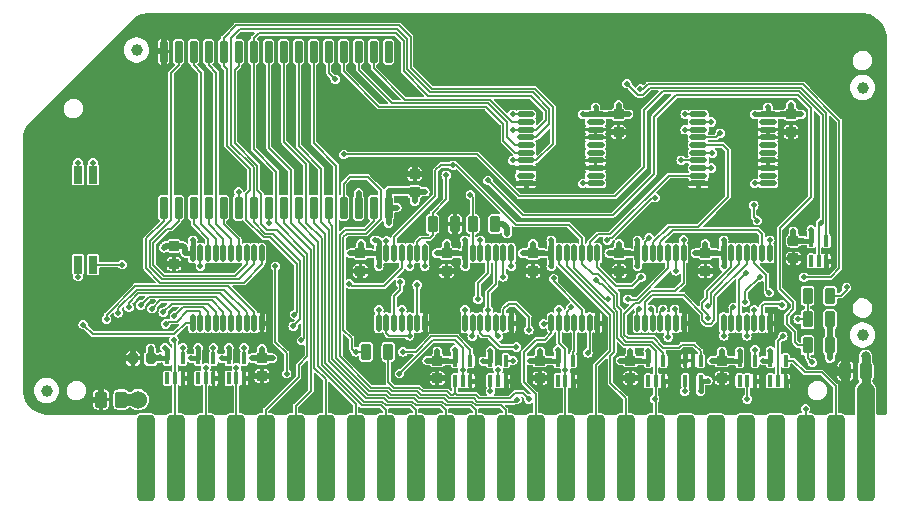
<source format=gtl>
G04 #@! TF.GenerationSoftware,KiCad,Pcbnew,7.0.10*
G04 #@! TF.CreationDate,2024-03-03T18:35:19-05:00*
G04 #@! TF.ProjectId,RAM128,52414d31-3238-42e6-9b69-6361645f7063,1.2*
G04 #@! TF.SameCoordinates,Original*
G04 #@! TF.FileFunction,Copper,L1,Top*
G04 #@! TF.FilePolarity,Positive*
%FSLAX46Y46*%
G04 Gerber Fmt 4.6, Leading zero omitted, Abs format (unit mm)*
G04 Created by KiCad (PCBNEW 7.0.10) date 2024-03-03 18:35:19*
%MOMM*%
%LPD*%
G01*
G04 APERTURE LIST*
G04 Aperture macros list*
%AMRoundRect*
0 Rectangle with rounded corners*
0 $1 Rounding radius*
0 $2 $3 $4 $5 $6 $7 $8 $9 X,Y pos of 4 corners*
0 Add a 4 corners polygon primitive as box body*
4,1,4,$2,$3,$4,$5,$6,$7,$8,$9,$2,$3,0*
0 Add four circle primitives for the rounded corners*
1,1,$1+$1,$2,$3*
1,1,$1+$1,$4,$5*
1,1,$1+$1,$6,$7*
1,1,$1+$1,$8,$9*
0 Add four rect primitives between the rounded corners*
20,1,$1+$1,$2,$3,$4,$5,0*
20,1,$1+$1,$4,$5,$6,$7,0*
20,1,$1+$1,$6,$7,$8,$9,0*
20,1,$1+$1,$8,$9,$2,$3,0*%
G04 Aperture macros list end*
G04 #@! TA.AperFunction,SMDPad,CuDef*
%ADD10RoundRect,0.381000X0.381000X3.289000X-0.381000X3.289000X-0.381000X-3.289000X0.381000X-3.289000X0*%
G04 #@! TD*
G04 #@! TA.AperFunction,SMDPad,CuDef*
%ADD11RoundRect,0.262500X0.262500X0.437500X-0.262500X0.437500X-0.262500X-0.437500X0.262500X-0.437500X0*%
G04 #@! TD*
G04 #@! TA.AperFunction,SMDPad,CuDef*
%ADD12C,1.000000*%
G04 #@! TD*
G04 #@! TA.AperFunction,SMDPad,CuDef*
%ADD13RoundRect,0.212500X-0.262500X0.212500X-0.262500X-0.212500X0.262500X-0.212500X0.262500X0.212500X0*%
G04 #@! TD*
G04 #@! TA.AperFunction,SMDPad,CuDef*
%ADD14RoundRect,0.212500X0.212500X0.487500X-0.212500X0.487500X-0.212500X-0.487500X0.212500X-0.487500X0*%
G04 #@! TD*
G04 #@! TA.AperFunction,SMDPad,CuDef*
%ADD15RoundRect,0.100000X-0.100000X0.400000X-0.100000X-0.400000X0.100000X-0.400000X0.100000X0.400000X0*%
G04 #@! TD*
G04 #@! TA.AperFunction,SMDPad,CuDef*
%ADD16RoundRect,0.112500X-0.612500X-0.112500X0.612500X-0.112500X0.612500X0.112500X-0.612500X0.112500X0*%
G04 #@! TD*
G04 #@! TA.AperFunction,SMDPad,CuDef*
%ADD17RoundRect,0.100000X0.100000X-0.400000X0.100000X0.400000X-0.100000X0.400000X-0.100000X-0.400000X0*%
G04 #@! TD*
G04 #@! TA.AperFunction,SMDPad,CuDef*
%ADD18RoundRect,0.212500X0.212500X0.262500X-0.212500X0.262500X-0.212500X-0.262500X0.212500X-0.262500X0*%
G04 #@! TD*
G04 #@! TA.AperFunction,SMDPad,CuDef*
%ADD19RoundRect,0.112500X0.112500X-0.612500X0.112500X0.612500X-0.112500X0.612500X-0.112500X-0.612500X0*%
G04 #@! TD*
G04 #@! TA.AperFunction,SMDPad,CuDef*
%ADD20RoundRect,0.150000X-0.150000X0.802500X-0.150000X-0.802500X0.150000X-0.802500X0.150000X0.802500X0*%
G04 #@! TD*
G04 #@! TA.AperFunction,SMDPad,CuDef*
%ADD21RoundRect,0.212500X-0.212500X-0.487500X0.212500X-0.487500X0.212500X0.487500X-0.212500X0.487500X0*%
G04 #@! TD*
G04 #@! TA.AperFunction,SMDPad,CuDef*
%ADD22RoundRect,0.190000X0.190000X-0.572000X0.190000X0.572000X-0.190000X0.572000X-0.190000X-0.572000X0*%
G04 #@! TD*
G04 #@! TA.AperFunction,SMDPad,CuDef*
%ADD23RoundRect,0.212500X0.262500X-0.212500X0.262500X0.212500X-0.262500X0.212500X-0.262500X-0.212500X0*%
G04 #@! TD*
G04 #@! TA.AperFunction,ViaPad*
%ADD24C,0.500000*%
G04 #@! TD*
G04 #@! TA.AperFunction,ViaPad*
%ADD25C,0.800000*%
G04 #@! TD*
G04 #@! TA.AperFunction,ViaPad*
%ADD26C,1.524000*%
G04 #@! TD*
G04 #@! TA.AperFunction,ViaPad*
%ADD27C,0.600000*%
G04 #@! TD*
G04 #@! TA.AperFunction,Conductor*
%ADD28C,0.500000*%
G04 #@! TD*
G04 #@! TA.AperFunction,Conductor*
%ADD29C,0.450000*%
G04 #@! TD*
G04 #@! TA.AperFunction,Conductor*
%ADD30C,0.400000*%
G04 #@! TD*
G04 #@! TA.AperFunction,Conductor*
%ADD31C,1.524000*%
G04 #@! TD*
G04 #@! TA.AperFunction,Conductor*
%ADD32C,0.762000*%
G04 #@! TD*
G04 #@! TA.AperFunction,Conductor*
%ADD33C,0.150000*%
G04 #@! TD*
G04 #@! TA.AperFunction,Conductor*
%ADD34C,1.000000*%
G04 #@! TD*
G04 APERTURE END LIST*
D10*
X76200000Y-135282000D03*
X78740000Y-135282000D03*
X81280000Y-135282000D03*
X83820000Y-135282000D03*
X86360000Y-135282000D03*
X88900000Y-135282000D03*
X91440000Y-135282000D03*
X93980000Y-135282000D03*
X96520000Y-135282000D03*
X99060000Y-135282000D03*
X101600000Y-135282000D03*
X104140000Y-135282000D03*
X106680000Y-135282000D03*
X109220000Y-135282000D03*
X111760000Y-135282000D03*
X114300000Y-135282000D03*
X116840000Y-135282000D03*
X119380000Y-135282000D03*
X121920000Y-135282000D03*
X124460000Y-135282000D03*
X127000000Y-135282000D03*
X129540000Y-135282000D03*
X132080000Y-135282000D03*
X134620000Y-135282000D03*
X137160000Y-135282000D03*
D11*
X137160000Y-127889000D03*
X135460000Y-127889000D03*
D12*
X136906000Y-103886000D03*
X136906000Y-124841000D03*
D13*
X109600000Y-127000000D03*
X109600000Y-128500000D03*
D14*
X134150000Y-123500000D03*
X132250000Y-123500000D03*
D15*
X123200000Y-127000000D03*
X122550000Y-127000000D03*
X121900000Y-127000000D03*
X121900000Y-128700000D03*
X123200000Y-128700000D03*
D16*
X123000000Y-106150000D03*
X123000000Y-106800000D03*
X123000000Y-107450000D03*
X123000000Y-108100000D03*
X123000000Y-108750000D03*
X123000000Y-109400000D03*
X123000000Y-110050000D03*
X123000000Y-110700000D03*
X123000000Y-111350000D03*
X123000000Y-112000000D03*
X128900000Y-112000000D03*
X128900000Y-111350000D03*
X128900000Y-110700000D03*
X128900000Y-110050000D03*
X128900000Y-109400000D03*
X128900000Y-108750000D03*
X128900000Y-108100000D03*
X128900000Y-107450000D03*
X128900000Y-106800000D03*
X128900000Y-106150000D03*
D17*
X126500000Y-128700000D03*
X127150000Y-128700000D03*
X127800000Y-128700000D03*
X127800000Y-127000000D03*
X126500000Y-127000000D03*
X78050000Y-128500000D03*
X78700000Y-128500000D03*
X79350000Y-128500000D03*
X79350000Y-126800000D03*
X78050000Y-126800000D03*
D13*
X117250000Y-127000000D03*
X117250000Y-128500000D03*
D17*
X111100000Y-128700000D03*
X111750000Y-128700000D03*
X112400000Y-128700000D03*
X112400000Y-127000000D03*
X111100000Y-127000000D03*
X118750000Y-128700000D03*
X119400000Y-128700000D03*
X120050000Y-128700000D03*
X120050000Y-127000000D03*
X118750000Y-127000000D03*
D18*
X76650000Y-126800000D03*
X75150000Y-126800000D03*
D17*
X129100000Y-128700000D03*
X129750000Y-128700000D03*
X130400000Y-128700000D03*
X130400000Y-127000000D03*
X129100000Y-127000000D03*
D19*
X95950000Y-123800000D03*
X96600000Y-123800000D03*
X97250000Y-123800000D03*
X97900000Y-123800000D03*
X98550000Y-123800000D03*
X99200000Y-123800000D03*
X99850000Y-123800000D03*
X99850000Y-117900000D03*
X99200000Y-117900000D03*
X98550000Y-117900000D03*
X97900000Y-117900000D03*
X97250000Y-117900000D03*
X96600000Y-117900000D03*
X95950000Y-117900000D03*
X125150000Y-123800000D03*
X125800000Y-123800000D03*
X126450000Y-123800000D03*
X127100000Y-123800000D03*
X127750000Y-123800000D03*
X128400000Y-123800000D03*
X129050000Y-123800000D03*
X129050000Y-117900000D03*
X128400000Y-117900000D03*
X127750000Y-117900000D03*
X127100000Y-117900000D03*
X126450000Y-117900000D03*
X125800000Y-117900000D03*
X125150000Y-117900000D03*
D13*
X116300000Y-117900000D03*
X116300000Y-119400000D03*
D19*
X117850000Y-123800000D03*
X118500000Y-123800000D03*
X119150000Y-123800000D03*
X119800000Y-123800000D03*
X120450000Y-123800000D03*
X121100000Y-123800000D03*
X121750000Y-123800000D03*
X121750000Y-117900000D03*
X121100000Y-117900000D03*
X120450000Y-117900000D03*
X119800000Y-117900000D03*
X119150000Y-117900000D03*
X118500000Y-117900000D03*
X117850000Y-117900000D03*
D13*
X94400000Y-117900000D03*
X94400000Y-119400000D03*
D19*
X110550000Y-123800000D03*
X111200000Y-123800000D03*
X111850000Y-123800000D03*
X112500000Y-123800000D03*
X113150000Y-123800000D03*
X113800000Y-123800000D03*
X114450000Y-123800000D03*
X114450000Y-117900000D03*
X113800000Y-117900000D03*
X113150000Y-117900000D03*
X112500000Y-117900000D03*
X111850000Y-117900000D03*
X111200000Y-117900000D03*
X110550000Y-117900000D03*
D13*
X101700000Y-117900000D03*
X101700000Y-119400000D03*
D19*
X103250000Y-123800000D03*
X103900000Y-123800000D03*
X104550000Y-123800000D03*
X105200000Y-123800000D03*
X105850000Y-123800000D03*
X106500000Y-123800000D03*
X107150000Y-123800000D03*
X107150000Y-117900000D03*
X106500000Y-117900000D03*
X105850000Y-117900000D03*
X105200000Y-117900000D03*
X104550000Y-117900000D03*
X103900000Y-117900000D03*
X103250000Y-117900000D03*
D13*
X123600000Y-117900000D03*
X123600000Y-119400000D03*
X109000000Y-117900000D03*
X109000000Y-119400000D03*
X125000000Y-127000000D03*
X125000000Y-128500000D03*
D20*
X96774000Y-100838000D03*
X95504000Y-100838000D03*
X94234000Y-100838000D03*
X92964000Y-100838000D03*
X91694000Y-100838000D03*
X90424000Y-100838000D03*
X89154000Y-100838000D03*
X87884000Y-100838000D03*
X86614000Y-100838000D03*
X85344000Y-100838000D03*
X84074000Y-100838000D03*
X82804000Y-100838000D03*
X81534000Y-100838000D03*
X80264000Y-100838000D03*
X78994000Y-100838000D03*
X77724000Y-100838000D03*
X77724000Y-114046000D03*
X78994000Y-114046000D03*
X80264000Y-114046000D03*
X81534000Y-114046000D03*
X82804000Y-114046000D03*
X84074000Y-114046000D03*
X85344000Y-114046000D03*
X86614000Y-114046000D03*
X87884000Y-114046000D03*
X89154000Y-114046000D03*
X90424000Y-114046000D03*
X91694000Y-114046000D03*
X92964000Y-114046000D03*
X94234000Y-114046000D03*
X95504000Y-114046000D03*
X96774000Y-114046000D03*
D21*
X100500000Y-115450000D03*
X102400000Y-115450000D03*
D16*
X108400000Y-106150000D03*
X108400000Y-106800000D03*
X108400000Y-107450000D03*
X108400000Y-108100000D03*
X108400000Y-108750000D03*
X108400000Y-109400000D03*
X108400000Y-110050000D03*
X108400000Y-110700000D03*
X108400000Y-111350000D03*
X108400000Y-112000000D03*
X114300000Y-112000000D03*
X114300000Y-111350000D03*
X114300000Y-110700000D03*
X114300000Y-110050000D03*
X114300000Y-109400000D03*
X114300000Y-108750000D03*
X114300000Y-108100000D03*
X114300000Y-107450000D03*
X114300000Y-106800000D03*
X114300000Y-106150000D03*
D13*
X116250000Y-106150000D03*
X116250000Y-107650000D03*
X130850000Y-106150000D03*
X130850000Y-107650000D03*
D12*
X67818000Y-129540000D03*
X75438000Y-100711000D03*
D19*
X80200000Y-123800000D03*
X80850000Y-123800000D03*
X81500000Y-123800000D03*
X82150000Y-123800000D03*
X82800000Y-123800000D03*
X83450000Y-123800000D03*
X84100000Y-123800000D03*
X84750000Y-123800000D03*
X85400000Y-123800000D03*
X86050000Y-123800000D03*
X86050000Y-117900000D03*
X85400000Y-117900000D03*
X84750000Y-117900000D03*
X84100000Y-117900000D03*
X83450000Y-117900000D03*
X82800000Y-117900000D03*
X82150000Y-117900000D03*
X81500000Y-117900000D03*
X80850000Y-117900000D03*
X80200000Y-117900000D03*
D11*
X74150000Y-130300000D03*
X72450000Y-130300000D03*
D17*
X80650000Y-128500000D03*
X81300000Y-128500000D03*
X81950000Y-128500000D03*
X81950000Y-126800000D03*
X80650000Y-126800000D03*
X83250000Y-128500000D03*
X83900000Y-128500000D03*
X84550000Y-128500000D03*
X84550000Y-126800000D03*
X83250000Y-126800000D03*
D13*
X86050000Y-126800000D03*
X86050000Y-128300000D03*
X78600000Y-117300000D03*
X78600000Y-118800000D03*
D17*
X132550000Y-118550000D03*
X133200000Y-118550000D03*
X133850000Y-118550000D03*
X133850000Y-116850000D03*
X132550000Y-116850000D03*
D13*
X131050000Y-116850000D03*
X131050000Y-118350000D03*
D14*
X134150000Y-125700000D03*
X132250000Y-125700000D03*
X105800000Y-115450000D03*
X103900000Y-115450000D03*
D21*
X132250000Y-121500000D03*
X134150000Y-121500000D03*
D22*
X70485000Y-118872000D03*
X71755000Y-118872000D03*
X71755000Y-111252000D03*
X70485000Y-111252000D03*
D13*
X100900000Y-127000000D03*
X100900000Y-128500000D03*
D17*
X105400000Y-128700000D03*
X106050000Y-128700000D03*
X106700000Y-128700000D03*
X106700000Y-127000000D03*
X105400000Y-127000000D03*
D23*
X99000000Y-112700000D03*
X99000000Y-111200000D03*
D17*
X102400000Y-128700000D03*
X103050000Y-128700000D03*
X103700000Y-128700000D03*
X103700000Y-127000000D03*
X102400000Y-127000000D03*
D14*
X96750000Y-126250000D03*
X94850000Y-126250000D03*
D24*
X116400000Y-127000000D03*
X117250000Y-126200000D03*
X109000000Y-117100000D03*
X108150000Y-117900000D03*
X109950000Y-117900000D03*
X103250000Y-119000000D03*
X103250000Y-116800000D03*
X101700000Y-117100000D03*
X110550000Y-119000000D03*
X100850000Y-117900000D03*
X110550000Y-116800000D03*
X102650000Y-117900000D03*
X95950000Y-119000000D03*
X94450000Y-117100000D03*
X125150000Y-116800000D03*
X115450000Y-117900000D03*
X123600000Y-117100000D03*
X116300000Y-117100000D03*
X93550000Y-117900000D03*
X95350000Y-117900000D03*
X117850000Y-119000000D03*
X117850000Y-116800000D03*
X117250000Y-117900000D03*
X125150000Y-119000000D03*
X122750000Y-117900000D03*
X124550000Y-117900000D03*
X94234000Y-112776000D03*
X96774000Y-112649000D03*
X115400000Y-106150000D03*
X116250000Y-105350000D03*
X113200000Y-106150000D03*
X117100000Y-106150000D03*
X114300000Y-105550000D03*
X128900000Y-105550000D03*
X131700000Y-106150000D03*
X127800000Y-106150000D03*
X130850000Y-105350000D03*
X130000000Y-106150000D03*
X79600000Y-117900000D03*
X80200000Y-116800000D03*
X85200000Y-126800000D03*
X86950000Y-126800000D03*
X86050000Y-126000000D03*
X80050000Y-126800000D03*
X80650000Y-125900000D03*
X82650000Y-126800000D03*
X126500000Y-126200000D03*
X76650000Y-125950000D03*
X101800000Y-127000000D03*
X123800000Y-128700000D03*
X97472500Y-114046000D03*
D25*
X137160000Y-126619000D03*
D24*
X100900000Y-126200000D03*
X83250000Y-125900000D03*
X77750000Y-117450000D03*
X106800000Y-116250000D03*
X100050000Y-127000000D03*
X95600000Y-116800000D03*
X125000000Y-126200000D03*
X105400000Y-126150000D03*
X108750000Y-127000000D03*
X118750000Y-126200000D03*
X111100000Y-126100000D03*
X134150000Y-126800000D03*
X109600000Y-126200000D03*
X124150000Y-127000000D03*
X131900000Y-116850000D03*
X123200000Y-129600000D03*
X128500000Y-127000000D03*
X96774000Y-115379500D03*
X129100000Y-126150000D03*
X99850000Y-112700000D03*
X110500000Y-127000000D03*
X131050000Y-116050000D03*
X118150000Y-127000000D03*
X132550000Y-115950000D03*
X99000000Y-113500000D03*
X102400000Y-126100000D03*
D26*
X137160000Y-129540000D03*
D24*
X77450000Y-126700000D03*
X125900000Y-127000000D03*
X104800000Y-127050000D03*
X77850000Y-125900000D03*
X87630000Y-131318000D03*
X97790000Y-131318000D03*
X107950000Y-131318000D03*
X105410000Y-131318000D03*
X110490000Y-131318000D03*
X113030000Y-131318000D03*
X115570000Y-131318000D03*
X118110000Y-131318000D03*
X100330000Y-131318000D03*
X95250000Y-131318000D03*
X92710000Y-131318000D03*
X90170000Y-131318000D03*
X80010000Y-131318000D03*
X82550000Y-131318000D03*
X102870000Y-131318000D03*
X123190000Y-131318000D03*
X135890000Y-131318000D03*
X133350000Y-131318000D03*
X130810000Y-131318000D03*
X128270000Y-131318000D03*
X125730000Y-131318000D03*
X120650000Y-131318000D03*
X138684000Y-131318000D03*
X133223000Y-97790000D03*
X123063000Y-97790000D03*
X128143000Y-97790000D03*
X97663000Y-97790000D03*
X102743000Y-97790000D03*
X107823000Y-97790000D03*
X87503000Y-97790000D03*
X92583000Y-97790000D03*
X117983000Y-97790000D03*
X138557000Y-99187000D03*
X112903000Y-97790000D03*
X75692000Y-98044000D03*
X77470000Y-131318000D03*
X67437000Y-131191000D03*
X66040000Y-122682000D03*
X74930000Y-131318000D03*
X82423000Y-97790000D03*
X69342000Y-104394000D03*
X72644000Y-101092000D03*
X85090000Y-131318000D03*
X137287000Y-97917000D03*
X66294000Y-107442000D03*
X121900000Y-112000000D03*
X123000000Y-112600000D03*
X124100000Y-112000000D03*
X118100000Y-128500000D03*
X116400000Y-128500000D03*
X117250000Y-129300000D03*
X75150000Y-125950000D03*
X100850000Y-119400000D03*
X107250000Y-124900000D03*
X107750000Y-123800000D03*
X107150000Y-122700000D03*
X94450000Y-120200000D03*
X99700000Y-124900000D03*
X100450000Y-123800000D03*
X95250000Y-119400000D03*
X99850000Y-122700000D03*
X115450000Y-119400000D03*
X129650000Y-123800000D03*
X122750000Y-119400000D03*
X129050000Y-122700000D03*
X124450000Y-119400000D03*
X116300000Y-120200000D03*
X122350000Y-123800000D03*
X117150000Y-119400000D03*
X121750000Y-122700000D03*
X108150000Y-119400000D03*
X109000000Y-120200000D03*
X109850000Y-119400000D03*
X101700000Y-120200000D03*
X102550000Y-119400000D03*
X110350000Y-126100000D03*
X77724000Y-102108000D03*
X77025500Y-100774500D03*
X77724000Y-99441000D03*
X112000000Y-125600000D03*
X115050000Y-127350000D03*
X118000000Y-126200000D03*
X126150000Y-125100000D03*
X77343000Y-97790000D03*
X69850000Y-131318000D03*
X109600000Y-106450000D03*
X115400000Y-107650000D03*
X109500000Y-112000000D03*
X117100000Y-107650000D03*
X107300000Y-111850000D03*
X108400000Y-112600000D03*
X116250000Y-108450000D03*
X130850000Y-108450000D03*
X131700000Y-107650000D03*
X130000000Y-107650000D03*
X86050000Y-122700000D03*
X86650000Y-123800000D03*
X86900000Y-128300000D03*
X82550000Y-128500000D03*
X79950000Y-128500000D03*
X85150000Y-128500000D03*
X127050000Y-109450000D03*
X76200000Y-107442000D03*
X88500000Y-119100000D03*
X82700000Y-109250000D03*
X84850000Y-108900000D03*
X86550000Y-109600000D03*
X92900000Y-108500000D03*
X124500000Y-114850000D03*
X121350000Y-114700000D03*
X112400000Y-114100000D03*
X124850000Y-122400000D03*
X120200000Y-104700000D03*
X119100000Y-104400000D03*
X121300000Y-105000000D03*
X110200000Y-107900000D03*
X66167000Y-129921000D03*
X66040000Y-117602000D03*
X66040000Y-112522000D03*
X66040000Y-127762000D03*
X138684000Y-104267000D03*
X138684000Y-109347000D03*
X138684000Y-114427000D03*
X138684000Y-119507000D03*
X138684000Y-124587000D03*
X138684000Y-129667000D03*
X68580000Y-125222000D03*
X68453000Y-115062000D03*
X68580000Y-109982000D03*
X68580000Y-120142000D03*
X71120000Y-122682000D03*
X71120000Y-127762000D03*
X73660000Y-119950000D03*
X73660000Y-109982000D03*
X73787000Y-115062000D03*
X76200000Y-112522000D03*
X73660000Y-104902000D03*
X76200000Y-102362000D03*
X133050000Y-106400000D03*
X134350000Y-106800000D03*
X118500000Y-112650000D03*
X117650000Y-112100000D03*
X136144000Y-111887000D03*
X136144000Y-116967000D03*
X89662000Y-127600000D03*
X89400000Y-126450000D03*
X77250000Y-125250000D03*
X98150000Y-111200000D03*
X99000000Y-110400000D03*
X77750000Y-118800000D03*
X94869000Y-102171500D03*
X114300000Y-124900000D03*
X106900000Y-129600000D03*
X96266000Y-103695500D03*
X121300000Y-127000000D03*
X125000000Y-129300000D03*
X130250000Y-129600000D03*
X104300000Y-128700000D03*
X104750000Y-125400000D03*
X133850000Y-119450000D03*
X109500000Y-110700000D03*
X114400000Y-122700000D03*
X120650000Y-128700000D03*
X74350000Y-126600000D03*
X92329000Y-102171500D03*
X72450000Y-129200000D03*
X71550000Y-130300000D03*
X102400000Y-116550000D03*
X107300000Y-128700000D03*
D27*
X135763000Y-129159000D03*
D24*
X125850000Y-128650000D03*
D27*
X134366000Y-127635000D03*
D24*
X108750000Y-128500000D03*
X128950000Y-124850000D03*
X131050000Y-119150000D03*
X93599000Y-102171500D03*
X131900000Y-118350000D03*
X101750000Y-128500000D03*
X120967500Y-120459500D03*
X128400000Y-128700000D03*
X120100000Y-129600000D03*
X79450000Y-124650000D03*
X99850000Y-111200000D03*
X93599000Y-115350000D03*
X94488000Y-104711500D03*
X134450000Y-118550000D03*
X94869000Y-103695500D03*
X93450000Y-116900000D03*
X113000000Y-128700000D03*
X100050000Y-128500000D03*
X113650000Y-116450000D03*
X121900000Y-126150000D03*
X93150000Y-125300000D03*
X79450000Y-118900000D03*
X115050000Y-123800000D03*
X93789500Y-111950500D03*
X109600000Y-129300000D03*
X97663000Y-103695500D03*
X121550000Y-124850000D03*
X110450000Y-128500000D03*
X112400000Y-129600000D03*
X131000000Y-128700000D03*
D27*
X135509000Y-126619000D03*
D24*
X96139000Y-102171500D03*
X77900000Y-123900000D03*
X78650000Y-123200000D03*
X107300000Y-107450000D03*
X121900000Y-107450000D03*
X83900000Y-127600000D03*
X97900000Y-122700000D03*
X89400000Y-125300000D03*
X81300000Y-127600000D03*
X106050000Y-124950000D03*
X88700000Y-124100000D03*
X107300000Y-110050000D03*
X121550000Y-110050000D03*
X105200000Y-122700000D03*
X78600000Y-125250000D03*
X88800000Y-123100000D03*
X73900000Y-122950000D03*
X77700000Y-122900000D03*
X72900000Y-123500000D03*
X74800000Y-122500000D03*
X75800000Y-122300000D03*
X76750000Y-122600000D03*
D26*
X75565000Y-130302000D03*
D24*
X109900000Y-123900000D03*
X123850000Y-123400000D03*
X107650000Y-130300000D03*
X123850000Y-122400000D03*
X111200000Y-122700000D03*
X111750000Y-127800000D03*
X107300000Y-106150000D03*
X121900000Y-106150000D03*
X131450000Y-123500000D03*
X106050000Y-127800000D03*
X105400000Y-129600000D03*
X120450000Y-125000000D03*
X98550000Y-124900000D03*
X132080000Y-131064000D03*
X132650000Y-127150000D03*
X127150000Y-130250000D03*
X70485000Y-110236000D03*
X105200000Y-111750000D03*
X84074000Y-112712500D03*
X96600000Y-116850000D03*
X116950000Y-103550000D03*
X130100000Y-122300000D03*
X118100000Y-104000000D03*
X92265500Y-103187500D03*
X131950000Y-119950000D03*
X119350000Y-113200000D03*
X124100000Y-106800000D03*
X115300000Y-116800000D03*
X110750000Y-120050000D03*
X124200000Y-109450000D03*
X106500000Y-119900000D03*
X107150000Y-119000000D03*
X124100000Y-110700000D03*
X121850000Y-129600000D03*
X135550000Y-120800000D03*
X127050000Y-119550000D03*
X124850000Y-107750000D03*
X107600000Y-125850000D03*
X125150000Y-124900000D03*
X108650000Y-124400000D03*
X125950000Y-122500000D03*
X113650000Y-126350000D03*
X127100000Y-124900000D03*
X127750000Y-122700000D03*
X112200000Y-122500000D03*
X118150000Y-119950000D03*
X129000000Y-121250000D03*
X129050000Y-116800000D03*
X121100000Y-119400000D03*
X121750000Y-116750000D03*
X104550000Y-116800000D03*
X127700000Y-113850000D03*
X128000000Y-115150000D03*
X99200000Y-120600000D03*
X127800000Y-112000000D03*
X113200000Y-112000000D03*
X97775000Y-120375000D03*
X119300000Y-130250000D03*
X114300000Y-120200000D03*
X108650000Y-130250000D03*
X118850000Y-116600000D03*
X127800000Y-126100000D03*
X98550000Y-119000000D03*
X115350000Y-121800000D03*
X118000000Y-122650000D03*
X119000000Y-122650000D03*
X117050000Y-121800000D03*
X74231500Y-118872000D03*
X101650000Y-111300000D03*
X103700000Y-112950000D03*
X70485000Y-119888000D03*
X104350000Y-121800000D03*
X120000000Y-122650000D03*
X128200000Y-119900000D03*
X133350000Y-115350000D03*
X126950000Y-122050000D03*
X121000000Y-122650000D03*
X71755000Y-110236000D03*
X93000000Y-109550000D03*
X81950000Y-125900000D03*
X103850000Y-124950000D03*
X79350000Y-125900000D03*
X103250000Y-122700000D03*
X130150000Y-124950000D03*
X99850000Y-119000000D03*
X86614000Y-115379500D03*
X102250000Y-110450000D03*
X84550000Y-125900000D03*
X95950000Y-122700000D03*
X70929500Y-123952000D03*
X93450000Y-120500000D03*
X94000000Y-126250000D03*
X98000000Y-126250000D03*
X80850000Y-119000000D03*
X103050000Y-127800000D03*
X97700000Y-128100000D03*
X88150000Y-128100000D03*
X87200000Y-119000000D03*
X107300000Y-127000000D03*
D28*
X117250000Y-127000000D02*
X118150000Y-127000000D01*
X117250000Y-127000000D02*
X117250000Y-126200000D01*
X117250000Y-127000000D02*
X116400000Y-127000000D01*
D29*
X103250000Y-117900000D02*
X102650000Y-117900000D01*
X110550000Y-117900000D02*
X110550000Y-116800000D01*
X110550000Y-117900000D02*
X109950000Y-117900000D01*
X103250000Y-117900000D02*
X103250000Y-119000000D01*
X110550000Y-117900000D02*
X110550000Y-119000000D01*
D28*
X101700000Y-117900000D02*
X102650000Y-117900000D01*
X101700000Y-117900000D02*
X101700000Y-117100000D01*
D29*
X103250000Y-117900000D02*
X103250000Y-116800000D01*
D28*
X101700000Y-117900000D02*
X100850000Y-117900000D01*
X109000000Y-117900000D02*
X108150000Y-117900000D01*
X109000000Y-117900000D02*
X109000000Y-117100000D01*
X109000000Y-117900000D02*
X109950000Y-117900000D01*
D29*
X95950000Y-117900000D02*
X95950000Y-119000000D01*
D28*
X94400000Y-117900000D02*
X93550000Y-117900000D01*
X94400000Y-117900000D02*
X95350000Y-117900000D01*
D29*
X117850000Y-117900000D02*
X117850000Y-116800000D01*
D28*
X116300000Y-117900000D02*
X116300000Y-117100000D01*
X123600000Y-117900000D02*
X124550000Y-117900000D01*
X116300000Y-117900000D02*
X115450000Y-117900000D01*
D29*
X95950000Y-117900000D02*
X95350000Y-117900000D01*
D28*
X116300000Y-117900000D02*
X117250000Y-117900000D01*
D29*
X117850000Y-117900000D02*
X117850000Y-119000000D01*
X125150000Y-117900000D02*
X124550000Y-117900000D01*
X125150000Y-117900000D02*
X125150000Y-116800000D01*
X117850000Y-117900000D02*
X117250000Y-117900000D01*
D28*
X123600000Y-117900000D02*
X123600000Y-117100000D01*
X123600000Y-117900000D02*
X122750000Y-117900000D01*
D29*
X125150000Y-117900000D02*
X125150000Y-119000000D01*
D28*
X94234000Y-114092000D02*
X94234000Y-112776000D01*
D29*
X114300000Y-106150000D02*
X115400000Y-106150000D01*
D28*
X116250000Y-106150000D02*
X116250000Y-105350000D01*
D29*
X114300000Y-106150000D02*
X113200000Y-106150000D01*
D28*
X116250000Y-106150000D02*
X115400000Y-106150000D01*
D29*
X114300000Y-106150000D02*
X114300000Y-105550000D01*
D28*
X116250000Y-106150000D02*
X117100000Y-106150000D01*
X130850000Y-106150000D02*
X131700000Y-106150000D01*
D29*
X128900000Y-106150000D02*
X128900000Y-105550000D01*
D28*
X130850000Y-106150000D02*
X130000000Y-106150000D01*
D29*
X128900000Y-106150000D02*
X127800000Y-106150000D01*
D28*
X130850000Y-106150000D02*
X130850000Y-105350000D01*
D29*
X128900000Y-106150000D02*
X130000000Y-106150000D01*
X80200000Y-117900000D02*
X79600000Y-117900000D01*
X80200000Y-117900000D02*
X80200000Y-116800000D01*
D28*
X86050000Y-126800000D02*
X85200000Y-126800000D01*
X86050000Y-126800000D02*
X86050000Y-126000000D01*
X86050000Y-126800000D02*
X86950000Y-126800000D01*
D30*
X83250000Y-126800000D02*
X82650000Y-126800000D01*
X80650000Y-126800000D02*
X80050000Y-126800000D01*
X80650000Y-126800000D02*
X80650000Y-125900000D01*
D28*
X96774000Y-115379500D02*
X96774000Y-112649000D01*
X78600000Y-117300000D02*
X77900000Y-117300000D01*
X109600000Y-127000000D02*
X110500000Y-127000000D01*
D30*
X83250000Y-126800000D02*
X83250000Y-125900000D01*
D28*
X94450000Y-117850000D02*
X94450000Y-117100000D01*
D30*
X78050000Y-126800000D02*
X78050000Y-126100000D01*
D28*
X131050000Y-116850000D02*
X131050000Y-116050000D01*
X125000000Y-127000000D02*
X124150000Y-127000000D01*
D30*
X105400000Y-127050000D02*
X104800000Y-127050000D01*
X111100000Y-127000000D02*
X110500000Y-127000000D01*
D28*
X125000000Y-127000000D02*
X125000000Y-126200000D01*
D31*
X137160000Y-135382000D02*
X137160000Y-129540000D01*
D30*
X78050000Y-126100000D02*
X77850000Y-125900000D01*
X129100000Y-127000000D02*
X128500000Y-127000000D01*
D28*
X76650000Y-126800000D02*
X76650000Y-125950000D01*
X100900000Y-127000000D02*
X100900000Y-126200000D01*
D30*
X118750000Y-127000000D02*
X118750000Y-126200000D01*
D28*
X125000000Y-127000000D02*
X125900000Y-127000000D01*
D30*
X102400000Y-127000000D02*
X102400000Y-126100000D01*
D28*
X109600000Y-127000000D02*
X109600000Y-126200000D01*
X94400000Y-117900000D02*
X94450000Y-117850000D01*
D30*
X78050000Y-126800000D02*
X77550000Y-126800000D01*
D29*
X95600000Y-116800000D02*
X95800000Y-116800000D01*
D30*
X123200000Y-128700000D02*
X123200000Y-129600000D01*
D28*
X77900000Y-117300000D02*
X77750000Y-117450000D01*
D30*
X132550000Y-116850000D02*
X131900000Y-116850000D01*
X111100000Y-127000000D02*
X111100000Y-126100000D01*
D28*
X98949000Y-112649000D02*
X99000000Y-112700000D01*
D30*
X102400000Y-127000000D02*
X101800000Y-127000000D01*
D32*
X137160000Y-127889000D02*
X137160000Y-126619000D01*
D28*
X134150000Y-125700000D02*
X134150000Y-126800000D01*
D30*
X123200000Y-128700000D02*
X123800000Y-128700000D01*
X77550000Y-126800000D02*
X77450000Y-126700000D01*
D28*
X109600000Y-127000000D02*
X108750000Y-127000000D01*
X100900000Y-127000000D02*
X100050000Y-127000000D01*
X131050000Y-116850000D02*
X131900000Y-116850000D01*
X96774000Y-114046000D02*
X97472500Y-114046000D01*
X78600000Y-117300000D02*
X79350000Y-117300000D01*
D29*
X95950000Y-116950000D02*
X95950000Y-117900000D01*
D28*
X100900000Y-127000000D02*
X101800000Y-127000000D01*
D30*
X132550000Y-116850000D02*
X132550000Y-115950000D01*
D28*
X96774000Y-112649000D02*
X98949000Y-112649000D01*
D30*
X129100000Y-127000000D02*
X129100000Y-126150000D01*
D28*
X77350000Y-126800000D02*
X77450000Y-126700000D01*
X106800000Y-116250000D02*
X106800000Y-115750000D01*
D32*
X137160000Y-127889000D02*
X137160000Y-129540000D01*
D28*
X134150000Y-123500000D02*
X134150000Y-125700000D01*
D30*
X118750000Y-127000000D02*
X118150000Y-127000000D01*
D28*
X106800000Y-115750000D02*
X106500000Y-115450000D01*
X79550000Y-117550000D02*
X79550000Y-117850000D01*
X76650000Y-126800000D02*
X77350000Y-126800000D01*
X99000000Y-112700000D02*
X99000000Y-113500000D01*
D30*
X126500000Y-127000000D02*
X125900000Y-127000000D01*
D28*
X106500000Y-115450000D02*
X105800000Y-115450000D01*
D29*
X95800000Y-116800000D02*
X95950000Y-116950000D01*
D28*
X99000000Y-112700000D02*
X99850000Y-112700000D01*
D30*
X105400000Y-127050000D02*
X105400000Y-126150000D01*
X126500000Y-127000000D02*
X126500000Y-126200000D01*
D28*
X79350000Y-117300000D02*
X79500000Y-117450000D01*
X79550000Y-117850000D02*
X79600000Y-117900000D01*
D29*
X123000000Y-112000000D02*
X121900000Y-112000000D01*
X123000000Y-112000000D02*
X123000000Y-112600000D01*
X123000000Y-112000000D02*
X124100000Y-112000000D01*
D28*
X117250000Y-128500000D02*
X118100000Y-128500000D01*
X117250000Y-128500000D02*
X116400000Y-128500000D01*
X117250000Y-128500000D02*
X117250000Y-129300000D01*
X75150000Y-126800000D02*
X75150000Y-125950000D01*
D29*
X107150000Y-123800000D02*
X107150000Y-122700000D01*
X107150000Y-123800000D02*
X107750000Y-123800000D01*
X99850000Y-123800000D02*
X100450000Y-123800000D01*
D28*
X94400000Y-119400000D02*
X95250000Y-119400000D01*
D29*
X99850000Y-123800000D02*
X99850000Y-122700000D01*
D28*
X116300000Y-119400000D02*
X115450000Y-119400000D01*
D29*
X129050000Y-123800000D02*
X129050000Y-122700000D01*
D28*
X123600000Y-119400000D02*
X124450000Y-119400000D01*
D29*
X129050000Y-123800000D02*
X129650000Y-123800000D01*
D28*
X123600000Y-119400000D02*
X122750000Y-119400000D01*
X116300000Y-119400000D02*
X116300000Y-120200000D01*
D29*
X121750000Y-123800000D02*
X122350000Y-123800000D01*
D28*
X116300000Y-119400000D02*
X117150000Y-119400000D01*
D29*
X121750000Y-123800000D02*
X121750000Y-122700000D01*
D28*
X109000000Y-119400000D02*
X108150000Y-119400000D01*
X109000000Y-119400000D02*
X109000000Y-120200000D01*
X109000000Y-119400000D02*
X109850000Y-119400000D01*
X101700000Y-119400000D02*
X101700000Y-120200000D01*
X101700000Y-119400000D02*
X102550000Y-119400000D01*
X101700000Y-119400000D02*
X100850000Y-119400000D01*
X77724000Y-100792000D02*
X77724000Y-102108000D01*
X77724000Y-100792000D02*
X77043000Y-100792000D01*
X77043000Y-100792000D02*
X77025500Y-100774500D01*
X77724000Y-100792000D02*
X77724000Y-99441000D01*
D29*
X108400000Y-112000000D02*
X109500000Y-112000000D01*
X108400000Y-112000000D02*
X108400000Y-112600000D01*
D28*
X116250000Y-107650000D02*
X116250000Y-108450000D01*
X116250000Y-107650000D02*
X117100000Y-107650000D01*
X116250000Y-107650000D02*
X115400000Y-107650000D01*
X130850000Y-107650000D02*
X130000000Y-107650000D01*
X130850000Y-107650000D02*
X131700000Y-107650000D01*
X130850000Y-107650000D02*
X130850000Y-108450000D01*
D29*
X86050000Y-123800000D02*
X86050000Y-122700000D01*
X86050000Y-123800000D02*
X86650000Y-123800000D01*
D28*
X85350000Y-128300000D02*
X85150000Y-128500000D01*
X86050000Y-128300000D02*
X85350000Y-128300000D01*
X86050000Y-128300000D02*
X86900000Y-128300000D01*
D30*
X81950000Y-128500000D02*
X82550000Y-128500000D01*
X84550000Y-128500000D02*
X85150000Y-128500000D01*
D28*
X109600000Y-128500000D02*
X108750000Y-128500000D01*
D29*
X107150000Y-123800000D02*
X107150000Y-124800000D01*
X107150000Y-124800000D02*
X107250000Y-124900000D01*
X121750000Y-124650000D02*
X121750000Y-123800000D01*
D30*
X130250000Y-129600000D02*
X130400000Y-129450000D01*
X79350000Y-128500000D02*
X79950000Y-128500000D01*
X120050000Y-128700000D02*
X120050000Y-129550000D01*
D32*
X135460000Y-126668000D02*
X135509000Y-126619000D01*
D28*
X78600000Y-118800000D02*
X79350000Y-118800000D01*
X78600000Y-118800000D02*
X77750000Y-118800000D01*
D29*
X114450000Y-122750000D02*
X114400000Y-122700000D01*
D28*
X94400000Y-120150000D02*
X94450000Y-120200000D01*
D29*
X108400000Y-110700000D02*
X109500000Y-110700000D01*
X129050000Y-124750000D02*
X129050000Y-123800000D01*
D30*
X106700000Y-128700000D02*
X107300000Y-128700000D01*
X133850000Y-118550000D02*
X133850000Y-119450000D01*
D28*
X72450000Y-130300000D02*
X71550000Y-130300000D01*
X109600000Y-128500000D02*
X109600000Y-129300000D01*
D30*
X127800000Y-128700000D02*
X128400000Y-128700000D01*
D28*
X74350000Y-126800000D02*
X75150000Y-126800000D01*
X131050000Y-118350000D02*
X131050000Y-119150000D01*
X74350000Y-126600000D02*
X74350000Y-126800000D01*
D30*
X125000000Y-128500000D02*
X124375000Y-128500000D01*
D28*
X125000000Y-128500000D02*
X125000000Y-129300000D01*
X100900000Y-128500000D02*
X101750000Y-128500000D01*
X99000000Y-111200000D02*
X98150000Y-111200000D01*
D30*
X106700000Y-128700000D02*
X106700000Y-129400000D01*
D32*
X135763000Y-129159000D02*
X135460000Y-128856000D01*
D28*
X125700000Y-128500000D02*
X125850000Y-128650000D01*
D32*
X135460000Y-128856000D02*
X135460000Y-127889000D01*
D29*
X99850000Y-123800000D02*
X99850000Y-124750000D01*
D28*
X100900000Y-128500000D02*
X100050000Y-128500000D01*
D30*
X121900000Y-127000000D02*
X121900000Y-126150000D01*
D28*
X125000000Y-128500000D02*
X125700000Y-128500000D01*
X99000000Y-111200000D02*
X99850000Y-111200000D01*
D29*
X114450000Y-124750000D02*
X114300000Y-124900000D01*
X99850000Y-124750000D02*
X99700000Y-124900000D01*
X107450000Y-112000000D02*
X107300000Y-111850000D01*
X114450000Y-123800000D02*
X114450000Y-122750000D01*
D30*
X130400000Y-128700000D02*
X131000000Y-128700000D01*
D28*
X72450000Y-130300000D02*
X72450000Y-129200000D01*
D30*
X120050000Y-129550000D02*
X120100000Y-129600000D01*
D29*
X128950000Y-124850000D02*
X129050000Y-124750000D01*
X114450000Y-123800000D02*
X114450000Y-124750000D01*
X121550000Y-124850000D02*
X121750000Y-124650000D01*
D30*
X103700000Y-128700000D02*
X104300000Y-128700000D01*
D32*
X135460000Y-127889000D02*
X135460000Y-126668000D01*
D28*
X102400000Y-115450000D02*
X102400000Y-116550000D01*
D30*
X106700000Y-129400000D02*
X106900000Y-129600000D01*
X120050000Y-128700000D02*
X120650000Y-128700000D01*
D28*
X131050000Y-118350000D02*
X131900000Y-118350000D01*
D30*
X112400000Y-128700000D02*
X113000000Y-128700000D01*
D28*
X79350000Y-118800000D02*
X79450000Y-118900000D01*
D29*
X108400000Y-112000000D02*
X107450000Y-112000000D01*
D30*
X121900000Y-127000000D02*
X121300000Y-127000000D01*
X130400000Y-129450000D02*
X130400000Y-128700000D01*
D32*
X134620000Y-127889000D02*
X134366000Y-127635000D01*
D30*
X112400000Y-128700000D02*
X112400000Y-129600000D01*
D28*
X99000000Y-111200000D02*
X99000000Y-110400000D01*
D30*
X133850000Y-118550000D02*
X134450000Y-118550000D01*
D29*
X115050000Y-123800000D02*
X114450000Y-123800000D01*
D28*
X109600000Y-128500000D02*
X110450000Y-128500000D01*
D32*
X135460000Y-127889000D02*
X134620000Y-127889000D01*
D28*
X94400000Y-119400000D02*
X94400000Y-120150000D01*
D33*
X87884000Y-114092000D02*
X87884000Y-115334000D01*
X88900000Y-130850000D02*
X88900000Y-135282000D01*
X90200000Y-129550000D02*
X88900000Y-130850000D01*
X87884000Y-115334000D02*
X90200000Y-117650000D01*
X90200000Y-117650000D02*
X90200000Y-129550000D01*
X78850000Y-123700000D02*
X79750000Y-122800000D01*
X77900000Y-123900000D02*
X78100000Y-123700000D01*
X79750000Y-122800000D02*
X80750000Y-122800000D01*
X80750000Y-122800000D02*
X80850000Y-122900000D01*
X78100000Y-123700000D02*
X78850000Y-123700000D01*
X80850000Y-122900000D02*
X80850000Y-123800000D01*
X81100000Y-122500000D02*
X81500000Y-122900000D01*
X78650000Y-123200000D02*
X79350000Y-122500000D01*
X81500000Y-122900000D02*
X81500000Y-123800000D01*
X79350000Y-122500000D02*
X81100000Y-122500000D01*
X96253264Y-130500000D02*
X96553264Y-130800000D01*
X98669000Y-130800000D02*
X99060000Y-131191000D01*
X91400000Y-116300000D02*
X91400000Y-127200000D01*
X90424000Y-114092000D02*
X90424000Y-115324000D01*
X94700000Y-130500000D02*
X96253264Y-130500000D01*
X90424000Y-115324000D02*
X91400000Y-116300000D01*
X96553264Y-130800000D02*
X98669000Y-130800000D01*
X91400000Y-127200000D02*
X94700000Y-130500000D01*
X99060000Y-131191000D02*
X99060000Y-135282000D01*
X91100000Y-116650000D02*
X89789000Y-115339000D01*
X89789000Y-110363000D02*
X87884000Y-108458000D01*
X96129000Y-130800000D02*
X94550000Y-130800000D01*
X96520000Y-135282000D02*
X96520000Y-131191000D01*
X87884000Y-108458000D02*
X87884000Y-100792000D01*
X91100000Y-127350000D02*
X91100000Y-116650000D01*
X94550000Y-130800000D02*
X91100000Y-127350000D01*
X96520000Y-131191000D02*
X96129000Y-130800000D01*
X89789000Y-115339000D02*
X89789000Y-110363000D01*
X90800000Y-127500000D02*
X93980000Y-130680000D01*
X93980000Y-130680000D02*
X93980000Y-135282000D01*
X90800000Y-116950000D02*
X90800000Y-127500000D01*
X89154000Y-115304000D02*
X90800000Y-116950000D01*
X89154000Y-114092000D02*
X89154000Y-115304000D01*
X91440000Y-128590000D02*
X90500000Y-127650000D01*
X90500000Y-127650000D02*
X90500000Y-117300000D01*
X88519000Y-115319000D02*
X88519000Y-110871000D01*
X91440000Y-135282000D02*
X91440000Y-128590000D01*
X86614000Y-108966000D02*
X86614000Y-100792000D01*
X90500000Y-117300000D02*
X88519000Y-115319000D01*
X88519000Y-110871000D02*
X86614000Y-108966000D01*
X108400000Y-107450000D02*
X107300000Y-107450000D01*
X89154000Y-128397000D02*
X86360000Y-131191000D01*
X109300000Y-107450000D02*
X110100000Y-106650000D01*
X97379500Y-99250500D02*
X85788500Y-99250500D01*
X87249000Y-115299000D02*
X89900000Y-117950000D01*
X98050000Y-102500000D02*
X98050000Y-99921000D01*
X86360000Y-131191000D02*
X86360000Y-135282000D01*
X89154000Y-127396000D02*
X89154000Y-128397000D01*
X85344000Y-109093000D02*
X87249000Y-110998000D01*
X108850000Y-104600000D02*
X100150000Y-104600000D01*
X100150000Y-104600000D02*
X98050000Y-102500000D01*
X85344000Y-99695000D02*
X85344000Y-109093000D01*
X89900000Y-126650000D02*
X89154000Y-127396000D01*
X110100000Y-105850000D02*
X108850000Y-104600000D01*
X108400000Y-107450000D02*
X109300000Y-107450000D01*
X89900000Y-117950000D02*
X89900000Y-126650000D01*
X87249000Y-110998000D02*
X87249000Y-115299000D01*
X110100000Y-106650000D02*
X110100000Y-105850000D01*
X85788500Y-99250500D02*
X85344000Y-99695000D01*
X121900000Y-107450000D02*
X123000000Y-107450000D01*
X98050000Y-99921000D02*
X97379500Y-99250500D01*
X83900000Y-128500000D02*
X83900000Y-127600000D01*
X83900000Y-127900000D02*
X83900000Y-135202000D01*
X87312500Y-115950000D02*
X86486000Y-115950000D01*
X85661500Y-110490000D02*
X83750000Y-108578500D01*
X85661500Y-112585500D02*
X85661500Y-110490000D01*
X83900000Y-135202000D02*
X83820000Y-135282000D01*
X84074000Y-102044500D02*
X84074000Y-100792000D01*
X89600000Y-125100000D02*
X89600000Y-118237500D01*
X83750000Y-108578500D02*
X83750000Y-102368500D01*
X89600000Y-118237500D02*
X87312500Y-115950000D01*
X85979000Y-112903000D02*
X85661500Y-112585500D01*
X89400000Y-125300000D02*
X89600000Y-125100000D01*
X85979000Y-115443000D02*
X85979000Y-112903000D01*
X83750000Y-102368500D02*
X84074000Y-102044500D01*
X97900000Y-123800000D02*
X97900000Y-122700000D01*
X86486000Y-115950000D02*
X85979000Y-115443000D01*
X81300000Y-127900000D02*
X81300000Y-135262000D01*
X81300000Y-127650000D02*
X81300000Y-127600000D01*
X81300000Y-128500000D02*
X81300000Y-127650000D01*
X86341500Y-116250000D02*
X85344000Y-115252500D01*
X110400000Y-105700000D02*
X110400000Y-107000000D01*
X106050000Y-124950000D02*
X105850000Y-124750000D01*
X98350000Y-102350000D02*
X100300000Y-104300000D01*
X109000000Y-104300000D02*
X110400000Y-105700000D01*
X110400000Y-107000000D02*
X109300000Y-108100000D01*
X85344000Y-110617000D02*
X83439000Y-108712000D01*
X89300000Y-118550000D02*
X87000000Y-116250000D01*
X83439000Y-99695000D02*
X84201000Y-98933000D01*
X98350000Y-99771000D02*
X98350000Y-102350000D01*
X109300000Y-108100000D02*
X108400000Y-108100000D01*
X97512000Y-98933000D02*
X98350000Y-99771000D01*
X84201000Y-98933000D02*
X97512000Y-98933000D01*
X83439000Y-108712000D02*
X83439000Y-99695000D01*
X88700000Y-124100000D02*
X89300000Y-123500000D01*
X89300000Y-123500000D02*
X89300000Y-118550000D01*
X87000000Y-116250000D02*
X86341500Y-116250000D01*
X85344000Y-115252500D02*
X85344000Y-110617000D01*
X105850000Y-124750000D02*
X105850000Y-123800000D01*
X100300000Y-104300000D02*
X109000000Y-104300000D01*
X81300000Y-135262000D02*
X81280000Y-135282000D01*
X108400000Y-110050000D02*
X107300000Y-110050000D01*
X78700000Y-127900000D02*
X78700000Y-135242000D01*
X78600000Y-125250000D02*
X78700000Y-125350000D01*
X123000000Y-110050000D02*
X121550000Y-110050000D01*
X85026500Y-110744000D02*
X83100000Y-108817500D01*
X109300000Y-110050000D02*
X108400000Y-110050000D01*
X85026500Y-112585500D02*
X85026500Y-110744000D01*
X105850000Y-120550000D02*
X105200000Y-121200000D01*
X84709000Y-115062000D02*
X84709000Y-112903000D01*
X105850000Y-117900000D02*
X105850000Y-120550000D01*
X105200000Y-121200000D02*
X105200000Y-122700000D01*
X82804000Y-99695000D02*
X83883500Y-98615500D01*
X86197000Y-116550000D02*
X84709000Y-115062000D01*
X83100000Y-108817500D02*
X83100000Y-102340500D01*
X89000000Y-118850000D02*
X86700000Y-116550000D01*
X98650000Y-102200000D02*
X100450000Y-104000000D01*
X82804000Y-102044500D02*
X82804000Y-100838000D01*
X110700000Y-105550000D02*
X110700000Y-108650000D01*
X97665500Y-98615500D02*
X98650000Y-99600000D01*
X86700000Y-116550000D02*
X86197000Y-116550000D01*
X78700000Y-135242000D02*
X78740000Y-135282000D01*
X83100000Y-102340500D02*
X82804000Y-102044500D01*
X83883500Y-98615500D02*
X97665500Y-98615500D01*
X84709000Y-112903000D02*
X85026500Y-112585500D01*
X82804000Y-100838000D02*
X82804000Y-99695000D01*
X98650000Y-99600000D02*
X98650000Y-102200000D01*
X110700000Y-108650000D02*
X109300000Y-110050000D01*
X78700000Y-125350000D02*
X78700000Y-128500000D01*
X105200000Y-122700000D02*
X105200000Y-123800000D01*
X100450000Y-104000000D02*
X109150000Y-104000000D01*
X88800000Y-123100000D02*
X89000000Y-122900000D01*
X109150000Y-104000000D02*
X110700000Y-105550000D01*
X89000000Y-122900000D02*
X89000000Y-118850000D01*
X98793264Y-130500000D02*
X99093264Y-130800000D01*
X101600000Y-131191000D02*
X101600000Y-135282000D01*
X91700000Y-127050000D02*
X94850000Y-130200000D01*
X89154000Y-100792000D02*
X89154000Y-108839000D01*
X91700000Y-115950000D02*
X91700000Y-127050000D01*
X91059000Y-110744000D02*
X91059000Y-115309000D01*
X96700000Y-130500000D02*
X98793264Y-130500000D01*
X89154000Y-108839000D02*
X91059000Y-110744000D01*
X96400000Y-130200000D02*
X96700000Y-130500000D01*
X91059000Y-115309000D02*
X91700000Y-115950000D01*
X99093264Y-130800000D02*
X101209000Y-130800000D01*
X94850000Y-130200000D02*
X96400000Y-130200000D01*
X101209000Y-130800000D02*
X101600000Y-131191000D01*
X73900000Y-122950000D02*
X73900000Y-122550000D01*
X84750000Y-122900000D02*
X84750000Y-123800000D01*
X75450000Y-121000000D02*
X82850000Y-121000000D01*
X82850000Y-121000000D02*
X84750000Y-122900000D01*
X73900000Y-122550000D02*
X75450000Y-121000000D01*
X82150000Y-122900000D02*
X82150000Y-123800000D01*
X81450000Y-122200000D02*
X82150000Y-122900000D01*
X78400000Y-122200000D02*
X81450000Y-122200000D01*
X77700000Y-122900000D02*
X78400000Y-122200000D01*
X83200000Y-120700000D02*
X75300000Y-120700000D01*
X85400000Y-122900000D02*
X83200000Y-120700000D01*
X75300000Y-120700000D02*
X72900000Y-123100000D01*
X72900000Y-123100000D02*
X72900000Y-123500000D01*
X85400000Y-123800000D02*
X85400000Y-122900000D01*
X74800000Y-122100000D02*
X74800000Y-122500000D01*
X82500000Y-121300000D02*
X75600000Y-121300000D01*
X84100000Y-123800000D02*
X84100000Y-122900000D01*
X84100000Y-122900000D02*
X82500000Y-121300000D01*
X75600000Y-121300000D02*
X74800000Y-122100000D01*
X76500000Y-121600000D02*
X82150000Y-121600000D01*
X75800000Y-122300000D02*
X76500000Y-121600000D01*
X83450000Y-122900000D02*
X83450000Y-123800000D01*
X82150000Y-121600000D02*
X83450000Y-122900000D01*
X81800000Y-121900000D02*
X82800000Y-122900000D01*
X76750000Y-122600000D02*
X77450000Y-121900000D01*
X82800000Y-122900000D02*
X82800000Y-123800000D01*
X77450000Y-121900000D02*
X81800000Y-121900000D01*
X104140000Y-131191000D02*
X104140000Y-135282000D01*
X96550000Y-129900000D02*
X96850000Y-130200000D01*
X96850000Y-130200000D02*
X98950000Y-130200000D01*
X92000000Y-126900000D02*
X95000000Y-129900000D01*
X91694000Y-114092000D02*
X91694000Y-115294000D01*
X95000000Y-129900000D02*
X96550000Y-129900000D01*
X101333264Y-130500000D02*
X101633264Y-130800000D01*
X103749000Y-130800000D02*
X104140000Y-131191000D01*
X92000000Y-115600000D02*
X92000000Y-126900000D01*
X91694000Y-115294000D02*
X92000000Y-115600000D01*
X99250000Y-130500000D02*
X101333264Y-130500000D01*
X101633264Y-130800000D02*
X103749000Y-130800000D01*
X98950000Y-130200000D02*
X99250000Y-130500000D01*
D34*
X74150000Y-130300000D02*
X75563000Y-130300000D01*
X75563000Y-130300000D02*
X75565000Y-130302000D01*
D33*
X92329000Y-126779000D02*
X95150000Y-129600000D01*
X103873264Y-130500000D02*
X104173264Y-130800000D01*
X96974264Y-129900000D02*
X99074264Y-129900000D01*
X96674264Y-129600000D02*
X96974264Y-129900000D01*
X106680000Y-131191000D02*
X106680000Y-135282000D01*
X101800000Y-130500000D02*
X103873264Y-130500000D01*
X90424000Y-108585000D02*
X92329000Y-110490000D01*
X90424000Y-100792000D02*
X90424000Y-108585000D01*
X95150000Y-129600000D02*
X96674264Y-129600000D01*
X92329000Y-110490000D02*
X92329000Y-126779000D01*
X99074264Y-129900000D02*
X99374264Y-130200000D01*
X99374264Y-130200000D02*
X101500000Y-130200000D01*
X101500000Y-130200000D02*
X101800000Y-130500000D01*
X104173264Y-130800000D02*
X106289000Y-130800000D01*
X106289000Y-130800000D02*
X106680000Y-131191000D01*
X125800000Y-117900000D02*
X125800000Y-119050000D01*
X109300000Y-125250000D02*
X108250000Y-126300000D01*
X123350000Y-122100000D02*
X123350000Y-122600000D01*
X108250000Y-128850000D02*
X109220000Y-129820000D01*
X110000000Y-125250000D02*
X109300000Y-125250000D01*
X110550000Y-124700000D02*
X110000000Y-125250000D01*
X125800000Y-119050000D02*
X123750000Y-121100000D01*
X108250000Y-126300000D02*
X108250000Y-128850000D01*
X110550000Y-123800000D02*
X110000000Y-123800000D01*
X110000000Y-123800000D02*
X109900000Y-123900000D01*
X123750000Y-121100000D02*
X123750000Y-121700000D01*
X123850000Y-123100000D02*
X123850000Y-123400000D01*
X123750000Y-121700000D02*
X123350000Y-122100000D01*
X123350000Y-122600000D02*
X123850000Y-123100000D01*
X109220000Y-129820000D02*
X109220000Y-135282000D01*
X110550000Y-123800000D02*
X110550000Y-124700000D01*
X95504000Y-115189000D02*
X95504000Y-114092000D01*
X111750000Y-128700000D02*
X111750000Y-127800000D01*
X126450000Y-118850000D02*
X126450000Y-117900000D01*
X99500000Y-129900000D02*
X99200000Y-129600000D01*
X107650000Y-130300000D02*
X107450000Y-130500000D01*
X111200000Y-125500000D02*
X111200000Y-123800000D01*
X111750000Y-135272000D02*
X111760000Y-135282000D01*
X97100000Y-129600000D02*
X96800000Y-129300000D01*
X111750000Y-128700000D02*
X111750000Y-135272000D01*
X123850000Y-122400000D02*
X124050000Y-122200000D01*
X104300000Y-130500000D02*
X104000000Y-130200000D01*
X111200000Y-125500000D02*
X111750000Y-126050000D01*
X124050000Y-122200000D02*
X124050000Y-121250000D01*
X95300000Y-129300000D02*
X92650000Y-126650000D01*
X107450000Y-130500000D02*
X104300000Y-130500000D01*
X101924264Y-130200000D02*
X101624264Y-129900000D01*
X111750000Y-126050000D02*
X111750000Y-127800000D01*
X104000000Y-130200000D02*
X101924264Y-130200000D01*
X96800000Y-129300000D02*
X95300000Y-129300000D01*
X94743000Y-115950000D02*
X95504000Y-115189000D01*
X101624264Y-129900000D02*
X99500000Y-129900000D01*
X92650000Y-116400000D02*
X93100000Y-115950000D01*
X111200000Y-123800000D02*
X111200000Y-122700000D01*
X93100000Y-115950000D02*
X94743000Y-115950000D01*
X99200000Y-129600000D02*
X97100000Y-129600000D01*
X92650000Y-126650000D02*
X92650000Y-116400000D01*
X124050000Y-121250000D02*
X126450000Y-118850000D01*
X115550000Y-126150000D02*
X115550000Y-123150000D01*
X111200000Y-118800000D02*
X111200000Y-117900000D01*
X115550000Y-123150000D02*
X111200000Y-118800000D01*
X114300000Y-127400000D02*
X115550000Y-126150000D01*
X114300000Y-135282000D02*
X114300000Y-127400000D01*
X115550000Y-126600000D02*
X115850000Y-126300000D01*
X111850000Y-119000000D02*
X111850000Y-117900000D01*
X115850000Y-126300000D02*
X115850000Y-123000000D01*
X115550000Y-128900000D02*
X115550000Y-126600000D01*
X116840000Y-130190000D02*
X115550000Y-128900000D01*
X115850000Y-123000000D02*
X111850000Y-119000000D01*
X116840000Y-135282000D02*
X116840000Y-130190000D01*
X108400000Y-106150000D02*
X107300000Y-106150000D01*
X121900000Y-106150000D02*
X123000000Y-106150000D01*
X132250000Y-123500000D02*
X131450000Y-123500000D01*
X132250000Y-121500000D02*
X132250000Y-123500000D01*
X106050000Y-128700000D02*
X106050000Y-127800000D01*
X105400000Y-128700000D02*
X105400000Y-129600000D01*
X120450000Y-123800000D02*
X120450000Y-125000000D01*
X96800000Y-124900000D02*
X98550000Y-124900000D01*
X98550000Y-124900000D02*
X98550000Y-123800000D01*
X96600000Y-124700000D02*
X96800000Y-124900000D01*
X96600000Y-123800000D02*
X96600000Y-124700000D01*
X132080000Y-131064000D02*
X132080000Y-135382000D01*
X108150000Y-114700000D02*
X115750000Y-114700000D01*
X119250000Y-111200000D02*
X119250000Y-106350000D01*
X130500000Y-123900000D02*
X131150000Y-124550000D01*
X127150000Y-128700000D02*
X127150000Y-130250000D01*
X132550000Y-113131500D02*
X129900000Y-115781500D01*
X115750000Y-114700000D02*
X119250000Y-111200000D01*
X132650000Y-127150000D02*
X132250000Y-126750000D01*
X119250000Y-106350000D02*
X121100000Y-104500000D01*
X131150000Y-125400000D02*
X131450000Y-125700000D01*
X131050000Y-122050000D02*
X131050000Y-122650000D01*
X129900000Y-115781500D02*
X129900000Y-120900000D01*
X105200000Y-111750000D02*
X108150000Y-114700000D01*
X129900000Y-120900000D02*
X131050000Y-122050000D01*
X131150000Y-124550000D02*
X131150000Y-125400000D01*
X131450000Y-125700000D02*
X132250000Y-125700000D01*
X132550000Y-105650000D02*
X132550000Y-113131500D01*
X131050000Y-122650000D02*
X130500000Y-123200000D01*
X121100000Y-104500000D02*
X131400000Y-104500000D01*
X70485000Y-111252000D02*
X70485000Y-110236000D01*
X131400000Y-104500000D02*
X132550000Y-105650000D01*
X130500000Y-123200000D02*
X130500000Y-123900000D01*
X132250000Y-126750000D02*
X132250000Y-125700000D01*
X118900000Y-103900000D02*
X131700000Y-103900000D01*
X133850000Y-106050000D02*
X133850000Y-116850000D01*
X117900000Y-104500000D02*
X118300000Y-104500000D01*
X131700000Y-103900000D02*
X133850000Y-106050000D01*
X84074000Y-114092000D02*
X84074000Y-112712500D01*
X96600000Y-116850000D02*
X96600000Y-117900000D01*
X118300000Y-104500000D02*
X118900000Y-103900000D01*
X116950000Y-103550000D02*
X117900000Y-104500000D01*
X97072000Y-105200000D02*
X105200000Y-105200000D01*
X107500000Y-108750000D02*
X108400000Y-108750000D01*
X94234000Y-102362000D02*
X97072000Y-105200000D01*
X106800000Y-108050000D02*
X107500000Y-108750000D01*
X94234000Y-100792000D02*
X94234000Y-102362000D01*
X105200000Y-105200000D02*
X106800000Y-106800000D01*
X106800000Y-106800000D02*
X106800000Y-108050000D01*
X98169000Y-104900000D02*
X95504000Y-102235000D01*
X107250000Y-106800000D02*
X105350000Y-104900000D01*
X108400000Y-106800000D02*
X107250000Y-106800000D01*
X95504000Y-102235000D02*
X95504000Y-100792000D01*
X105350000Y-104900000D02*
X98169000Y-104900000D01*
X106500000Y-106950000D02*
X105050000Y-105500000D01*
X105050000Y-105500000D02*
X95975000Y-105500000D01*
X108400000Y-109400000D02*
X107500000Y-109400000D01*
X107500000Y-109400000D02*
X106500000Y-108400000D01*
X92964000Y-102489000D02*
X92964000Y-100792000D01*
X95975000Y-105500000D02*
X92964000Y-102489000D01*
X106500000Y-108400000D02*
X106500000Y-106950000D01*
X118750000Y-103600000D02*
X118350000Y-104000000D01*
X130000000Y-122200000D02*
X130100000Y-122300000D01*
X134950000Y-106700000D02*
X131850000Y-103600000D01*
X91694000Y-102616000D02*
X91694000Y-100792000D01*
X92265500Y-103187500D02*
X91694000Y-102616000D01*
X128400000Y-122400000D02*
X128600000Y-122200000D01*
X131850000Y-103600000D02*
X118750000Y-103600000D01*
X131950000Y-119950000D02*
X134200000Y-119950000D01*
X118350000Y-104000000D02*
X118100000Y-104000000D01*
X134950000Y-119200000D02*
X134950000Y-106700000D01*
X134200000Y-119950000D02*
X134950000Y-119200000D01*
X128400000Y-123800000D02*
X128400000Y-122400000D01*
X128600000Y-122200000D02*
X130000000Y-122200000D01*
X84100000Y-116739000D02*
X82804000Y-115443000D01*
X82804000Y-115443000D02*
X82804000Y-114092000D01*
X84100000Y-117900000D02*
X84100000Y-116739000D01*
X82800000Y-117900000D02*
X82800000Y-116709000D01*
X82800000Y-116709000D02*
X81534000Y-115443000D01*
X81534000Y-115443000D02*
X81534000Y-114092000D01*
X81500000Y-116679000D02*
X80264000Y-115443000D01*
X81500000Y-117900000D02*
X81500000Y-116679000D01*
X80264000Y-115443000D02*
X80264000Y-114092000D01*
X76850000Y-117015500D02*
X76850000Y-118925000D01*
X83800000Y-119800000D02*
X84750000Y-118850000D01*
X78041500Y-115824000D02*
X76850000Y-117015500D01*
X78994000Y-115189000D02*
X78359000Y-115824000D01*
X78994000Y-114092000D02*
X78994000Y-115189000D01*
X76850000Y-118925000D02*
X77725000Y-119800000D01*
X78359000Y-115824000D02*
X78041500Y-115824000D01*
X84750000Y-118850000D02*
X84750000Y-117900000D01*
X77725000Y-119800000D02*
X83800000Y-119800000D01*
X86050000Y-118850000D02*
X86050000Y-117900000D01*
X84500000Y-120400000D02*
X86050000Y-118850000D01*
X77450000Y-120400000D02*
X84500000Y-120400000D01*
X77724000Y-114092000D02*
X77724000Y-115189000D01*
X76250000Y-116663000D02*
X76250000Y-119200000D01*
X77724000Y-115189000D02*
X76250000Y-116663000D01*
X76250000Y-119200000D02*
X77450000Y-120400000D01*
X78994000Y-101981000D02*
X78994000Y-100792000D01*
X76550000Y-116871000D02*
X78359000Y-115062000D01*
X77575000Y-120100000D02*
X76550000Y-119075000D01*
X85400000Y-118850000D02*
X84150000Y-120100000D01*
X85400000Y-117900000D02*
X85400000Y-118850000D01*
X78359000Y-115062000D02*
X78359000Y-102616000D01*
X84150000Y-120100000D02*
X77575000Y-120100000D01*
X78359000Y-102616000D02*
X78994000Y-101981000D01*
X76550000Y-119075000D02*
X76550000Y-116871000D01*
X82150000Y-117900000D02*
X82150000Y-116694000D01*
X82150000Y-116694000D02*
X80899000Y-115443000D01*
X80899000Y-115443000D02*
X80899000Y-102616000D01*
X80899000Y-102616000D02*
X80264000Y-101981000D01*
X80264000Y-101981000D02*
X80264000Y-100792000D01*
X81534000Y-101981000D02*
X81534000Y-100792000D01*
X83450000Y-117900000D02*
X83450000Y-116724000D01*
X82169000Y-102616000D02*
X81534000Y-101981000D01*
X83450000Y-116724000D02*
X82169000Y-115443000D01*
X82169000Y-115443000D02*
X82169000Y-102616000D01*
X110750000Y-120300000D02*
X113150000Y-122700000D01*
X119100000Y-113200000D02*
X115700000Y-116600000D01*
X115500000Y-116600000D02*
X115300000Y-116800000D01*
X115700000Y-116600000D02*
X115500000Y-116600000D01*
X113150000Y-123800000D02*
X113150000Y-122700000D01*
X119350000Y-113200000D02*
X119100000Y-113200000D01*
X110750000Y-120050000D02*
X110750000Y-120300000D01*
X123000000Y-106800000D02*
X124100000Y-106800000D01*
X106500000Y-117900000D02*
X106500000Y-119900000D01*
X124150000Y-109400000D02*
X123000000Y-109400000D01*
X124200000Y-109450000D02*
X124150000Y-109400000D01*
X125500000Y-113150000D02*
X123000000Y-115650000D01*
X123000000Y-108750000D02*
X125100000Y-108750000D01*
X123000000Y-115650000D02*
X120500000Y-115650000D01*
X119150000Y-117000000D02*
X119150000Y-117900000D01*
X125500000Y-109150000D02*
X125500000Y-113150000D01*
X125100000Y-108750000D02*
X125500000Y-109150000D01*
X120500000Y-115650000D02*
X119150000Y-117000000D01*
X120500000Y-111350000D02*
X115550000Y-116300000D01*
X123000000Y-111350000D02*
X120500000Y-111350000D01*
X115550000Y-116300000D02*
X114500000Y-116300000D01*
X114500000Y-116300000D02*
X113800000Y-117000000D01*
X113800000Y-117000000D02*
X113800000Y-117900000D01*
X107150000Y-117900000D02*
X107150000Y-119000000D01*
X124100000Y-110700000D02*
X123000000Y-110700000D01*
X135550000Y-120800000D02*
X135550000Y-121000000D01*
X135050000Y-121500000D02*
X134150000Y-121500000D01*
X121900000Y-128700000D02*
X121900000Y-129550000D01*
X135550000Y-121000000D02*
X135050000Y-121500000D01*
X121900000Y-129550000D02*
X121850000Y-129600000D01*
X124850000Y-107750000D02*
X124500000Y-108100000D01*
X126450000Y-120150000D02*
X126450000Y-123800000D01*
X127050000Y-119550000D02*
X126450000Y-120150000D01*
X124500000Y-108100000D02*
X123000000Y-108100000D01*
X104750000Y-124900000D02*
X105300000Y-124900000D01*
X104550000Y-124700000D02*
X104750000Y-124900000D01*
X105300000Y-124900000D02*
X106250000Y-125850000D01*
X104550000Y-123800000D02*
X104550000Y-124700000D01*
X106250000Y-125850000D02*
X107600000Y-125850000D01*
X125150000Y-123800000D02*
X125150000Y-124900000D01*
X125950000Y-122500000D02*
X125800000Y-122650000D01*
X125800000Y-122650000D02*
X125800000Y-123800000D01*
X106950000Y-122200000D02*
X106500000Y-122650000D01*
X107550000Y-122200000D02*
X106950000Y-122200000D01*
X108650000Y-123300000D02*
X107550000Y-122200000D01*
X108650000Y-124400000D02*
X108650000Y-123300000D01*
X106500000Y-122650000D02*
X106500000Y-123800000D01*
X127100000Y-123800000D02*
X127100000Y-124900000D01*
X113650000Y-126350000D02*
X113800000Y-126200000D01*
X113800000Y-126200000D02*
X113800000Y-123800000D01*
X111850000Y-122850000D02*
X111850000Y-123800000D01*
X127750000Y-123800000D02*
X127750000Y-122700000D01*
X112200000Y-122500000D02*
X111850000Y-122850000D01*
X118150000Y-119950000D02*
X117400000Y-120700000D01*
X116050000Y-120700000D02*
X114450000Y-119100000D01*
X129000000Y-121250000D02*
X128750000Y-121000000D01*
X117400000Y-120700000D02*
X116050000Y-120700000D01*
X114450000Y-119100000D02*
X114450000Y-117900000D01*
X127750000Y-118750000D02*
X127750000Y-117900000D01*
X128750000Y-121000000D02*
X128750000Y-119750000D01*
X128750000Y-119750000D02*
X127750000Y-118750000D01*
X119800000Y-117000000D02*
X119800000Y-117900000D01*
X128400000Y-116300000D02*
X128050000Y-115950000D01*
X120850000Y-115950000D02*
X119800000Y-117000000D01*
X128050000Y-115950000D02*
X120850000Y-115950000D01*
X128400000Y-117900000D02*
X128400000Y-116300000D01*
X129050000Y-116800000D02*
X129050000Y-117900000D01*
X121100000Y-119400000D02*
X121100000Y-117900000D01*
X123200000Y-127000000D02*
X123200000Y-126200000D01*
X127700000Y-114850000D02*
X128000000Y-115150000D01*
X120050000Y-125900000D02*
X119250000Y-125100000D01*
X119000000Y-121100000D02*
X121050000Y-121100000D01*
X116750000Y-124800000D02*
X116750000Y-123050000D01*
X121050000Y-121100000D02*
X121750000Y-120400000D01*
X116750000Y-123050000D02*
X117650000Y-122150000D01*
X121350000Y-125900000D02*
X120050000Y-125900000D01*
X104550000Y-116800000D02*
X104550000Y-117900000D01*
X121750000Y-120400000D02*
X121750000Y-117900000D01*
X119250000Y-125100000D02*
X117050000Y-125100000D01*
X117650000Y-122150000D02*
X117950000Y-122150000D01*
X127700000Y-113850000D02*
X127700000Y-114850000D01*
X121750000Y-117900000D02*
X121750000Y-116750000D01*
X117950000Y-122150000D02*
X119000000Y-121100000D01*
X117050000Y-125100000D02*
X116750000Y-124800000D01*
X121600000Y-125650000D02*
X121350000Y-125900000D01*
X123200000Y-126200000D02*
X122650000Y-125650000D01*
X122650000Y-125650000D02*
X121600000Y-125650000D01*
X124350000Y-121550000D02*
X127100000Y-118800000D01*
X123650000Y-123900000D02*
X124050000Y-123900000D01*
X127100000Y-118800000D02*
X127100000Y-117900000D01*
X121750000Y-121450000D02*
X123350000Y-123050000D01*
X123350000Y-123600000D02*
X123650000Y-123900000D01*
X124350000Y-123600000D02*
X124350000Y-121550000D01*
X124050000Y-123900000D02*
X124350000Y-123600000D01*
X123350000Y-123050000D02*
X123350000Y-123600000D01*
X118500000Y-123800000D02*
X118500000Y-122050000D01*
X118500000Y-122050000D02*
X119100000Y-121450000D01*
X119100000Y-121450000D02*
X121750000Y-121450000D01*
X127800000Y-112000000D02*
X128900000Y-112000000D01*
X99200000Y-123800000D02*
X99200000Y-120600000D01*
X113200000Y-112000000D02*
X114300000Y-112000000D01*
X97775000Y-121025000D02*
X97250000Y-121550000D01*
X97250000Y-121550000D02*
X97250000Y-123800000D01*
X97775000Y-120375000D02*
X97775000Y-121025000D01*
X101750000Y-129600000D02*
X102050000Y-129900000D01*
X102400000Y-128700000D02*
X102400000Y-129750000D01*
X115850000Y-121550000D02*
X114850000Y-120550000D01*
X114650000Y-120550000D02*
X114850000Y-120550000D01*
X119400000Y-130350000D02*
X119400000Y-135262000D01*
X99650000Y-129600000D02*
X101750000Y-129600000D01*
X108150000Y-129750000D02*
X108650000Y-130250000D01*
X107050000Y-130200000D02*
X107500000Y-129750000D01*
X115850000Y-122550000D02*
X116150000Y-122850000D01*
X119300000Y-130250000D02*
X119400000Y-130150000D01*
X104150000Y-129900000D02*
X104450000Y-130200000D01*
X115850000Y-122550000D02*
X115850000Y-121550000D01*
X96750000Y-128800000D02*
X97250000Y-129300000D01*
X96750000Y-126250000D02*
X96750000Y-128800000D01*
X116750000Y-125700000D02*
X118950000Y-125700000D01*
X119400000Y-130150000D02*
X119400000Y-128700000D01*
X102050000Y-129900000D02*
X102250000Y-129900000D01*
X97250000Y-129300000D02*
X99350000Y-129300000D01*
X107500000Y-129750000D02*
X108150000Y-129750000D01*
X99350000Y-129300000D02*
X99650000Y-129600000D01*
X102400000Y-129750000D02*
X102550000Y-129900000D01*
X104450000Y-130200000D02*
X107050000Y-130200000D01*
X119400000Y-135262000D02*
X119380000Y-135282000D01*
X118850000Y-116600000D02*
X118500000Y-116950000D01*
X116150000Y-122850000D02*
X116150000Y-125100000D01*
X119300000Y-130250000D02*
X119400000Y-130350000D01*
X114300000Y-120200000D02*
X114650000Y-120550000D01*
X116150000Y-125100000D02*
X116750000Y-125700000D01*
X118950000Y-125700000D02*
X119400000Y-126150000D01*
X118500000Y-116950000D02*
X118500000Y-117900000D01*
X119400000Y-126150000D02*
X119400000Y-128700000D01*
X102250000Y-129900000D02*
X102400000Y-129750000D01*
X102550000Y-129900000D02*
X104150000Y-129900000D01*
X127800000Y-127000000D02*
X127800000Y-126100000D01*
X98550000Y-117900000D02*
X98550000Y-119000000D01*
X131050000Y-127000000D02*
X130400000Y-127000000D01*
X132050000Y-128000000D02*
X131050000Y-127000000D01*
X134620000Y-135282000D02*
X134620000Y-129159000D01*
X134620000Y-129159000D02*
X133461000Y-128000000D01*
X133461000Y-128000000D02*
X132050000Y-128000000D01*
X117850000Y-122800000D02*
X118000000Y-122650000D01*
X115100000Y-121800000D02*
X112500000Y-119200000D01*
X112500000Y-119200000D02*
X112500000Y-117900000D01*
X115350000Y-121800000D02*
X115100000Y-121800000D01*
X117850000Y-123800000D02*
X117850000Y-122800000D01*
X117100000Y-121850000D02*
X117800000Y-121850000D01*
X117050000Y-121800000D02*
X117100000Y-121850000D01*
X119150000Y-122800000D02*
X119150000Y-123800000D01*
X120450000Y-119200000D02*
X120450000Y-117900000D01*
X117800000Y-121850000D02*
X120450000Y-119200000D01*
X119000000Y-122650000D02*
X119150000Y-122800000D01*
X99550000Y-116650000D02*
X99200000Y-117000000D01*
X101650000Y-113350000D02*
X100500000Y-114500000D01*
X74231500Y-118872000D02*
X71755000Y-118872000D01*
X100500000Y-114500000D02*
X100500000Y-116400000D01*
X101650000Y-111300000D02*
X101650000Y-113350000D01*
X99200000Y-117000000D02*
X99200000Y-117900000D01*
X100250000Y-116650000D02*
X99550000Y-116650000D01*
X100500000Y-116400000D02*
X100250000Y-116650000D01*
X103900000Y-113150000D02*
X103900000Y-115450000D01*
X103700000Y-112950000D02*
X103900000Y-113150000D01*
X103900000Y-115450000D02*
X103900000Y-117900000D01*
X70485000Y-118872000D02*
X70485000Y-119888000D01*
X105200000Y-119600000D02*
X105200000Y-117900000D01*
X104350000Y-120450000D02*
X105200000Y-119600000D01*
X104350000Y-121800000D02*
X104350000Y-120450000D01*
X119800000Y-122850000D02*
X119800000Y-123800000D01*
X120000000Y-122650000D02*
X119800000Y-122850000D01*
X71755000Y-111252000D02*
X71755000Y-110236000D01*
X131550000Y-104200000D02*
X133550000Y-106200000D01*
X120000000Y-104200000D02*
X131550000Y-104200000D01*
X104300000Y-109550000D02*
X107850000Y-113100000D01*
X126950000Y-121150000D02*
X126950000Y-122050000D01*
X118400000Y-105800000D02*
X120000000Y-104200000D01*
X107850000Y-113100000D02*
X115950000Y-113100000D01*
X133200000Y-115500000D02*
X133200000Y-118550000D01*
X118400000Y-110650000D02*
X118400000Y-105800000D01*
X133550000Y-115150000D02*
X133350000Y-115350000D01*
X115950000Y-113100000D02*
X118400000Y-110650000D01*
X128200000Y-119900000D02*
X126950000Y-121150000D01*
X121000000Y-122650000D02*
X121100000Y-122750000D01*
X93000000Y-109550000D02*
X104300000Y-109550000D01*
X133350000Y-115350000D02*
X133200000Y-115500000D01*
X121100000Y-122750000D02*
X121100000Y-123800000D01*
X133550000Y-106200000D02*
X133550000Y-115150000D01*
X81950000Y-126800000D02*
X81950000Y-125900000D01*
X103900000Y-124900000D02*
X103850000Y-124950000D01*
X103900000Y-123800000D02*
X103900000Y-124900000D01*
X103250000Y-123800000D02*
X103250000Y-122700000D01*
X79350000Y-126800000D02*
X79350000Y-125900000D01*
X99850000Y-117900000D02*
X99850000Y-119000000D01*
X130150000Y-124950000D02*
X129750000Y-125350000D01*
X129750000Y-125350000D02*
X129750000Y-128700000D01*
X112400000Y-126300000D02*
X112500000Y-126200000D01*
X112500000Y-126200000D02*
X112500000Y-123800000D01*
X112400000Y-127000000D02*
X112400000Y-126300000D01*
X116150000Y-121350000D02*
X116150000Y-122400000D01*
X101200000Y-110450000D02*
X100750000Y-110900000D01*
X97250000Y-116550000D02*
X97250000Y-117900000D01*
X100750000Y-110900000D02*
X100750000Y-113050000D01*
X100750000Y-113050000D02*
X97250000Y-116550000D01*
X114050000Y-119700000D02*
X114500000Y-119700000D01*
X120050000Y-126350000D02*
X119100000Y-125400000D01*
X113150000Y-118800000D02*
X114050000Y-119700000D01*
X112050000Y-115500000D02*
X113150000Y-116600000D01*
X114500000Y-119700000D02*
X116150000Y-121350000D01*
X113150000Y-116600000D02*
X113150000Y-117900000D01*
X113150000Y-117900000D02*
X113150000Y-118800000D01*
X107550000Y-115500000D02*
X112050000Y-115500000D01*
X102250000Y-110450000D02*
X102500000Y-110450000D01*
X102500000Y-110450000D02*
X107550000Y-115500000D01*
X119100000Y-125400000D02*
X116900000Y-125400000D01*
X116150000Y-122400000D02*
X116450000Y-122700000D01*
X86614000Y-114046000D02*
X86614000Y-115379500D01*
X116450000Y-122700000D02*
X116450000Y-124950000D01*
X120050000Y-127000000D02*
X120050000Y-126350000D01*
X116900000Y-125400000D02*
X116450000Y-124950000D01*
X102250000Y-110450000D02*
X101200000Y-110450000D01*
X84550000Y-126800000D02*
X84550000Y-125900000D01*
X95950000Y-123800000D02*
X95950000Y-122700000D01*
X70929500Y-123952000D02*
X71727500Y-124750000D01*
X97900000Y-119200000D02*
X96400000Y-120700000D01*
X71727500Y-124750000D02*
X78650000Y-124750000D01*
X96400000Y-120700000D02*
X93650000Y-120700000D01*
X79600000Y-123800000D02*
X80200000Y-123800000D01*
X78650000Y-124750000D02*
X79600000Y-123800000D01*
X97900000Y-117900000D02*
X97900000Y-119200000D01*
X93650000Y-120700000D02*
X93450000Y-120500000D01*
X96150000Y-114987500D02*
X94887500Y-116250000D01*
X92964000Y-112014000D02*
X93535500Y-111442500D01*
X92950000Y-116550000D02*
X92950000Y-124400000D01*
X92950000Y-124400000D02*
X93650000Y-125100000D01*
X93250000Y-116250000D02*
X92950000Y-116550000D01*
X96150000Y-112596500D02*
X96150000Y-114987500D01*
X94996000Y-111442500D02*
X96150000Y-112596500D01*
X98000000Y-126250000D02*
X99075000Y-126250000D01*
X93900000Y-126250000D02*
X94850000Y-126250000D01*
X93650000Y-125100000D02*
X93650000Y-126000000D01*
X100375000Y-124950000D02*
X102550000Y-124950000D01*
X102550000Y-124950000D02*
X103700000Y-126100000D01*
X103700000Y-126100000D02*
X103700000Y-127000000D01*
X92964000Y-114046000D02*
X92964000Y-112014000D01*
X93535500Y-111442500D02*
X94996000Y-111442500D01*
X94887500Y-116250000D02*
X93250000Y-116250000D01*
X99075000Y-126250000D02*
X100375000Y-124950000D01*
X93650000Y-126000000D02*
X93900000Y-126250000D01*
X103050000Y-127800000D02*
X103050000Y-125900000D01*
X80850000Y-117900000D02*
X80850000Y-119000000D01*
X88150000Y-126377000D02*
X87200000Y-125427000D01*
X106700000Y-127000000D02*
X107300000Y-127000000D01*
X103050000Y-128700000D02*
X103050000Y-127800000D01*
X103050000Y-125900000D02*
X102400000Y-125250000D01*
X100550000Y-125250000D02*
X97700000Y-128100000D01*
X87200000Y-125427000D02*
X87200000Y-119000000D01*
X102400000Y-125250000D02*
X100550000Y-125250000D01*
X88150000Y-128100000D02*
X88150000Y-126377000D01*
G04 #@! TA.AperFunction,Conductor*
G36*
X136913300Y-97537460D02*
G01*
X137528233Y-97660446D01*
X137552168Y-97669700D01*
X137978717Y-97925630D01*
X138168062Y-98039237D01*
X138182546Y-98050546D01*
X138548370Y-98416370D01*
X138562457Y-98435914D01*
X138806495Y-98923991D01*
X138812974Y-98942873D01*
X138936540Y-99560700D01*
X138938000Y-99575448D01*
X138938000Y-131496800D01*
X138920407Y-131545138D01*
X138875858Y-131570858D01*
X138862800Y-131572000D01*
X138150100Y-131572000D01*
X138101762Y-131554407D01*
X138076042Y-131509858D01*
X138074900Y-131496800D01*
X138074900Y-129591893D01*
X138075312Y-129584032D01*
X138077145Y-129566589D01*
X138079940Y-129540000D01*
X138059837Y-129348734D01*
X138000407Y-129165827D01*
X137904247Y-128999273D01*
X137775560Y-128856351D01*
X137766819Y-128850000D01*
X137724897Y-128819541D01*
X137696133Y-128776895D01*
X137693900Y-128758704D01*
X137693900Y-128673713D01*
X137711493Y-128625375D01*
X137715926Y-128620539D01*
X137718407Y-128618058D01*
X137762755Y-128573710D01*
X137822493Y-128456466D01*
X137837900Y-128359192D01*
X137837900Y-127418808D01*
X137822493Y-127321534D01*
X137762755Y-127204290D01*
X137715926Y-127157461D01*
X137694186Y-127110841D01*
X137693900Y-127104287D01*
X137693900Y-126789808D01*
X137698176Y-126768313D01*
X137697392Y-126768103D01*
X137698667Y-126763341D01*
X137698667Y-126763340D01*
X137698669Y-126763336D01*
X137717671Y-126619000D01*
X137698669Y-126474664D01*
X137642957Y-126340165D01*
X137642654Y-126339770D01*
X137554333Y-126224666D01*
X137438839Y-126136045D01*
X137438838Y-126136044D01*
X137438836Y-126136043D01*
X137351640Y-126099925D01*
X137304337Y-126080331D01*
X137160000Y-126061329D01*
X137015662Y-126080331D01*
X136881163Y-126136044D01*
X136881162Y-126136044D01*
X136765666Y-126224666D01*
X136677044Y-126340162D01*
X136677044Y-126340163D01*
X136677043Y-126340164D01*
X136677043Y-126340165D01*
X136674170Y-126347101D01*
X136621331Y-126474662D01*
X136608485Y-126572239D01*
X136602329Y-126619000D01*
X136621204Y-126762374D01*
X136621332Y-126763341D01*
X136622608Y-126768103D01*
X136621823Y-126768313D01*
X136626100Y-126789808D01*
X136626100Y-127104287D01*
X136608507Y-127152625D01*
X136604074Y-127157461D01*
X136557245Y-127204289D01*
X136497507Y-127321532D01*
X136482100Y-127418805D01*
X136482100Y-128359194D01*
X136497507Y-128456467D01*
X136557245Y-128573710D01*
X136604074Y-128620539D01*
X136625814Y-128667159D01*
X136626100Y-128673713D01*
X136626100Y-128758704D01*
X136608507Y-128807042D01*
X136595103Y-128819541D01*
X136544440Y-128856350D01*
X136415751Y-128999275D01*
X136319594Y-129165824D01*
X136260162Y-129348737D01*
X136240060Y-129540000D01*
X136244688Y-129584032D01*
X136245100Y-129591893D01*
X136245100Y-131496800D01*
X136227507Y-131545138D01*
X136182958Y-131570858D01*
X136169900Y-131572000D01*
X135354712Y-131572000D01*
X135309274Y-131556720D01*
X135265130Y-131523245D01*
X135265128Y-131523244D01*
X135128597Y-131469403D01*
X135042803Y-131459100D01*
X135042802Y-131459100D01*
X134923100Y-131459100D01*
X134874762Y-131441507D01*
X134849042Y-131396958D01*
X134847900Y-131383900D01*
X134847900Y-129166936D01*
X134848003Y-129162999D01*
X134849302Y-129138226D01*
X134850123Y-129122553D01*
X134841308Y-129099592D01*
X134837958Y-129088277D01*
X134832849Y-129064237D01*
X134832848Y-129064235D01*
X134832848Y-129064234D01*
X134827829Y-129057327D01*
X134818463Y-129040073D01*
X134815405Y-129032105D01*
X134810195Y-129026895D01*
X134798007Y-129014707D01*
X134790355Y-129005749D01*
X134775901Y-128985854D01*
X134775900Y-128985853D01*
X134775899Y-128985852D01*
X134768506Y-128981584D01*
X134752934Y-128969634D01*
X133822300Y-128039000D01*
X134782600Y-128039000D01*
X134782600Y-128359156D01*
X134797988Y-128456310D01*
X134857656Y-128573414D01*
X134950585Y-128666343D01*
X135067690Y-128726011D01*
X135067688Y-128726011D01*
X135164843Y-128741399D01*
X135164850Y-128741400D01*
X135310000Y-128741400D01*
X135310000Y-128039000D01*
X135610000Y-128039000D01*
X135610000Y-128741400D01*
X135755150Y-128741400D01*
X135755156Y-128741399D01*
X135852310Y-128726011D01*
X135969414Y-128666343D01*
X136062343Y-128573414D01*
X136122011Y-128456310D01*
X136137399Y-128359156D01*
X136137400Y-128359149D01*
X136137400Y-128039000D01*
X135610000Y-128039000D01*
X135310000Y-128039000D01*
X134782600Y-128039000D01*
X133822300Y-128039000D01*
X133627758Y-127844458D01*
X133625047Y-127841602D01*
X133597949Y-127811506D01*
X133597945Y-127811503D01*
X133575486Y-127801504D01*
X133565116Y-127795874D01*
X133544496Y-127782483D01*
X133536064Y-127781148D01*
X133517243Y-127775573D01*
X133509442Y-127772100D01*
X133484848Y-127772100D01*
X133473084Y-127771174D01*
X133448808Y-127767329D01*
X133448804Y-127767329D01*
X133440560Y-127769538D01*
X133421099Y-127772100D01*
X132175548Y-127772100D01*
X132127210Y-127754507D01*
X132122374Y-127750074D01*
X132111300Y-127739000D01*
X134782600Y-127739000D01*
X135310000Y-127739000D01*
X135310000Y-127036600D01*
X135610000Y-127036600D01*
X135610000Y-127739000D01*
X136137400Y-127739000D01*
X136137400Y-127418850D01*
X136137399Y-127418843D01*
X136122011Y-127321689D01*
X136062343Y-127204585D01*
X135969414Y-127111656D01*
X135852309Y-127051988D01*
X135852311Y-127051988D01*
X135755156Y-127036600D01*
X135610000Y-127036600D01*
X135310000Y-127036600D01*
X135164843Y-127036600D01*
X135067689Y-127051988D01*
X134950585Y-127111656D01*
X134857656Y-127204585D01*
X134797988Y-127321689D01*
X134782600Y-127418843D01*
X134782600Y-127739000D01*
X132111300Y-127739000D01*
X131216758Y-126844458D01*
X131214047Y-126841602D01*
X131186949Y-126811506D01*
X131186945Y-126811503D01*
X131164486Y-126801504D01*
X131154116Y-126795874D01*
X131133496Y-126782483D01*
X131125064Y-126781148D01*
X131106243Y-126775573D01*
X131098442Y-126772100D01*
X131073848Y-126772100D01*
X131062084Y-126771174D01*
X131037808Y-126767329D01*
X131037804Y-126767329D01*
X131029560Y-126769538D01*
X131010099Y-126772100D01*
X130828099Y-126772100D01*
X130779761Y-126754507D01*
X130754041Y-126709958D01*
X130752899Y-126696900D01*
X130752899Y-126575088D01*
X130752898Y-126575087D01*
X130738227Y-126501323D01*
X130682331Y-126417669D01*
X130598677Y-126361773D01*
X130598675Y-126361772D01*
X130524911Y-126347100D01*
X130275088Y-126347100D01*
X130275087Y-126347101D01*
X130201326Y-126361772D01*
X130201324Y-126361772D01*
X130201323Y-126361773D01*
X130148881Y-126396814D01*
X130117667Y-126417670D01*
X130115625Y-126420727D01*
X130074141Y-126451142D01*
X130022811Y-126447777D01*
X129985654Y-126412204D01*
X129977900Y-126378946D01*
X129977900Y-125475547D01*
X129995493Y-125427209D01*
X129999916Y-125422382D01*
X130048991Y-125373306D01*
X130095609Y-125351568D01*
X130113924Y-125352207D01*
X130150000Y-125357922D01*
X130276055Y-125337957D01*
X130389771Y-125280016D01*
X130480016Y-125189771D01*
X130537957Y-125076055D01*
X130557922Y-124950000D01*
X130557683Y-124948494D01*
X130551240Y-124907809D01*
X130537957Y-124823945D01*
X130480016Y-124710229D01*
X130389771Y-124619984D01*
X130276055Y-124562043D01*
X130276057Y-124562043D01*
X130150000Y-124542078D01*
X130023943Y-124562043D01*
X129910228Y-124619984D01*
X129819984Y-124710228D01*
X129762043Y-124823943D01*
X129742078Y-124949998D01*
X129742078Y-124950003D01*
X129747790Y-124986072D01*
X129737974Y-125036566D01*
X129726690Y-125051008D01*
X129594456Y-125183242D01*
X129591602Y-125185952D01*
X129561504Y-125213052D01*
X129551507Y-125235509D01*
X129545877Y-125245878D01*
X129532485Y-125266501D01*
X129532483Y-125266506D01*
X129531148Y-125274935D01*
X129525574Y-125293754D01*
X129522100Y-125301557D01*
X129522100Y-125326152D01*
X129521174Y-125337915D01*
X129521098Y-125338393D01*
X129517329Y-125362191D01*
X129517329Y-125362194D01*
X129519538Y-125370438D01*
X129522100Y-125389900D01*
X129522100Y-125820765D01*
X129504507Y-125869103D01*
X129459958Y-125894823D01*
X129409300Y-125885890D01*
X129393726Y-125873939D01*
X129339771Y-125819984D01*
X129226055Y-125762043D01*
X129226057Y-125762043D01*
X129100000Y-125742078D01*
X128973943Y-125762043D01*
X128860228Y-125819984D01*
X128769984Y-125910228D01*
X128712043Y-126023943D01*
X128692078Y-126149999D01*
X128692078Y-126150000D01*
X128712043Y-126276057D01*
X128712043Y-126276058D01*
X128738903Y-126328771D01*
X128747100Y-126362912D01*
X128747100Y-126551002D01*
X128729507Y-126599340D01*
X128684958Y-126625060D01*
X128637762Y-126618007D01*
X128626057Y-126612043D01*
X128500000Y-126592078D01*
X128373943Y-126612043D01*
X128262239Y-126668960D01*
X128211183Y-126675229D01*
X128168042Y-126647213D01*
X128152899Y-126601956D01*
X128152899Y-126575088D01*
X128152898Y-126575087D01*
X128138227Y-126501323D01*
X128104514Y-126450868D01*
X128092289Y-126400905D01*
X128113868Y-126355918D01*
X128130016Y-126339771D01*
X128187957Y-126226055D01*
X128207922Y-126100000D01*
X128206294Y-126089724D01*
X128201492Y-126059402D01*
X128187957Y-125973945D01*
X128187528Y-125973104D01*
X128178423Y-125955233D01*
X128130016Y-125860229D01*
X128039771Y-125769984D01*
X127926055Y-125712043D01*
X127926057Y-125712043D01*
X127800000Y-125692078D01*
X127673943Y-125712043D01*
X127560228Y-125769984D01*
X127469984Y-125860228D01*
X127412043Y-125973943D01*
X127392078Y-126099999D01*
X127392078Y-126100000D01*
X127412043Y-126226056D01*
X127469984Y-126339771D01*
X127486131Y-126355918D01*
X127507871Y-126402538D01*
X127495484Y-126450870D01*
X127461774Y-126501320D01*
X127461772Y-126501324D01*
X127447100Y-126575088D01*
X127447100Y-127424911D01*
X127447101Y-127424912D01*
X127460365Y-127491598D01*
X127461773Y-127498677D01*
X127517669Y-127582331D01*
X127601323Y-127638227D01*
X127675089Y-127652900D01*
X127924910Y-127652899D01*
X127924911Y-127652899D01*
X127924911Y-127652898D01*
X127998677Y-127638227D01*
X128082331Y-127582331D01*
X128138227Y-127498677D01*
X128152900Y-127424911D01*
X128152899Y-127398043D01*
X128170491Y-127349708D01*
X128215038Y-127323987D01*
X128262238Y-127331039D01*
X128373943Y-127387956D01*
X128373945Y-127387957D01*
X128500000Y-127407922D01*
X128626055Y-127387957D01*
X128640770Y-127380458D01*
X128691826Y-127374188D01*
X128734968Y-127402202D01*
X128748668Y-127432791D01*
X128760365Y-127491598D01*
X128761773Y-127498677D01*
X128817669Y-127582331D01*
X128901323Y-127638227D01*
X128975089Y-127652900D01*
X129224910Y-127652899D01*
X129224911Y-127652899D01*
X129224911Y-127652898D01*
X129298677Y-127638227D01*
X129382331Y-127582331D01*
X129384373Y-127579275D01*
X129425855Y-127548858D01*
X129477185Y-127552221D01*
X129514344Y-127587792D01*
X129522100Y-127621053D01*
X129522100Y-128041104D01*
X129504507Y-128089442D01*
X129488681Y-128103628D01*
X129467669Y-128117669D01*
X129466779Y-128118264D01*
X129416813Y-128130490D01*
X129383221Y-128118264D01*
X129364219Y-128105567D01*
X129298677Y-128061773D01*
X129298675Y-128061772D01*
X129224911Y-128047100D01*
X128975088Y-128047100D01*
X128975087Y-128047101D01*
X128901326Y-128061772D01*
X128901324Y-128061772D01*
X128901323Y-128061773D01*
X128835781Y-128105567D01*
X128817669Y-128117669D01*
X128761773Y-128201323D01*
X128761772Y-128201324D01*
X128747100Y-128275088D01*
X128747100Y-129124911D01*
X128747101Y-129124912D01*
X128755239Y-129165827D01*
X128761773Y-129198677D01*
X128817669Y-129282331D01*
X128901323Y-129338227D01*
X128975089Y-129352900D01*
X129224910Y-129352899D01*
X129224911Y-129352899D01*
X129224911Y-129352898D01*
X129298677Y-129338227D01*
X129382331Y-129282331D01*
X129382332Y-129282329D01*
X129383220Y-129281736D01*
X129433185Y-129269509D01*
X129466778Y-129281736D01*
X129551319Y-129338225D01*
X129551321Y-129338226D01*
X129551323Y-129338227D01*
X129625089Y-129352900D01*
X129874910Y-129352899D01*
X129874911Y-129352899D01*
X129874911Y-129352898D01*
X129948677Y-129338227D01*
X130032331Y-129282331D01*
X130032333Y-129282326D01*
X130033670Y-129281434D01*
X130083636Y-129269207D01*
X130117230Y-129281434D01*
X130201518Y-129337755D01*
X130250000Y-129347398D01*
X130250000Y-128850000D01*
X130550000Y-128850000D01*
X130550000Y-129347397D01*
X130598478Y-129337756D01*
X130598483Y-129337754D01*
X130681968Y-129281970D01*
X130737755Y-129198482D01*
X130737756Y-129198480D01*
X130752400Y-129124861D01*
X130752400Y-128850000D01*
X130550000Y-128850000D01*
X130250000Y-128850000D01*
X130250000Y-128052601D01*
X130201518Y-128062244D01*
X130117228Y-128118565D01*
X130067262Y-128130791D01*
X130033668Y-128118563D01*
X130032331Y-128117670D01*
X130032331Y-128117669D01*
X130011319Y-128103629D01*
X129980904Y-128062145D01*
X129979541Y-128052600D01*
X130550000Y-128052600D01*
X130550000Y-128550000D01*
X130752399Y-128550000D01*
X130752399Y-128275140D01*
X130752398Y-128275138D01*
X130737755Y-128201518D01*
X130681969Y-128118030D01*
X130598480Y-128062243D01*
X130550000Y-128052600D01*
X129979541Y-128052600D01*
X129977900Y-128041104D01*
X129977900Y-127621053D01*
X129995493Y-127572715D01*
X130040042Y-127546995D01*
X130090700Y-127555928D01*
X130115627Y-127579275D01*
X130116868Y-127581133D01*
X130117669Y-127582331D01*
X130201323Y-127638227D01*
X130275089Y-127652900D01*
X130524910Y-127652899D01*
X130524911Y-127652899D01*
X130524911Y-127652898D01*
X130598677Y-127638227D01*
X130682331Y-127582331D01*
X130738227Y-127498677D01*
X130752900Y-127424911D01*
X130752900Y-127303100D01*
X130770493Y-127254762D01*
X130815042Y-127229042D01*
X130828100Y-127227900D01*
X130924453Y-127227900D01*
X130972791Y-127245493D01*
X130977627Y-127249926D01*
X131883231Y-128155530D01*
X131885942Y-128158386D01*
X131913051Y-128188494D01*
X131935516Y-128198496D01*
X131945884Y-128204125D01*
X131966504Y-128217516D01*
X131974936Y-128218851D01*
X131993755Y-128224426D01*
X132001558Y-128227900D01*
X132026147Y-128227900D01*
X132037910Y-128228825D01*
X132062194Y-128232672D01*
X132068459Y-128230993D01*
X132070443Y-128230462D01*
X132089904Y-128227900D01*
X133335453Y-128227900D01*
X133383791Y-128245493D01*
X133388627Y-128249926D01*
X134370074Y-129231373D01*
X134391814Y-129277993D01*
X134392100Y-129284547D01*
X134392100Y-131383900D01*
X134374507Y-131432238D01*
X134329958Y-131457958D01*
X134316900Y-131459100D01*
X134197197Y-131459100D01*
X134111402Y-131469403D01*
X133974871Y-131523244D01*
X133974870Y-131523245D01*
X133930725Y-131556720D01*
X133885288Y-131572000D01*
X132814712Y-131572000D01*
X132769274Y-131556720D01*
X132725130Y-131523245D01*
X132725128Y-131523244D01*
X132588597Y-131469403D01*
X132502803Y-131459100D01*
X132502802Y-131459100D01*
X132436235Y-131459100D01*
X132387897Y-131441507D01*
X132362177Y-131396958D01*
X132371110Y-131346300D01*
X132383061Y-131330726D01*
X132410016Y-131303771D01*
X132467957Y-131190055D01*
X132487922Y-131064000D01*
X132467957Y-130937945D01*
X132410016Y-130824229D01*
X132319771Y-130733984D01*
X132206055Y-130676043D01*
X132206057Y-130676043D01*
X132080000Y-130656078D01*
X131953943Y-130676043D01*
X131840228Y-130733984D01*
X131749984Y-130824228D01*
X131692043Y-130937943D01*
X131672078Y-131063999D01*
X131672078Y-131064000D01*
X131692043Y-131190056D01*
X131749984Y-131303771D01*
X131776939Y-131330726D01*
X131798679Y-131377346D01*
X131785365Y-131427033D01*
X131743228Y-131456538D01*
X131723765Y-131459100D01*
X131657197Y-131459100D01*
X131571402Y-131469403D01*
X131434871Y-131523244D01*
X131434870Y-131523245D01*
X131390725Y-131556720D01*
X131345288Y-131572000D01*
X130274712Y-131572000D01*
X130229274Y-131556720D01*
X130185130Y-131523245D01*
X130185128Y-131523244D01*
X130048597Y-131469403D01*
X129962803Y-131459100D01*
X129962802Y-131459100D01*
X129117198Y-131459100D01*
X129117197Y-131459100D01*
X129031402Y-131469403D01*
X128894871Y-131523244D01*
X128894870Y-131523245D01*
X128850725Y-131556720D01*
X128805288Y-131572000D01*
X127734712Y-131572000D01*
X127689274Y-131556720D01*
X127645130Y-131523245D01*
X127645128Y-131523244D01*
X127508597Y-131469403D01*
X127422803Y-131459100D01*
X127422802Y-131459100D01*
X126577198Y-131459100D01*
X126577197Y-131459100D01*
X126491402Y-131469403D01*
X126354871Y-131523244D01*
X126354870Y-131523245D01*
X126310725Y-131556720D01*
X126265288Y-131572000D01*
X125194712Y-131572000D01*
X125149274Y-131556720D01*
X125105130Y-131523245D01*
X125105128Y-131523244D01*
X124968597Y-131469403D01*
X124882803Y-131459100D01*
X124882802Y-131459100D01*
X124037198Y-131459100D01*
X124037197Y-131459100D01*
X123951402Y-131469403D01*
X123814871Y-131523244D01*
X123814870Y-131523245D01*
X123770725Y-131556720D01*
X123725288Y-131572000D01*
X122654712Y-131572000D01*
X122609274Y-131556720D01*
X122565130Y-131523245D01*
X122565128Y-131523244D01*
X122428597Y-131469403D01*
X122342803Y-131459100D01*
X122342802Y-131459100D01*
X121497198Y-131459100D01*
X121497197Y-131459100D01*
X121411402Y-131469403D01*
X121274871Y-131523244D01*
X121274870Y-131523245D01*
X121230725Y-131556720D01*
X121185288Y-131572000D01*
X120114712Y-131572000D01*
X120069274Y-131556720D01*
X120025130Y-131523245D01*
X120025128Y-131523244D01*
X119888597Y-131469403D01*
X119802803Y-131459100D01*
X119802802Y-131459100D01*
X119703100Y-131459100D01*
X119654762Y-131441507D01*
X119629042Y-131396958D01*
X119627900Y-131383900D01*
X119627900Y-130511977D01*
X119636097Y-130477837D01*
X119687955Y-130376061D01*
X119687956Y-130376057D01*
X119687956Y-130376056D01*
X119687957Y-130376055D01*
X119707922Y-130250000D01*
X119707921Y-130249996D01*
X119700295Y-130201847D01*
X119687957Y-130123945D01*
X119636095Y-130022161D01*
X119627900Y-129988022D01*
X119627900Y-129600000D01*
X121442078Y-129600000D01*
X121462043Y-129726056D01*
X121491339Y-129783552D01*
X121519984Y-129839771D01*
X121610229Y-129930016D01*
X121723943Y-129987956D01*
X121723945Y-129987957D01*
X121850000Y-130007922D01*
X121976055Y-129987957D01*
X122089771Y-129930016D01*
X122180016Y-129839771D01*
X122237957Y-129726055D01*
X122257922Y-129600000D01*
X122792078Y-129600000D01*
X122812043Y-129726056D01*
X122841339Y-129783552D01*
X122869984Y-129839771D01*
X122960229Y-129930016D01*
X123073943Y-129987956D01*
X123073945Y-129987957D01*
X123200000Y-130007922D01*
X123326055Y-129987957D01*
X123439771Y-129930016D01*
X123530016Y-129839771D01*
X123587957Y-129726055D01*
X123607922Y-129600000D01*
X123587957Y-129473945D01*
X123572928Y-129444448D01*
X123561096Y-129421226D01*
X123552900Y-129387086D01*
X123552900Y-129148997D01*
X123561666Y-129124911D01*
X126147100Y-129124911D01*
X126147101Y-129124912D01*
X126155239Y-129165827D01*
X126161773Y-129198677D01*
X126217669Y-129282331D01*
X126301323Y-129338227D01*
X126375089Y-129352900D01*
X126624910Y-129352899D01*
X126624911Y-129352899D01*
X126624911Y-129352898D01*
X126698677Y-129338227D01*
X126782331Y-129282331D01*
X126782331Y-129282330D01*
X126783221Y-129281736D01*
X126833187Y-129269509D01*
X126866779Y-129281735D01*
X126867667Y-129282328D01*
X126867669Y-129282331D01*
X126888680Y-129296370D01*
X126919096Y-129337852D01*
X126922100Y-129358895D01*
X126922100Y-129876964D01*
X126904507Y-129925302D01*
X126900075Y-129930138D01*
X126819983Y-130010230D01*
X126762043Y-130123943D01*
X126742078Y-130249999D01*
X126742078Y-130250000D01*
X126762043Y-130376056D01*
X126799720Y-130450000D01*
X126819984Y-130489771D01*
X126910229Y-130580016D01*
X127023943Y-130637956D01*
X127023945Y-130637957D01*
X127150000Y-130657922D01*
X127276055Y-130637957D01*
X127389771Y-130580016D01*
X127480016Y-130489771D01*
X127537957Y-130376055D01*
X127557922Y-130250000D01*
X127557921Y-130249996D01*
X127550295Y-130201847D01*
X127537957Y-130123945D01*
X127480016Y-130010229D01*
X127399925Y-129930138D01*
X127378186Y-129883518D01*
X127377900Y-129876964D01*
X127377900Y-129494990D01*
X132265845Y-129494990D01*
X132272534Y-129618351D01*
X132275578Y-129674502D01*
X132275578Y-129674505D01*
X132323672Y-129847720D01*
X132323675Y-129847728D01*
X132407878Y-130006552D01*
X132407880Y-130006555D01*
X132407881Y-130006556D01*
X132496373Y-130110737D01*
X132524265Y-130143574D01*
X132524267Y-130143576D01*
X132664267Y-130250001D01*
X132667382Y-130252369D01*
X132830541Y-130327854D01*
X133006113Y-130366500D01*
X133006115Y-130366500D01*
X133140814Y-130366500D01*
X133140816Y-130366500D01*
X133274721Y-130351937D01*
X133445085Y-130294535D01*
X133599126Y-130201851D01*
X133729642Y-130078220D01*
X133830529Y-129929423D01*
X133897070Y-129762416D01*
X133897070Y-129762410D01*
X133897072Y-129762407D01*
X133923697Y-129600000D01*
X133926155Y-129585010D01*
X133916422Y-129405499D01*
X133906437Y-129369538D01*
X133890061Y-129310557D01*
X133868327Y-129232277D01*
X133850515Y-129198680D01*
X133784121Y-129073447D01*
X133784117Y-129073442D01*
X133780776Y-129069509D01*
X133667735Y-128936426D01*
X133667734Y-128936425D01*
X133667732Y-128936423D01*
X133524620Y-128827632D01*
X133521211Y-128826055D01*
X133491558Y-128812336D01*
X133361460Y-128752146D01*
X133312634Y-128741399D01*
X133185887Y-128713500D01*
X133051184Y-128713500D01*
X133018506Y-128717053D01*
X132917282Y-128728062D01*
X132917279Y-128728063D01*
X132746915Y-128785464D01*
X132592875Y-128878148D01*
X132592870Y-128878152D01*
X132462357Y-129001780D01*
X132462356Y-129001782D01*
X132361473Y-129150572D01*
X132361469Y-129150580D01*
X132294931Y-129317580D01*
X132294927Y-129317592D01*
X132265845Y-129494983D01*
X132265845Y-129494985D01*
X132265845Y-129494988D01*
X132265845Y-129494990D01*
X127377900Y-129494990D01*
X127377900Y-129358895D01*
X127395493Y-129310557D01*
X127411321Y-129296369D01*
X127432331Y-129282331D01*
X127432331Y-129282330D01*
X127433673Y-129281434D01*
X127483639Y-129269208D01*
X127517231Y-129281435D01*
X127601518Y-129337755D01*
X127650000Y-129347398D01*
X127650000Y-128850000D01*
X127950000Y-128850000D01*
X127950000Y-129347397D01*
X127998478Y-129337756D01*
X127998483Y-129337754D01*
X128081968Y-129281970D01*
X128137755Y-129198482D01*
X128137756Y-129198480D01*
X128152400Y-129124861D01*
X128152400Y-128850000D01*
X127950000Y-128850000D01*
X127650000Y-128850000D01*
X127650000Y-128052601D01*
X127601516Y-128062244D01*
X127517229Y-128118564D01*
X127467263Y-128130791D01*
X127433671Y-128118564D01*
X127348680Y-128061774D01*
X127348675Y-128061772D01*
X127302562Y-128052600D01*
X127950000Y-128052600D01*
X127950000Y-128550000D01*
X128152399Y-128550000D01*
X128152399Y-128275140D01*
X128152398Y-128275138D01*
X128137755Y-128201518D01*
X128081969Y-128118030D01*
X127998480Y-128062243D01*
X127950000Y-128052600D01*
X127302562Y-128052600D01*
X127274911Y-128047100D01*
X127025088Y-128047100D01*
X127025087Y-128047101D01*
X126951326Y-128061772D01*
X126951321Y-128061774D01*
X126866778Y-128118264D01*
X126816813Y-128130490D01*
X126783221Y-128118264D01*
X126764219Y-128105567D01*
X126698677Y-128061773D01*
X126698675Y-128061772D01*
X126624911Y-128047100D01*
X126375088Y-128047100D01*
X126375087Y-128047101D01*
X126301326Y-128061772D01*
X126301324Y-128061772D01*
X126301323Y-128061773D01*
X126235781Y-128105567D01*
X126217669Y-128117669D01*
X126161773Y-128201323D01*
X126161772Y-128201324D01*
X126147100Y-128275088D01*
X126147100Y-129124911D01*
X123561666Y-129124911D01*
X123570493Y-129100659D01*
X123615042Y-129074939D01*
X123662241Y-129081994D01*
X123673942Y-129087956D01*
X123673943Y-129087956D01*
X123673945Y-129087957D01*
X123800000Y-129107922D01*
X123926055Y-129087957D01*
X124039771Y-129030016D01*
X124130016Y-128939771D01*
X124187957Y-128826055D01*
X124207922Y-128700000D01*
X124205609Y-128685399D01*
X124203759Y-128673713D01*
X124200003Y-128650000D01*
X124372601Y-128650000D01*
X124372601Y-128747142D01*
X124382934Y-128818059D01*
X124436421Y-128927469D01*
X124522530Y-129013578D01*
X124631941Y-129067065D01*
X124631940Y-129067065D01*
X124702863Y-129077399D01*
X124850000Y-129077399D01*
X124850000Y-128650000D01*
X125150000Y-128650000D01*
X125150000Y-129077399D01*
X125297130Y-129077399D01*
X125297142Y-129077398D01*
X125368059Y-129067065D01*
X125477469Y-129013578D01*
X125563578Y-128927469D01*
X125617065Y-128818058D01*
X125627399Y-128747141D01*
X125627400Y-128747131D01*
X125627400Y-128650000D01*
X125150000Y-128650000D01*
X124850000Y-128650000D01*
X124372601Y-128650000D01*
X124200003Y-128650000D01*
X124187957Y-128573945D01*
X124130016Y-128460229D01*
X124039771Y-128369984D01*
X124000550Y-128350000D01*
X124372600Y-128350000D01*
X124850000Y-128350000D01*
X124850000Y-127922600D01*
X125150000Y-127922600D01*
X125150000Y-128350000D01*
X125627399Y-128350000D01*
X125627399Y-128252869D01*
X125627398Y-128252857D01*
X125617065Y-128181940D01*
X125563578Y-128072530D01*
X125477469Y-127986421D01*
X125368058Y-127932934D01*
X125368059Y-127932934D01*
X125297141Y-127922600D01*
X125150000Y-127922600D01*
X124850000Y-127922600D01*
X124702870Y-127922600D01*
X124702857Y-127922601D01*
X124631940Y-127932934D01*
X124522530Y-127986421D01*
X124436421Y-128072530D01*
X124382934Y-128181941D01*
X124372600Y-128252858D01*
X124372600Y-128350000D01*
X124000550Y-128350000D01*
X123926055Y-128312043D01*
X123926057Y-128312043D01*
X123800000Y-128292078D01*
X123673942Y-128312043D01*
X123673940Y-128312044D01*
X123659225Y-128319542D01*
X123608168Y-128325810D01*
X123565028Y-128297793D01*
X123551331Y-128267208D01*
X123544462Y-128232671D01*
X123538227Y-128201323D01*
X123482331Y-128117669D01*
X123398677Y-128061773D01*
X123398675Y-128061772D01*
X123324911Y-128047100D01*
X123075088Y-128047100D01*
X123075087Y-128047101D01*
X123001326Y-128061772D01*
X123001324Y-128061772D01*
X123001323Y-128061773D01*
X122935781Y-128105567D01*
X122917669Y-128117669D01*
X122861773Y-128201323D01*
X122861772Y-128201324D01*
X122847100Y-128275088D01*
X122847100Y-128682290D01*
X122846843Y-128688501D01*
X122843441Y-128729545D01*
X122844798Y-128734901D01*
X122847100Y-128753364D01*
X122847100Y-129387086D01*
X122838904Y-129421226D01*
X122812043Y-129473943D01*
X122792078Y-129599999D01*
X122792078Y-129600000D01*
X122257922Y-129600000D01*
X122237957Y-129473945D01*
X122180016Y-129360229D01*
X122180015Y-129360228D01*
X122178508Y-129357270D01*
X122172239Y-129306214D01*
X122182986Y-129281351D01*
X122238225Y-129198680D01*
X122238225Y-129198679D01*
X122238227Y-129198677D01*
X122252900Y-129124911D01*
X122252899Y-128275090D01*
X122238227Y-128201323D01*
X122182331Y-128117669D01*
X122098677Y-128061773D01*
X122098675Y-128061772D01*
X122024911Y-128047100D01*
X121775088Y-128047100D01*
X121775087Y-128047101D01*
X121701326Y-128061772D01*
X121701324Y-128061772D01*
X121701323Y-128061773D01*
X121635781Y-128105567D01*
X121617669Y-128117669D01*
X121561773Y-128201323D01*
X121561772Y-128201324D01*
X121547100Y-128275088D01*
X121547100Y-129124911D01*
X121547101Y-129124912D01*
X121561773Y-129198677D01*
X121575455Y-129219153D01*
X121587682Y-129269119D01*
X121566104Y-129314106D01*
X121519986Y-129360225D01*
X121519985Y-129360226D01*
X121462043Y-129473943D01*
X121442078Y-129599999D01*
X121442078Y-129600000D01*
X119627900Y-129600000D01*
X119627900Y-129358895D01*
X119645493Y-129310557D01*
X119661321Y-129296369D01*
X119682331Y-129282331D01*
X119682331Y-129282330D01*
X119683673Y-129281434D01*
X119733639Y-129269208D01*
X119767231Y-129281435D01*
X119851518Y-129337755D01*
X119900000Y-129347398D01*
X119900000Y-128850000D01*
X120200000Y-128850000D01*
X120200000Y-129347397D01*
X120248478Y-129337756D01*
X120248483Y-129337754D01*
X120331968Y-129281970D01*
X120387755Y-129198482D01*
X120387756Y-129198480D01*
X120402400Y-129124861D01*
X120402400Y-128850000D01*
X120200000Y-128850000D01*
X119900000Y-128850000D01*
X119900000Y-128052601D01*
X119851518Y-128062244D01*
X119767228Y-128118565D01*
X119717262Y-128130791D01*
X119683668Y-128118563D01*
X119682331Y-128117670D01*
X119682331Y-128117669D01*
X119661319Y-128103629D01*
X119630904Y-128062145D01*
X119629541Y-128052600D01*
X120200000Y-128052600D01*
X120200000Y-128550000D01*
X120402399Y-128550000D01*
X120402399Y-128275140D01*
X120402398Y-128275138D01*
X120387755Y-128201518D01*
X120331969Y-128118030D01*
X120248480Y-128062243D01*
X120200000Y-128052600D01*
X119629541Y-128052600D01*
X119627900Y-128041104D01*
X119627900Y-127621053D01*
X119645493Y-127572715D01*
X119690042Y-127546995D01*
X119740700Y-127555928D01*
X119765627Y-127579275D01*
X119766868Y-127581133D01*
X119767669Y-127582331D01*
X119851323Y-127638227D01*
X119925089Y-127652900D01*
X120174910Y-127652899D01*
X120174911Y-127652899D01*
X120174911Y-127652898D01*
X120248677Y-127638227D01*
X120332331Y-127582331D01*
X120388227Y-127498677D01*
X120402900Y-127424911D01*
X120402900Y-127150000D01*
X121547601Y-127150000D01*
X121547601Y-127424861D01*
X121562244Y-127498481D01*
X121618030Y-127581969D01*
X121701518Y-127637755D01*
X121750000Y-127647398D01*
X121750000Y-127150000D01*
X122050000Y-127150000D01*
X122050000Y-127647397D01*
X122098478Y-127637756D01*
X122098480Y-127637755D01*
X122183219Y-127581133D01*
X122233184Y-127568906D01*
X122266779Y-127581133D01*
X122351518Y-127637755D01*
X122400000Y-127647398D01*
X122400000Y-127150000D01*
X122050000Y-127150000D01*
X121750000Y-127150000D01*
X121547601Y-127150000D01*
X120402900Y-127150000D01*
X120402899Y-126850000D01*
X121547600Y-126850000D01*
X121750000Y-126850000D01*
X121750000Y-126352601D01*
X121701518Y-126362244D01*
X121618030Y-126418030D01*
X121562244Y-126501517D01*
X121562243Y-126501519D01*
X121547600Y-126575138D01*
X121547600Y-126850000D01*
X120402899Y-126850000D01*
X120402899Y-126575090D01*
X120388227Y-126501323D01*
X120332331Y-126417669D01*
X120312172Y-126404199D01*
X120281756Y-126362717D01*
X120280581Y-126352600D01*
X122050000Y-126352600D01*
X122050000Y-126850000D01*
X122400000Y-126850000D01*
X122400000Y-126352601D01*
X122351518Y-126362244D01*
X122266780Y-126418866D01*
X122216814Y-126431093D01*
X122183220Y-126418866D01*
X122098480Y-126362243D01*
X122050000Y-126352600D01*
X120280581Y-126352600D01*
X120278855Y-126337736D01*
X120278861Y-126337631D01*
X120280123Y-126313552D01*
X120271306Y-126290586D01*
X120267960Y-126279288D01*
X120262848Y-126255234D01*
X120257830Y-126248327D01*
X120248450Y-126231041D01*
X120248056Y-126230013D01*
X120247185Y-126178580D01*
X120279578Y-126138621D01*
X120318275Y-126127900D01*
X121342064Y-126127900D01*
X121346000Y-126128003D01*
X121386447Y-126130123D01*
X121386447Y-126130122D01*
X121386448Y-126130123D01*
X121409403Y-126121310D01*
X121420722Y-126117958D01*
X121444761Y-126112849D01*
X121444760Y-126112849D01*
X121444766Y-126112848D01*
X121451674Y-126107828D01*
X121468921Y-126098464D01*
X121476896Y-126095403D01*
X121494289Y-126078009D01*
X121503248Y-126070357D01*
X121523146Y-126055901D01*
X121527414Y-126048507D01*
X121539361Y-126032936D01*
X121672374Y-125899925D01*
X121718994Y-125878186D01*
X121725548Y-125877900D01*
X122524453Y-125877900D01*
X122572791Y-125895493D01*
X122577627Y-125899926D01*
X122950074Y-126272373D01*
X122971814Y-126318993D01*
X122972100Y-126325547D01*
X122972100Y-126341104D01*
X122954507Y-126389442D01*
X122938678Y-126403631D01*
X122937827Y-126404200D01*
X122916325Y-126418566D01*
X122866359Y-126430791D01*
X122832768Y-126418564D01*
X122748480Y-126362243D01*
X122700000Y-126352600D01*
X122700000Y-127647397D01*
X122748478Y-127637756D01*
X122748483Y-127637754D01*
X122832770Y-127581435D01*
X122882735Y-127569208D01*
X122916328Y-127581435D01*
X123001319Y-127638225D01*
X123001321Y-127638226D01*
X123001323Y-127638227D01*
X123075089Y-127652900D01*
X123324910Y-127652899D01*
X123324911Y-127652899D01*
X123324911Y-127652898D01*
X123398677Y-127638227D01*
X123482331Y-127582331D01*
X123538227Y-127498677D01*
X123552900Y-127424911D01*
X123552899Y-127000000D01*
X123742078Y-127000000D01*
X123762043Y-127126056D01*
X123816657Y-127233242D01*
X123819984Y-127239771D01*
X123910229Y-127330016D01*
X124023943Y-127387956D01*
X124023945Y-127387957D01*
X124113885Y-127402202D01*
X124149999Y-127407922D01*
X124149999Y-127407921D01*
X124150000Y-127407922D01*
X124175861Y-127403825D01*
X124187625Y-127402900D01*
X124379998Y-127402900D01*
X124428336Y-127420493D01*
X124433172Y-127424926D01*
X124522235Y-127513989D01*
X124522236Y-127513989D01*
X124522239Y-127513992D01*
X124631797Y-127567551D01*
X124683848Y-127575135D01*
X124702817Y-127577899D01*
X124702822Y-127577899D01*
X124702826Y-127577900D01*
X124702828Y-127577900D01*
X125297172Y-127577900D01*
X125297174Y-127577900D01*
X125297178Y-127577899D01*
X125297182Y-127577899D01*
X125306151Y-127576592D01*
X125368203Y-127567551D01*
X125477761Y-127513992D01*
X125521769Y-127469984D01*
X125566828Y-127424926D01*
X125613448Y-127403186D01*
X125620002Y-127402900D01*
X125862375Y-127402900D01*
X125874138Y-127403825D01*
X125900000Y-127407922D01*
X126026055Y-127387957D01*
X126040770Y-127380458D01*
X126091826Y-127374188D01*
X126134968Y-127402202D01*
X126148668Y-127432791D01*
X126160365Y-127491598D01*
X126161773Y-127498677D01*
X126217669Y-127582331D01*
X126301323Y-127638227D01*
X126375089Y-127652900D01*
X126624910Y-127652899D01*
X126624911Y-127652899D01*
X126624911Y-127652898D01*
X126698677Y-127638227D01*
X126782331Y-127582331D01*
X126838227Y-127498677D01*
X126852900Y-127424911D01*
X126852899Y-127017715D01*
X126853156Y-127011505D01*
X126856558Y-126970456D01*
X126855201Y-126965097D01*
X126852900Y-126946636D01*
X126852900Y-126412912D01*
X126861097Y-126378771D01*
X126887956Y-126326058D01*
X126887956Y-126326057D01*
X126887956Y-126326056D01*
X126887957Y-126326055D01*
X126907922Y-126200000D01*
X126907241Y-126195703D01*
X126903546Y-126172373D01*
X126887957Y-126073945D01*
X126887528Y-126073104D01*
X126883363Y-126064929D01*
X126830016Y-125960229D01*
X126739771Y-125869984D01*
X126626055Y-125812043D01*
X126626057Y-125812043D01*
X126500000Y-125792078D01*
X126373943Y-125812043D01*
X126260228Y-125869984D01*
X126169984Y-125960228D01*
X126112043Y-126073943D01*
X126092078Y-126199999D01*
X126092078Y-126200000D01*
X126112043Y-126326057D01*
X126112043Y-126326058D01*
X126138903Y-126378771D01*
X126147100Y-126412912D01*
X126147100Y-126551002D01*
X126129507Y-126599340D01*
X126084958Y-126625060D01*
X126037762Y-126618007D01*
X126026057Y-126612043D01*
X125900000Y-126592078D01*
X125889387Y-126593759D01*
X125874139Y-126596174D01*
X125862375Y-126597100D01*
X125620002Y-126597100D01*
X125571664Y-126579507D01*
X125566828Y-126575074D01*
X125477763Y-126486009D01*
X125445072Y-126470027D01*
X125409373Y-126432991D01*
X125402900Y-126402468D01*
X125402900Y-126237624D01*
X125403826Y-126225860D01*
X125406009Y-126212081D01*
X125407922Y-126200000D01*
X125407241Y-126195703D01*
X125396051Y-126125052D01*
X125396051Y-126125051D01*
X125392083Y-126099999D01*
X125387957Y-126073945D01*
X125387528Y-126073104D01*
X125383363Y-126064929D01*
X125330016Y-125960229D01*
X125239771Y-125869984D01*
X125126055Y-125812043D01*
X125126057Y-125812043D01*
X125000000Y-125792078D01*
X124873943Y-125812043D01*
X124760228Y-125869984D01*
X124669984Y-125960228D01*
X124612043Y-126073943D01*
X124603949Y-126125051D01*
X124603949Y-126125052D01*
X124592759Y-126195703D01*
X124592078Y-126200000D01*
X124593991Y-126212081D01*
X124596174Y-126225860D01*
X124597100Y-126237624D01*
X124597100Y-126402468D01*
X124579507Y-126450806D01*
X124554928Y-126470027D01*
X124522237Y-126486009D01*
X124522236Y-126486009D01*
X124433172Y-126575074D01*
X124386552Y-126596814D01*
X124379998Y-126597100D01*
X124187625Y-126597100D01*
X124175861Y-126596174D01*
X124160613Y-126593759D01*
X124150000Y-126592078D01*
X124023943Y-126612043D01*
X123910228Y-126669984D01*
X123819984Y-126760228D01*
X123762043Y-126873943D01*
X123742078Y-126999999D01*
X123742078Y-127000000D01*
X123552899Y-127000000D01*
X123552899Y-126575090D01*
X123538227Y-126501323D01*
X123482331Y-126417669D01*
X123461319Y-126403629D01*
X123430904Y-126362145D01*
X123427900Y-126341104D01*
X123427900Y-126207928D01*
X123428003Y-126203991D01*
X123428428Y-126195876D01*
X123430123Y-126163552D01*
X123429931Y-126163053D01*
X123421310Y-126140595D01*
X123417960Y-126129288D01*
X123412848Y-126105234D01*
X123407830Y-126098327D01*
X123398463Y-126081075D01*
X123397138Y-126077625D01*
X123395403Y-126073104D01*
X123378013Y-126055714D01*
X123370354Y-126046747D01*
X123364358Y-126038494D01*
X123355901Y-126026854D01*
X123355900Y-126026853D01*
X123348506Y-126022584D01*
X123332934Y-126010634D01*
X122816758Y-125494458D01*
X122814047Y-125491602D01*
X122786949Y-125461506D01*
X122786945Y-125461503D01*
X122764486Y-125451504D01*
X122754116Y-125445874D01*
X122733496Y-125432483D01*
X122725064Y-125431148D01*
X122706243Y-125425573D01*
X122698442Y-125422100D01*
X122673848Y-125422100D01*
X122662084Y-125421174D01*
X122637808Y-125417329D01*
X122637804Y-125417329D01*
X122629560Y-125419538D01*
X122610099Y-125422100D01*
X121607928Y-125422100D01*
X121603991Y-125421997D01*
X121563551Y-125419876D01*
X121540597Y-125428688D01*
X121529286Y-125432039D01*
X121505235Y-125437151D01*
X121505229Y-125437154D01*
X121498324Y-125442171D01*
X121481085Y-125451532D01*
X121473104Y-125454596D01*
X121455712Y-125471987D01*
X121446746Y-125479644D01*
X121426855Y-125494096D01*
X121426854Y-125494098D01*
X121422582Y-125501497D01*
X121410635Y-125517065D01*
X121277625Y-125650074D01*
X121231006Y-125671814D01*
X121224452Y-125672100D01*
X120175547Y-125672100D01*
X120127209Y-125654507D01*
X120122373Y-125650074D01*
X119777899Y-125305600D01*
X119416758Y-124944458D01*
X119414047Y-124941602D01*
X119386949Y-124911506D01*
X119386945Y-124911503D01*
X119364486Y-124901504D01*
X119354116Y-124895874D01*
X119333496Y-124882483D01*
X119325064Y-124881148D01*
X119306243Y-124875573D01*
X119298442Y-124872100D01*
X119273848Y-124872100D01*
X119262084Y-124871174D01*
X119237808Y-124867329D01*
X119237804Y-124867329D01*
X119229560Y-124869538D01*
X119210099Y-124872100D01*
X117175548Y-124872100D01*
X117127210Y-124854507D01*
X117122373Y-124850074D01*
X116999925Y-124727625D01*
X116978186Y-124681005D01*
X116977900Y-124674451D01*
X116977900Y-123175546D01*
X116995493Y-123127208D01*
X116999915Y-123122383D01*
X117471342Y-122650955D01*
X117517960Y-122629217D01*
X117567647Y-122642531D01*
X117597152Y-122684668D01*
X117598788Y-122692367D01*
X117612043Y-122776055D01*
X117613866Y-122781666D01*
X117615654Y-122804366D01*
X117616915Y-122804300D01*
X117617329Y-122812193D01*
X117619538Y-122820438D01*
X117622100Y-122839900D01*
X117622100Y-122905219D01*
X117604507Y-122953557D01*
X117588680Y-122967745D01*
X117548032Y-122994906D01*
X117546158Y-122996158D01*
X117532565Y-123016501D01*
X117487499Y-123083945D01*
X117487498Y-123083947D01*
X117472100Y-123161362D01*
X117472100Y-124438635D01*
X117472101Y-124438637D01*
X117474029Y-124448329D01*
X117487499Y-124516054D01*
X117546158Y-124603842D01*
X117633946Y-124662501D01*
X117711363Y-124677900D01*
X117988636Y-124677899D01*
X117988637Y-124677899D01*
X117988637Y-124677898D01*
X118066054Y-124662501D01*
X118133223Y-124617619D01*
X118183186Y-124605393D01*
X118216775Y-124617618D01*
X118283946Y-124662501D01*
X118361363Y-124677900D01*
X118638636Y-124677899D01*
X118638637Y-124677899D01*
X118638637Y-124677898D01*
X118716054Y-124662501D01*
X118783223Y-124617619D01*
X118833186Y-124605393D01*
X118866775Y-124617618D01*
X118933946Y-124662501D01*
X119011363Y-124677900D01*
X119288636Y-124677899D01*
X119288637Y-124677899D01*
X119288637Y-124677898D01*
X119366054Y-124662501D01*
X119433223Y-124617619D01*
X119483186Y-124605393D01*
X119516775Y-124617618D01*
X119583946Y-124662501D01*
X119661363Y-124677900D01*
X119938636Y-124677899D01*
X119938637Y-124677899D01*
X119938637Y-124677898D01*
X120015374Y-124662636D01*
X120066214Y-124670461D01*
X120083217Y-124683217D01*
X120094934Y-124694934D01*
X120116674Y-124741554D01*
X120108764Y-124782248D01*
X120062043Y-124873943D01*
X120042078Y-124999999D01*
X120042078Y-125000000D01*
X120062043Y-125126056D01*
X120115013Y-125230015D01*
X120119984Y-125239771D01*
X120210229Y-125330016D01*
X120323943Y-125387956D01*
X120323945Y-125387957D01*
X120450000Y-125407922D01*
X120576055Y-125387957D01*
X120689771Y-125330016D01*
X120780016Y-125239771D01*
X120837957Y-125126055D01*
X120857922Y-125000000D01*
X120837957Y-124873945D01*
X120791234Y-124782247D01*
X120784966Y-124731192D01*
X120805064Y-124694935D01*
X120816783Y-124683216D01*
X120863402Y-124661477D01*
X120884623Y-124662635D01*
X120961363Y-124677900D01*
X121238636Y-124677899D01*
X121238637Y-124677899D01*
X121238637Y-124677898D01*
X121316054Y-124662501D01*
X121383672Y-124617319D01*
X121433635Y-124605093D01*
X121467229Y-124617320D01*
X121534141Y-124662030D01*
X121600000Y-124675129D01*
X121600000Y-123950000D01*
X121900000Y-123950000D01*
X121900000Y-124675129D01*
X121965858Y-124662030D01*
X122053481Y-124603481D01*
X122112030Y-124515859D01*
X122112031Y-124515857D01*
X122127400Y-124438592D01*
X122127400Y-123950000D01*
X121900000Y-123950000D01*
X121600000Y-123950000D01*
X121600000Y-122924868D01*
X121900000Y-122924868D01*
X121900000Y-123650000D01*
X122127400Y-123650000D01*
X122127400Y-123161407D01*
X122112031Y-123084142D01*
X122112030Y-123084140D01*
X122053481Y-122996518D01*
X121965859Y-122937969D01*
X121965857Y-122937968D01*
X121900000Y-122924868D01*
X121600000Y-122924868D01*
X121599999Y-122924868D01*
X121534142Y-122937968D01*
X121534141Y-122937969D01*
X121467227Y-122982680D01*
X121417261Y-122994906D01*
X121383671Y-122982680D01*
X121363886Y-122969459D01*
X121333472Y-122927978D01*
X121336837Y-122876648D01*
X121338655Y-122872814D01*
X121373826Y-122803789D01*
X121387956Y-122776058D01*
X121387956Y-122776057D01*
X121387956Y-122776056D01*
X121387957Y-122776055D01*
X121407922Y-122650000D01*
X121406432Y-122640595D01*
X121403239Y-122620431D01*
X121387957Y-122523945D01*
X121330016Y-122410229D01*
X121239771Y-122319984D01*
X121126055Y-122262043D01*
X121126057Y-122262043D01*
X121000000Y-122242078D01*
X120873943Y-122262043D01*
X120760228Y-122319984D01*
X120669984Y-122410228D01*
X120612043Y-122523943D01*
X120592078Y-122649999D01*
X120592078Y-122650000D01*
X120612043Y-122776056D01*
X120630745Y-122812760D01*
X120637014Y-122863816D01*
X120608998Y-122906957D01*
X120563741Y-122922100D01*
X120436258Y-122922100D01*
X120387920Y-122904507D01*
X120362200Y-122859958D01*
X120369254Y-122812760D01*
X120387957Y-122776055D01*
X120407922Y-122650000D01*
X120406432Y-122640595D01*
X120403239Y-122620431D01*
X120387957Y-122523945D01*
X120330016Y-122410229D01*
X120239771Y-122319984D01*
X120126055Y-122262043D01*
X120126057Y-122262043D01*
X120000000Y-122242078D01*
X119873943Y-122262043D01*
X119760228Y-122319984D01*
X119669984Y-122410228D01*
X119612043Y-122523943D01*
X119592078Y-122649999D01*
X119592078Y-122650001D01*
X119600515Y-122703273D01*
X119590700Y-122753767D01*
X119589310Y-122755991D01*
X119582485Y-122766501D01*
X119582484Y-122766503D01*
X119581148Y-122774935D01*
X119575574Y-122793754D01*
X119572100Y-122801557D01*
X119572100Y-122826152D01*
X119571174Y-122837916D01*
X119567329Y-122862191D01*
X119567329Y-122862194D01*
X119569538Y-122870438D01*
X119572100Y-122889900D01*
X119572100Y-122905219D01*
X119554507Y-122953557D01*
X119538681Y-122967744D01*
X119516781Y-122982378D01*
X119466815Y-122994606D01*
X119433219Y-122982378D01*
X119411319Y-122967744D01*
X119380904Y-122926260D01*
X119377900Y-122905219D01*
X119377900Y-122813846D01*
X119386098Y-122779703D01*
X119387957Y-122776055D01*
X119407922Y-122650000D01*
X119406432Y-122640595D01*
X119403239Y-122620431D01*
X119387957Y-122523945D01*
X119330016Y-122410229D01*
X119239771Y-122319984D01*
X119126055Y-122262043D01*
X119126057Y-122262043D01*
X119000000Y-122242078D01*
X118873942Y-122262043D01*
X118873940Y-122262044D01*
X118837239Y-122280744D01*
X118786182Y-122287012D01*
X118743042Y-122258996D01*
X118727900Y-122213740D01*
X118727900Y-122175547D01*
X118745493Y-122127209D01*
X118749926Y-122122373D01*
X119172373Y-121699926D01*
X119218993Y-121678186D01*
X119225547Y-121677900D01*
X121624453Y-121677900D01*
X121672791Y-121695493D01*
X121677627Y-121699926D01*
X123100074Y-123122373D01*
X123121814Y-123168993D01*
X123122100Y-123175547D01*
X123122100Y-123592062D01*
X123121997Y-123595998D01*
X123119876Y-123636448D01*
X123128688Y-123659402D01*
X123132039Y-123670715D01*
X123137151Y-123694763D01*
X123137152Y-123694766D01*
X123142169Y-123701671D01*
X123151536Y-123718922D01*
X123154596Y-123726895D01*
X123154597Y-123726896D01*
X123171985Y-123744284D01*
X123179644Y-123753252D01*
X123194097Y-123773144D01*
X123194099Y-123773146D01*
X123201488Y-123777412D01*
X123217064Y-123789363D01*
X123352638Y-123924938D01*
X123483250Y-124055550D01*
X123485960Y-124058406D01*
X123507531Y-124082364D01*
X123513051Y-124088494D01*
X123535523Y-124098498D01*
X123545874Y-124104119D01*
X123566503Y-124117516D01*
X123574928Y-124118850D01*
X123593759Y-124124428D01*
X123601553Y-124127898D01*
X123601555Y-124127898D01*
X123601558Y-124127900D01*
X123626152Y-124127900D01*
X123637915Y-124128825D01*
X123662194Y-124132671D01*
X123667253Y-124131315D01*
X123670440Y-124130462D01*
X123689901Y-124127900D01*
X124042064Y-124127900D01*
X124046000Y-124128003D01*
X124086447Y-124130123D01*
X124086447Y-124130122D01*
X124086448Y-124130123D01*
X124109403Y-124121310D01*
X124120722Y-124117958D01*
X124137193Y-124114457D01*
X124144766Y-124112848D01*
X124151674Y-124107828D01*
X124168921Y-124098464D01*
X124176896Y-124095403D01*
X124194289Y-124078009D01*
X124203249Y-124070356D01*
X124223146Y-124055901D01*
X124227414Y-124048507D01*
X124239361Y-124032936D01*
X124505568Y-123766730D01*
X124508385Y-123764057D01*
X124538494Y-123736949D01*
X124542970Y-123726896D01*
X124548492Y-123714491D01*
X124554126Y-123704114D01*
X124554341Y-123703784D01*
X124567516Y-123683497D01*
X124568850Y-123675072D01*
X124574430Y-123656234D01*
X124577206Y-123650000D01*
X124577900Y-123648442D01*
X124577900Y-123623846D01*
X124578826Y-123612081D01*
X124579681Y-123606682D01*
X124582671Y-123587806D01*
X124580797Y-123580810D01*
X124580462Y-123579559D01*
X124577900Y-123560099D01*
X124577900Y-121675546D01*
X124595493Y-121627208D01*
X124599915Y-121622383D01*
X126092004Y-120130293D01*
X126138622Y-120108555D01*
X126188309Y-120121869D01*
X126217811Y-120163997D01*
X126219535Y-120170428D01*
X126222100Y-120189900D01*
X126222100Y-122063740D01*
X126204507Y-122112078D01*
X126159958Y-122137798D01*
X126112761Y-122130744D01*
X126076059Y-122112044D01*
X126076057Y-122112043D01*
X125950000Y-122092078D01*
X125823943Y-122112043D01*
X125710228Y-122169984D01*
X125619984Y-122260228D01*
X125562043Y-122373943D01*
X125542078Y-122499999D01*
X125542078Y-122500000D01*
X125562043Y-122626055D01*
X125563866Y-122631666D01*
X125565654Y-122654366D01*
X125566915Y-122654300D01*
X125567329Y-122662193D01*
X125569538Y-122670438D01*
X125572100Y-122689900D01*
X125572100Y-122905219D01*
X125554507Y-122953557D01*
X125538680Y-122967744D01*
X125530660Y-122973104D01*
X125516779Y-122982379D01*
X125466813Y-122994605D01*
X125433221Y-122982379D01*
X125404296Y-122963052D01*
X125366054Y-122937499D01*
X125366052Y-122937498D01*
X125288637Y-122922100D01*
X125011362Y-122922100D01*
X125011361Y-122922101D01*
X124933946Y-122937499D01*
X124846158Y-122996158D01*
X124787499Y-123083945D01*
X124787498Y-123083947D01*
X124772100Y-123161362D01*
X124772100Y-124438635D01*
X124772101Y-124438637D01*
X124787499Y-124516055D01*
X124824126Y-124570870D01*
X124836353Y-124620835D01*
X124822440Y-124656847D01*
X124819986Y-124660223D01*
X124762043Y-124773943D01*
X124742078Y-124899999D01*
X124742078Y-124900000D01*
X124762043Y-125026056D01*
X124809324Y-125118850D01*
X124819984Y-125139771D01*
X124910229Y-125230016D01*
X125023943Y-125287956D01*
X125023945Y-125287957D01*
X125150000Y-125307922D01*
X125276055Y-125287957D01*
X125389771Y-125230016D01*
X125480016Y-125139771D01*
X125537957Y-125026055D01*
X125557922Y-124900000D01*
X125557740Y-124898854D01*
X125550518Y-124853255D01*
X125537957Y-124773945D01*
X125537956Y-124773943D01*
X125537956Y-124773942D01*
X125536127Y-124768311D01*
X125538693Y-124767477D01*
X125533696Y-124726855D01*
X125561703Y-124683707D01*
X125610891Y-124668656D01*
X125621635Y-124669997D01*
X125661363Y-124677900D01*
X125938636Y-124677899D01*
X125938637Y-124677899D01*
X125938637Y-124677898D01*
X126016054Y-124662501D01*
X126083223Y-124617619D01*
X126133186Y-124605393D01*
X126166775Y-124617618D01*
X126233946Y-124662501D01*
X126311363Y-124677900D01*
X126588636Y-124677899D01*
X126628357Y-124669998D01*
X126679196Y-124677823D01*
X126713113Y-124716497D01*
X126714235Y-124767924D01*
X126713203Y-124770370D01*
X126712043Y-124773942D01*
X126692078Y-124899999D01*
X126692078Y-124900000D01*
X126712043Y-125026056D01*
X126759324Y-125118850D01*
X126769984Y-125139771D01*
X126860229Y-125230016D01*
X126973943Y-125287956D01*
X126973945Y-125287957D01*
X127100000Y-125307922D01*
X127226055Y-125287957D01*
X127339771Y-125230016D01*
X127430016Y-125139771D01*
X127487957Y-125026055D01*
X127507922Y-124900000D01*
X127507740Y-124898854D01*
X127500518Y-124853255D01*
X127487957Y-124773945D01*
X127487956Y-124773943D01*
X127487956Y-124773942D01*
X127486127Y-124768311D01*
X127488693Y-124767477D01*
X127483696Y-124726855D01*
X127511703Y-124683707D01*
X127560891Y-124668656D01*
X127571635Y-124669997D01*
X127611363Y-124677900D01*
X127888636Y-124677899D01*
X127888637Y-124677899D01*
X127888637Y-124677898D01*
X127966054Y-124662501D01*
X128033223Y-124617619D01*
X128083186Y-124605393D01*
X128116775Y-124617618D01*
X128183946Y-124662501D01*
X128261363Y-124677900D01*
X128538636Y-124677899D01*
X128538637Y-124677899D01*
X128538637Y-124677898D01*
X128616054Y-124662501D01*
X128683672Y-124617319D01*
X128733635Y-124605093D01*
X128767229Y-124617320D01*
X128834141Y-124662030D01*
X128900000Y-124675129D01*
X128900000Y-123950000D01*
X129200000Y-123950000D01*
X129200000Y-124675129D01*
X129265858Y-124662030D01*
X129353481Y-124603481D01*
X129412030Y-124515859D01*
X129412031Y-124515857D01*
X129427400Y-124438592D01*
X129427400Y-123950000D01*
X129200000Y-123950000D01*
X128900000Y-123950000D01*
X128900000Y-122924868D01*
X129200000Y-122924868D01*
X129200000Y-123650000D01*
X129427400Y-123650000D01*
X129427400Y-123161407D01*
X129412031Y-123084142D01*
X129412030Y-123084140D01*
X129353481Y-122996518D01*
X129265859Y-122937969D01*
X129265857Y-122937968D01*
X129200000Y-122924868D01*
X128900000Y-122924868D01*
X128899999Y-122924868D01*
X128834142Y-122937968D01*
X128834141Y-122937969D01*
X128767227Y-122982680D01*
X128717261Y-122994906D01*
X128683670Y-122982679D01*
X128661317Y-122967743D01*
X128630903Y-122926259D01*
X128627900Y-122905219D01*
X128627900Y-122525548D01*
X128645493Y-122477210D01*
X128649927Y-122472372D01*
X128672376Y-122449924D01*
X128718997Y-122428186D01*
X128725549Y-122427900D01*
X129666900Y-122427900D01*
X129715238Y-122445493D01*
X129733904Y-122468960D01*
X129756370Y-122513052D01*
X129769984Y-122539771D01*
X129860229Y-122630016D01*
X129973943Y-122687956D01*
X129973945Y-122687957D01*
X130100000Y-122707922D01*
X130226055Y-122687957D01*
X130339771Y-122630016D01*
X130430016Y-122539771D01*
X130487957Y-122426055D01*
X130507922Y-122300000D01*
X130487957Y-122173945D01*
X130430016Y-122060229D01*
X130339771Y-121969984D01*
X130226055Y-121912043D01*
X130226057Y-121912043D01*
X130100000Y-121892078D01*
X129973943Y-121912043D01*
X129872162Y-121963904D01*
X129838022Y-121972100D01*
X128607936Y-121972100D01*
X128604000Y-121971997D01*
X128602283Y-121971907D01*
X128563552Y-121969876D01*
X128540588Y-121978691D01*
X128529279Y-121982040D01*
X128505236Y-121987151D01*
X128505234Y-121987151D01*
X128498327Y-121992170D01*
X128481083Y-122001532D01*
X128473104Y-122004595D01*
X128455710Y-122021989D01*
X128446740Y-122029650D01*
X128426854Y-122044098D01*
X128426851Y-122044102D01*
X128422582Y-122051495D01*
X128410635Y-122067063D01*
X128244456Y-122233242D01*
X128241602Y-122235952D01*
X128211504Y-122263052D01*
X128201507Y-122285509D01*
X128195877Y-122295878D01*
X128182485Y-122316501D01*
X128182484Y-122316503D01*
X128181148Y-122324935D01*
X128175574Y-122343754D01*
X128172100Y-122351557D01*
X128172100Y-122370765D01*
X128154507Y-122419103D01*
X128109958Y-122444823D01*
X128059300Y-122435890D01*
X128043726Y-122423939D01*
X127989771Y-122369984D01*
X127876055Y-122312043D01*
X127876057Y-122312043D01*
X127750000Y-122292078D01*
X127623943Y-122312043D01*
X127510228Y-122369984D01*
X127419984Y-122460228D01*
X127362043Y-122573943D01*
X127342078Y-122699999D01*
X127342078Y-122700000D01*
X127362043Y-122826057D01*
X127363873Y-122831689D01*
X127361309Y-122832521D01*
X127366298Y-122873166D01*
X127338279Y-122916305D01*
X127289086Y-122931342D01*
X127278356Y-122930000D01*
X127238638Y-122922100D01*
X126961362Y-122922100D01*
X126961361Y-122922101D01*
X126883945Y-122937499D01*
X126816777Y-122982379D01*
X126766812Y-122994605D01*
X126733219Y-122982378D01*
X126711320Y-122967745D01*
X126680904Y-122926261D01*
X126677900Y-122905219D01*
X126677900Y-122486259D01*
X126695493Y-122437921D01*
X126740042Y-122412201D01*
X126787240Y-122419255D01*
X126823943Y-122437956D01*
X126823945Y-122437957D01*
X126950000Y-122457922D01*
X127076055Y-122437957D01*
X127189771Y-122380016D01*
X127280016Y-122289771D01*
X127337957Y-122176055D01*
X127357922Y-122050000D01*
X127337957Y-121923945D01*
X127337528Y-121923104D01*
X127326534Y-121901527D01*
X127280016Y-121810229D01*
X127199925Y-121730138D01*
X127178186Y-121683518D01*
X127177900Y-121676964D01*
X127177900Y-121275547D01*
X127195493Y-121227209D01*
X127199926Y-121222373D01*
X127647949Y-120774350D01*
X128098991Y-120323307D01*
X128145610Y-120301568D01*
X128163921Y-120302207D01*
X128200000Y-120307922D01*
X128326055Y-120287957D01*
X128326057Y-120287956D01*
X128326058Y-120287956D01*
X128394707Y-120252977D01*
X128412759Y-120243778D01*
X128463816Y-120237509D01*
X128506957Y-120265525D01*
X128522100Y-120310782D01*
X128522100Y-120992062D01*
X128521997Y-120995998D01*
X128519876Y-121036448D01*
X128528688Y-121059402D01*
X128532039Y-121070715D01*
X128537151Y-121094763D01*
X128537152Y-121094766D01*
X128542169Y-121101671D01*
X128551536Y-121118922D01*
X128554596Y-121126895D01*
X128554597Y-121126896D01*
X128571984Y-121144283D01*
X128579643Y-121153251D01*
X128584123Y-121159417D01*
X128598303Y-121208864D01*
X128597560Y-121215382D01*
X128592078Y-121249997D01*
X128592078Y-121250001D01*
X128612043Y-121376056D01*
X128665076Y-121480138D01*
X128669984Y-121489771D01*
X128760229Y-121580016D01*
X128873943Y-121637956D01*
X128873945Y-121637957D01*
X129000000Y-121657922D01*
X129126055Y-121637957D01*
X129239771Y-121580016D01*
X129330016Y-121489771D01*
X129387957Y-121376055D01*
X129407922Y-121250000D01*
X129387957Y-121123945D01*
X129330016Y-121010229D01*
X129239771Y-120919984D01*
X129126055Y-120862043D01*
X129126057Y-120862043D01*
X129041335Y-120848624D01*
X128996345Y-120823685D01*
X128977911Y-120775662D01*
X128977900Y-120774350D01*
X128977900Y-119757936D01*
X128978003Y-119753999D01*
X128980123Y-119713551D01*
X128971311Y-119690595D01*
X128967959Y-119679280D01*
X128962848Y-119655235D01*
X128962848Y-119655234D01*
X128962185Y-119654321D01*
X128957831Y-119648330D01*
X128948463Y-119631074D01*
X128945404Y-119623104D01*
X128940234Y-119617934D01*
X128928007Y-119605707D01*
X128920355Y-119596749D01*
X128905901Y-119576854D01*
X128905900Y-119576853D01*
X128905899Y-119576852D01*
X128898506Y-119572584D01*
X128882934Y-119560634D01*
X128228573Y-118906273D01*
X128206833Y-118859653D01*
X128220147Y-118809966D01*
X128262284Y-118780461D01*
X128281739Y-118777899D01*
X128538636Y-118777899D01*
X128538638Y-118777899D01*
X128538638Y-118777898D01*
X128616054Y-118762501D01*
X128683223Y-118717619D01*
X128733186Y-118705393D01*
X128766775Y-118717618D01*
X128833946Y-118762501D01*
X128911363Y-118777900D01*
X129188636Y-118777899D01*
X129188637Y-118777899D01*
X129188637Y-118777898D01*
X129266054Y-118762501D01*
X129353842Y-118703842D01*
X129412501Y-118616054D01*
X129427900Y-118538637D01*
X129427899Y-117261364D01*
X129412501Y-117183946D01*
X129383836Y-117141047D01*
X129375873Y-117129129D01*
X129363646Y-117079164D01*
X129377567Y-117043140D01*
X129380012Y-117039774D01*
X129380016Y-117039771D01*
X129437957Y-116926055D01*
X129457922Y-116800000D01*
X129456456Y-116790747D01*
X129449764Y-116748494D01*
X129437957Y-116673945D01*
X129380016Y-116560229D01*
X129289771Y-116469984D01*
X129176055Y-116412043D01*
X129176057Y-116412043D01*
X129050000Y-116392078D01*
X128923943Y-116412043D01*
X128810228Y-116469984D01*
X128756274Y-116523939D01*
X128709654Y-116545679D01*
X128659967Y-116532365D01*
X128630462Y-116490228D01*
X128627900Y-116470765D01*
X128627900Y-116307936D01*
X128628003Y-116303999D01*
X128628244Y-116299411D01*
X128629104Y-116282991D01*
X128630123Y-116263555D01*
X128630122Y-116263554D01*
X128630123Y-116263552D01*
X128621306Y-116240586D01*
X128617960Y-116229288D01*
X128612848Y-116205234D01*
X128607830Y-116198327D01*
X128598463Y-116181075D01*
X128595403Y-116173105D01*
X128595403Y-116173104D01*
X128578013Y-116155714D01*
X128570354Y-116146747D01*
X128568430Y-116144099D01*
X128555901Y-116126854D01*
X128555900Y-116126853D01*
X128548506Y-116122584D01*
X128532934Y-116110634D01*
X128216758Y-115794458D01*
X128214047Y-115791602D01*
X128186949Y-115761506D01*
X128186945Y-115761503D01*
X128164486Y-115751504D01*
X128154116Y-115745874D01*
X128133496Y-115732483D01*
X128125064Y-115731148D01*
X128106243Y-115725573D01*
X128098442Y-115722100D01*
X128073848Y-115722100D01*
X128062084Y-115721174D01*
X128037808Y-115717329D01*
X128037804Y-115717329D01*
X128029560Y-115719538D01*
X128010099Y-115722100D01*
X123431747Y-115722100D01*
X123383409Y-115704507D01*
X123357689Y-115659958D01*
X123366622Y-115609300D01*
X123378573Y-115593726D01*
X124500485Y-114471814D01*
X125122298Y-113850000D01*
X127292078Y-113850000D01*
X127312043Y-113976056D01*
X127369984Y-114089771D01*
X127450074Y-114169861D01*
X127471814Y-114216481D01*
X127472100Y-114223035D01*
X127472100Y-114842062D01*
X127471997Y-114845998D01*
X127469876Y-114886448D01*
X127478688Y-114909402D01*
X127482039Y-114920715D01*
X127487151Y-114944763D01*
X127487152Y-114944766D01*
X127492169Y-114951671D01*
X127501536Y-114968922D01*
X127504596Y-114976895D01*
X127504597Y-114976896D01*
X127521985Y-114994284D01*
X127529644Y-115003252D01*
X127544097Y-115023144D01*
X127544098Y-115023145D01*
X127544099Y-115023146D01*
X127545518Y-115023965D01*
X127551492Y-115027414D01*
X127567067Y-115039366D01*
X127576691Y-115048990D01*
X127598431Y-115095610D01*
X127597791Y-115113928D01*
X127592078Y-115149999D01*
X127592078Y-115150000D01*
X127612043Y-115276056D01*
X127660138Y-115370448D01*
X127669984Y-115389771D01*
X127760229Y-115480016D01*
X127873943Y-115537956D01*
X127873945Y-115537957D01*
X128000000Y-115557922D01*
X128126055Y-115537957D01*
X128239771Y-115480016D01*
X128330016Y-115389771D01*
X128387957Y-115276055D01*
X128407922Y-115150000D01*
X128407678Y-115148462D01*
X128402209Y-115113928D01*
X128387957Y-115023945D01*
X128330016Y-114910229D01*
X128239771Y-114819984D01*
X128126055Y-114762043D01*
X128126057Y-114762043D01*
X127994154Y-114741152D01*
X127994502Y-114738949D01*
X127954762Y-114724485D01*
X127929042Y-114679936D01*
X127927900Y-114666878D01*
X127927900Y-114223035D01*
X127945493Y-114174697D01*
X127949926Y-114169861D01*
X128030016Y-114089771D01*
X128087957Y-113976055D01*
X128107922Y-113850000D01*
X128087957Y-113723945D01*
X128030016Y-113610229D01*
X127939771Y-113519984D01*
X127826055Y-113462043D01*
X127826057Y-113462043D01*
X127700000Y-113442078D01*
X127573943Y-113462043D01*
X127460228Y-113519984D01*
X127369984Y-113610228D01*
X127312043Y-113723943D01*
X127292078Y-113849999D01*
X127292078Y-113850000D01*
X125122298Y-113850000D01*
X125655558Y-113316740D01*
X125658375Y-113314066D01*
X125688494Y-113286949D01*
X125698492Y-113264490D01*
X125704126Y-113254114D01*
X125717516Y-113233497D01*
X125717516Y-113233495D01*
X125717606Y-113232931D01*
X125718850Y-113225072D01*
X125724430Y-113206234D01*
X125727206Y-113200000D01*
X125727900Y-113198442D01*
X125727900Y-113173846D01*
X125728826Y-113162081D01*
X125729302Y-113159078D01*
X125732671Y-113137806D01*
X125732129Y-113135784D01*
X125730462Y-113129559D01*
X125727900Y-113110099D01*
X125727900Y-112000000D01*
X127392078Y-112000000D01*
X127412043Y-112126056D01*
X127442590Y-112186008D01*
X127469984Y-112239771D01*
X127560229Y-112330016D01*
X127673943Y-112387956D01*
X127673945Y-112387957D01*
X127800000Y-112407922D01*
X127926055Y-112387957D01*
X128039771Y-112330016D01*
X128039774Y-112330012D01*
X128043140Y-112327567D01*
X128092585Y-112313381D01*
X128129129Y-112325873D01*
X128183942Y-112362499D01*
X128183944Y-112362500D01*
X128183946Y-112362501D01*
X128261363Y-112377900D01*
X129538636Y-112377899D01*
X129616054Y-112362501D01*
X129703842Y-112303842D01*
X129762501Y-112216054D01*
X129777900Y-112138637D01*
X129777899Y-111861364D01*
X129762501Y-111783946D01*
X129717619Y-111716776D01*
X129705393Y-111666814D01*
X129717618Y-111633224D01*
X129762501Y-111566054D01*
X129777900Y-111488637D01*
X129777899Y-111211364D01*
X129762501Y-111133946D01*
X129717319Y-111066328D01*
X129705093Y-111016364D01*
X129717320Y-110982770D01*
X129762030Y-110915859D01*
X129762031Y-110915857D01*
X129775131Y-110850000D01*
X128024869Y-110850000D01*
X128037968Y-110915857D01*
X128037969Y-110915859D01*
X128082679Y-110982770D01*
X128094906Y-111032736D01*
X128082679Y-111066329D01*
X128037500Y-111133942D01*
X128037498Y-111133947D01*
X128022100Y-111211362D01*
X128022100Y-111488637D01*
X128022101Y-111488638D01*
X128030001Y-111528356D01*
X128022175Y-111579197D01*
X127983501Y-111613113D01*
X127932073Y-111614235D01*
X127929623Y-111613202D01*
X127926057Y-111612043D01*
X127800000Y-111592078D01*
X127673943Y-111612043D01*
X127560228Y-111669984D01*
X127469984Y-111760228D01*
X127412043Y-111873943D01*
X127392078Y-111999999D01*
X127392078Y-112000000D01*
X125727900Y-112000000D01*
X125727900Y-110549999D01*
X128024868Y-110549999D01*
X128024869Y-110550000D01*
X128750000Y-110550000D01*
X128750000Y-110200000D01*
X129050000Y-110200000D01*
X129050000Y-110550000D01*
X129775131Y-110550000D01*
X129775131Y-110549999D01*
X129762031Y-110484142D01*
X129762030Y-110484140D01*
X129717020Y-110416780D01*
X129704793Y-110366814D01*
X129717020Y-110333220D01*
X129762030Y-110265859D01*
X129762031Y-110265857D01*
X129775131Y-110200000D01*
X129050000Y-110200000D01*
X128750000Y-110200000D01*
X128024869Y-110200000D01*
X128037968Y-110265857D01*
X128037970Y-110265862D01*
X128082979Y-110333221D01*
X128095206Y-110383186D01*
X128082979Y-110416779D01*
X128037970Y-110484137D01*
X128037968Y-110484142D01*
X128024868Y-110549999D01*
X125727900Y-110549999D01*
X125727900Y-109538637D01*
X128022100Y-109538637D01*
X128022101Y-109538638D01*
X128037498Y-109616053D01*
X128082679Y-109683670D01*
X128094905Y-109733636D01*
X128082679Y-109767228D01*
X128037969Y-109834141D01*
X128037968Y-109834142D01*
X128024868Y-109899999D01*
X128024869Y-109900000D01*
X129775131Y-109900000D01*
X129775131Y-109899999D01*
X129762031Y-109834142D01*
X129762030Y-109834140D01*
X129717320Y-109767229D01*
X129705093Y-109717263D01*
X129717318Y-109683673D01*
X129762501Y-109616054D01*
X129777900Y-109538637D01*
X129777899Y-109261364D01*
X129762501Y-109183946D01*
X129717619Y-109116776D01*
X129705393Y-109066814D01*
X129717618Y-109033224D01*
X129762501Y-108966054D01*
X129777900Y-108888637D01*
X129777899Y-108611364D01*
X129762501Y-108533946D01*
X129717319Y-108466328D01*
X129705093Y-108416364D01*
X129717320Y-108382770D01*
X129762030Y-108315859D01*
X129762031Y-108315857D01*
X129775131Y-108250000D01*
X128024869Y-108250000D01*
X128037968Y-108315857D01*
X128037969Y-108315859D01*
X128082679Y-108382770D01*
X128094906Y-108432736D01*
X128082679Y-108466329D01*
X128037500Y-108533942D01*
X128037498Y-108533947D01*
X128022100Y-108611362D01*
X128022100Y-108888637D01*
X128022101Y-108888638D01*
X128037498Y-108966053D01*
X128082379Y-109033221D01*
X128094605Y-109083187D01*
X128082379Y-109116779D01*
X128037499Y-109183946D01*
X128037498Y-109183947D01*
X128022100Y-109261362D01*
X128022100Y-109538637D01*
X125727900Y-109538637D01*
X125727900Y-109157928D01*
X125728003Y-109153991D01*
X125730123Y-109113551D01*
X125721310Y-109090595D01*
X125717960Y-109079288D01*
X125712848Y-109055234D01*
X125707830Y-109048327D01*
X125698463Y-109031075D01*
X125695403Y-109023105D01*
X125695403Y-109023104D01*
X125678013Y-109005714D01*
X125670354Y-108996747D01*
X125667088Y-108992252D01*
X125655901Y-108976854D01*
X125655900Y-108976853D01*
X125648506Y-108972584D01*
X125632934Y-108960634D01*
X125266758Y-108594458D01*
X125264047Y-108591602D01*
X125247429Y-108573146D01*
X125236949Y-108561506D01*
X125236945Y-108561503D01*
X125214486Y-108551504D01*
X125204116Y-108545874D01*
X125183496Y-108532483D01*
X125175064Y-108531148D01*
X125156243Y-108525573D01*
X125148442Y-108522100D01*
X125123848Y-108522100D01*
X125112084Y-108521174D01*
X125087808Y-108517329D01*
X125087804Y-108517329D01*
X125079560Y-108519538D01*
X125060099Y-108522100D01*
X123894781Y-108522100D01*
X123846443Y-108504507D01*
X123832256Y-108488681D01*
X123817622Y-108466781D01*
X123805394Y-108416815D01*
X123817622Y-108383219D01*
X123832256Y-108361319D01*
X123873740Y-108330904D01*
X123894781Y-108327900D01*
X124492064Y-108327900D01*
X124496000Y-108328003D01*
X124536447Y-108330123D01*
X124536447Y-108330122D01*
X124536448Y-108330123D01*
X124559403Y-108321310D01*
X124570722Y-108317958D01*
X124594761Y-108312849D01*
X124594760Y-108312849D01*
X124594766Y-108312848D01*
X124601674Y-108307828D01*
X124618921Y-108298464D01*
X124626896Y-108295403D01*
X124644289Y-108278009D01*
X124653249Y-108270356D01*
X124673146Y-108255901D01*
X124677416Y-108248503D01*
X124689361Y-108232937D01*
X124748991Y-108173307D01*
X124795610Y-108151568D01*
X124813921Y-108152207D01*
X124850000Y-108157922D01*
X124976055Y-108137957D01*
X125089771Y-108080016D01*
X125180016Y-107989771D01*
X125200281Y-107949999D01*
X128024868Y-107949999D01*
X128024869Y-107950000D01*
X128750000Y-107950000D01*
X128750000Y-107600000D01*
X129050000Y-107600000D01*
X129050000Y-107950000D01*
X129775131Y-107950000D01*
X129775131Y-107949999D01*
X129762031Y-107884142D01*
X129762030Y-107884140D01*
X129717020Y-107816780D01*
X129712914Y-107800000D01*
X130222601Y-107800000D01*
X130222601Y-107897142D01*
X130232934Y-107968059D01*
X130286421Y-108077469D01*
X130372530Y-108163578D01*
X130481941Y-108217065D01*
X130481940Y-108217065D01*
X130552863Y-108227399D01*
X130700000Y-108227399D01*
X130700000Y-107800000D01*
X131000000Y-107800000D01*
X131000000Y-108227399D01*
X131147130Y-108227399D01*
X131147142Y-108227398D01*
X131218059Y-108217065D01*
X131327469Y-108163578D01*
X131413578Y-108077469D01*
X131467065Y-107968058D01*
X131477399Y-107897141D01*
X131477400Y-107897131D01*
X131477400Y-107800000D01*
X131000000Y-107800000D01*
X130700000Y-107800000D01*
X130222601Y-107800000D01*
X129712914Y-107800000D01*
X129704793Y-107766814D01*
X129717020Y-107733220D01*
X129762030Y-107665859D01*
X129762031Y-107665857D01*
X129775131Y-107600000D01*
X129050000Y-107600000D01*
X128750000Y-107600000D01*
X128024869Y-107600000D01*
X128037968Y-107665857D01*
X128037970Y-107665862D01*
X128082979Y-107733221D01*
X128095206Y-107783186D01*
X128082979Y-107816779D01*
X128037970Y-107884137D01*
X128037968Y-107884142D01*
X128024868Y-107949999D01*
X125200281Y-107949999D01*
X125237957Y-107876055D01*
X125257922Y-107750000D01*
X125255264Y-107733221D01*
X125254164Y-107726276D01*
X125237957Y-107623945D01*
X125180016Y-107510229D01*
X125169787Y-107500000D01*
X130222600Y-107500000D01*
X130700000Y-107500000D01*
X130700000Y-107072600D01*
X131000000Y-107072600D01*
X131000000Y-107500000D01*
X131477399Y-107500000D01*
X131477399Y-107402869D01*
X131477398Y-107402857D01*
X131467065Y-107331940D01*
X131413578Y-107222530D01*
X131327469Y-107136421D01*
X131218058Y-107082934D01*
X131218059Y-107082934D01*
X131147141Y-107072600D01*
X131000000Y-107072600D01*
X130700000Y-107072600D01*
X130552870Y-107072600D01*
X130552857Y-107072601D01*
X130481940Y-107082934D01*
X130372530Y-107136421D01*
X130286421Y-107222530D01*
X130232934Y-107331941D01*
X130222600Y-107402858D01*
X130222600Y-107500000D01*
X125169787Y-107500000D01*
X125089771Y-107419984D01*
X124976055Y-107362043D01*
X124976057Y-107362043D01*
X124850000Y-107342078D01*
X124723943Y-107362043D01*
X124610228Y-107419984D01*
X124519984Y-107510228D01*
X124462043Y-107623943D01*
X124444736Y-107733221D01*
X124442078Y-107750000D01*
X124446037Y-107775000D01*
X124447643Y-107785136D01*
X124437828Y-107835631D01*
X124397852Y-107868003D01*
X124373369Y-107872100D01*
X123894781Y-107872100D01*
X123846443Y-107854507D01*
X123832256Y-107838681D01*
X123817621Y-107816780D01*
X123805393Y-107766815D01*
X123817617Y-107733225D01*
X123862501Y-107666054D01*
X123877900Y-107588637D01*
X123877899Y-107311364D01*
X123869998Y-107271641D01*
X123877823Y-107220803D01*
X123916497Y-107186886D01*
X123967925Y-107185764D01*
X123970373Y-107186797D01*
X123973942Y-107187956D01*
X123973943Y-107187956D01*
X123973945Y-107187957D01*
X124100000Y-107207922D01*
X124226055Y-107187957D01*
X124339771Y-107130016D01*
X124430016Y-107039771D01*
X124487957Y-106926055D01*
X124507922Y-106800000D01*
X124487957Y-106673945D01*
X124430016Y-106560229D01*
X124339771Y-106469984D01*
X124226055Y-106412043D01*
X124226057Y-106412043D01*
X124100000Y-106392078D01*
X123973942Y-106412043D01*
X123968311Y-106413873D01*
X123967479Y-106411313D01*
X123926811Y-106416292D01*
X123883680Y-106388260D01*
X123868659Y-106339063D01*
X123869997Y-106328366D01*
X123877900Y-106288637D01*
X123877899Y-106150000D01*
X127392078Y-106150000D01*
X127412043Y-106276056D01*
X127444147Y-106339063D01*
X127469984Y-106389771D01*
X127560229Y-106480016D01*
X127673943Y-106537956D01*
X127673945Y-106537957D01*
X127800000Y-106557922D01*
X127926055Y-106537957D01*
X127926057Y-106537956D01*
X127931689Y-106536127D01*
X127932524Y-106538698D01*
X127973122Y-106533691D01*
X128016278Y-106561684D01*
X128031344Y-106610868D01*
X128030000Y-106621643D01*
X128022100Y-106661360D01*
X128022100Y-106938637D01*
X128022101Y-106938638D01*
X128037498Y-107016053D01*
X128082679Y-107083670D01*
X128094905Y-107133636D01*
X128082679Y-107167228D01*
X128037969Y-107234141D01*
X128037968Y-107234142D01*
X128024868Y-107299999D01*
X128024869Y-107300000D01*
X129775131Y-107300000D01*
X129775131Y-107299999D01*
X129762031Y-107234142D01*
X129762030Y-107234140D01*
X129717320Y-107167229D01*
X129705093Y-107117263D01*
X129717318Y-107083673D01*
X129762501Y-107016054D01*
X129777900Y-106938637D01*
X129777899Y-106661364D01*
X129777898Y-106661361D01*
X129771516Y-106629274D01*
X129769998Y-106621641D01*
X129777823Y-106570803D01*
X129816497Y-106536886D01*
X129867925Y-106535764D01*
X129870373Y-106536797D01*
X129873942Y-106537956D01*
X129873943Y-106537956D01*
X129873945Y-106537957D01*
X129920957Y-106545403D01*
X129999999Y-106557922D01*
X130000000Y-106557922D01*
X130025861Y-106553825D01*
X130037625Y-106552900D01*
X130229998Y-106552900D01*
X130278336Y-106570493D01*
X130283172Y-106574926D01*
X130372235Y-106663989D01*
X130372236Y-106663989D01*
X130372239Y-106663992D01*
X130481797Y-106717551D01*
X130533848Y-106725135D01*
X130552817Y-106727899D01*
X130552822Y-106727899D01*
X130552826Y-106727900D01*
X130552828Y-106727900D01*
X131147172Y-106727900D01*
X131147174Y-106727900D01*
X131147178Y-106727899D01*
X131147182Y-106727899D01*
X131156151Y-106726592D01*
X131218203Y-106717551D01*
X131327761Y-106663992D01*
X131370110Y-106621643D01*
X131416828Y-106574926D01*
X131463448Y-106553186D01*
X131470002Y-106552900D01*
X131662375Y-106552900D01*
X131674138Y-106553825D01*
X131700000Y-106557922D01*
X131700001Y-106557922D01*
X131779043Y-106545403D01*
X131826055Y-106537957D01*
X131939771Y-106480016D01*
X132030016Y-106389771D01*
X132087957Y-106276055D01*
X132107922Y-106150000D01*
X132087957Y-106023945D01*
X132030016Y-105910229D01*
X131939771Y-105819984D01*
X131826055Y-105762043D01*
X131826057Y-105762043D01*
X131731708Y-105747100D01*
X131700001Y-105742078D01*
X131700000Y-105742078D01*
X131678439Y-105745493D01*
X131674139Y-105746174D01*
X131662375Y-105747100D01*
X131470002Y-105747100D01*
X131421664Y-105729507D01*
X131416828Y-105725074D01*
X131327763Y-105636009D01*
X131295072Y-105620027D01*
X131259373Y-105582991D01*
X131252900Y-105552468D01*
X131252900Y-105387624D01*
X131253826Y-105375860D01*
X131257922Y-105350000D01*
X131257922Y-105349998D01*
X131243715Y-105260303D01*
X131237957Y-105223945D01*
X131180016Y-105110229D01*
X131089771Y-105019984D01*
X130976055Y-104962043D01*
X130976057Y-104962043D01*
X130850000Y-104942078D01*
X130723943Y-104962043D01*
X130610228Y-105019984D01*
X130519984Y-105110228D01*
X130479162Y-105190346D01*
X130462043Y-105223945D01*
X130456285Y-105260303D01*
X130442078Y-105349998D01*
X130442078Y-105350000D01*
X130446174Y-105375860D01*
X130447100Y-105387624D01*
X130447100Y-105552468D01*
X130429507Y-105600806D01*
X130404928Y-105620027D01*
X130372237Y-105636009D01*
X130372236Y-105636009D01*
X130283172Y-105725074D01*
X130236552Y-105746814D01*
X130229998Y-105747100D01*
X130037625Y-105747100D01*
X130025861Y-105746174D01*
X130021561Y-105745493D01*
X130000000Y-105742078D01*
X129999999Y-105742078D01*
X129968292Y-105747100D01*
X129873943Y-105762043D01*
X129870292Y-105763904D01*
X129836152Y-105772100D01*
X129360254Y-105772100D01*
X129311916Y-105754507D01*
X129286196Y-105709958D01*
X129288144Y-105682076D01*
X129287031Y-105681900D01*
X129290017Y-105663051D01*
X129307922Y-105550000D01*
X129287957Y-105423945D01*
X129287528Y-105423104D01*
X129278670Y-105405718D01*
X129230016Y-105310229D01*
X129139771Y-105219984D01*
X129026055Y-105162043D01*
X129026057Y-105162043D01*
X128900000Y-105142078D01*
X128773943Y-105162043D01*
X128660228Y-105219984D01*
X128569984Y-105310228D01*
X128512043Y-105423943D01*
X128507087Y-105455234D01*
X128492078Y-105550000D01*
X128509983Y-105663051D01*
X128512969Y-105681900D01*
X128510968Y-105682216D01*
X128509467Y-105725079D01*
X128475042Y-105763302D01*
X128439746Y-105772100D01*
X127963848Y-105772100D01*
X127929708Y-105763904D01*
X127926055Y-105762043D01*
X127926057Y-105762043D01*
X127800000Y-105742078D01*
X127673943Y-105762043D01*
X127560228Y-105819984D01*
X127469984Y-105910228D01*
X127412043Y-106023943D01*
X127392078Y-106149999D01*
X127392078Y-106150000D01*
X123877899Y-106150000D01*
X123877899Y-106011364D01*
X123862501Y-105933946D01*
X123803842Y-105846158D01*
X123716054Y-105787499D01*
X123716052Y-105787498D01*
X123638637Y-105772100D01*
X122361364Y-105772100D01*
X122361362Y-105772101D01*
X122283946Y-105787499D01*
X122229129Y-105824127D01*
X122179163Y-105836353D01*
X122143148Y-105822438D01*
X122139770Y-105819983D01*
X122026055Y-105762043D01*
X122026057Y-105762043D01*
X121900000Y-105742078D01*
X121773943Y-105762043D01*
X121660228Y-105819984D01*
X121569984Y-105910228D01*
X121512043Y-106023943D01*
X121492078Y-106149999D01*
X121492078Y-106150000D01*
X121512043Y-106276056D01*
X121544147Y-106339063D01*
X121569984Y-106389771D01*
X121660229Y-106480016D01*
X121773943Y-106537956D01*
X121773945Y-106537957D01*
X121900000Y-106557922D01*
X122026055Y-106537957D01*
X122026057Y-106537956D01*
X122031689Y-106536127D01*
X122032524Y-106538698D01*
X122073122Y-106533691D01*
X122116278Y-106561684D01*
X122131344Y-106610868D01*
X122130000Y-106621643D01*
X122122100Y-106661360D01*
X122122100Y-106938637D01*
X122122101Y-106938638D01*
X122130001Y-106978356D01*
X122122175Y-107029197D01*
X122083501Y-107063113D01*
X122032073Y-107064235D01*
X122029623Y-107063202D01*
X122026057Y-107062043D01*
X121900000Y-107042078D01*
X121773943Y-107062043D01*
X121660228Y-107119984D01*
X121569984Y-107210228D01*
X121512043Y-107323943D01*
X121492078Y-107449999D01*
X121492078Y-107450000D01*
X121512043Y-107576056D01*
X121525626Y-107602714D01*
X121569984Y-107689771D01*
X121660229Y-107780016D01*
X121773943Y-107837956D01*
X121773945Y-107837957D01*
X121900000Y-107857922D01*
X122026055Y-107837957D01*
X122026057Y-107837956D01*
X122031689Y-107836127D01*
X122032524Y-107838698D01*
X122073122Y-107833691D01*
X122116278Y-107861684D01*
X122131344Y-107910868D01*
X122130000Y-107921643D01*
X122122100Y-107961360D01*
X122122100Y-108238637D01*
X122122101Y-108238638D01*
X122137498Y-108316053D01*
X122182379Y-108383221D01*
X122194605Y-108433187D01*
X122182379Y-108466779D01*
X122137499Y-108533946D01*
X122137498Y-108533947D01*
X122122100Y-108611362D01*
X122122100Y-108888637D01*
X122122101Y-108888638D01*
X122137498Y-108966053D01*
X122182379Y-109033221D01*
X122194605Y-109083187D01*
X122182379Y-109116779D01*
X122137499Y-109183946D01*
X122137498Y-109183947D01*
X122122100Y-109261362D01*
X122122100Y-109538637D01*
X122122101Y-109538638D01*
X122137498Y-109616053D01*
X122182379Y-109683221D01*
X122194605Y-109733187D01*
X122182379Y-109766779D01*
X122167746Y-109788679D01*
X122126262Y-109819096D01*
X122105219Y-109822100D01*
X121923036Y-109822100D01*
X121874698Y-109804507D01*
X121869862Y-109800075D01*
X121832288Y-109762501D01*
X121789771Y-109719984D01*
X121676055Y-109662043D01*
X121676057Y-109662043D01*
X121550000Y-109642078D01*
X121423943Y-109662043D01*
X121310228Y-109719984D01*
X121219984Y-109810228D01*
X121162043Y-109923943D01*
X121142078Y-110049999D01*
X121142078Y-110050000D01*
X121162043Y-110176056D01*
X121207799Y-110265857D01*
X121219984Y-110289771D01*
X121310229Y-110380016D01*
X121423943Y-110437956D01*
X121423945Y-110437957D01*
X121550000Y-110457922D01*
X121676055Y-110437957D01*
X121789771Y-110380016D01*
X121869862Y-110299925D01*
X121916482Y-110278186D01*
X121923036Y-110277900D01*
X122105219Y-110277900D01*
X122153557Y-110295493D01*
X122167745Y-110311320D01*
X122182378Y-110333219D01*
X122194605Y-110383184D01*
X122182379Y-110416777D01*
X122137500Y-110483943D01*
X122137498Y-110483947D01*
X122122100Y-110561362D01*
X122122100Y-110838637D01*
X122122101Y-110838638D01*
X122137498Y-110916053D01*
X122182379Y-110983221D01*
X122194605Y-111033187D01*
X122182378Y-111066779D01*
X122169004Y-111086797D01*
X122167746Y-111088679D01*
X122126262Y-111119096D01*
X122105219Y-111122100D01*
X120507929Y-111122100D01*
X120503992Y-111121997D01*
X120463551Y-111119876D01*
X120440597Y-111128688D01*
X120429286Y-111132039D01*
X120405235Y-111137151D01*
X120405229Y-111137154D01*
X120398324Y-111142171D01*
X120381085Y-111151532D01*
X120373104Y-111154596D01*
X120355712Y-111171987D01*
X120346746Y-111179645D01*
X120326854Y-111194098D01*
X120326852Y-111194101D01*
X120322583Y-111201495D01*
X120310634Y-111217065D01*
X115477626Y-116050074D01*
X115431006Y-116071814D01*
X115424452Y-116072100D01*
X114507928Y-116072100D01*
X114503991Y-116071997D01*
X114463551Y-116069876D01*
X114440597Y-116078688D01*
X114429286Y-116082039D01*
X114405235Y-116087151D01*
X114405229Y-116087154D01*
X114398324Y-116092171D01*
X114381085Y-116101532D01*
X114373104Y-116104596D01*
X114355712Y-116121987D01*
X114346746Y-116129645D01*
X114326854Y-116144098D01*
X114326852Y-116144101D01*
X114322583Y-116151495D01*
X114310634Y-116167065D01*
X113644456Y-116833242D01*
X113641602Y-116835952D01*
X113611504Y-116863052D01*
X113601507Y-116885509D01*
X113595877Y-116895878D01*
X113582485Y-116916501D01*
X113582483Y-116916506D01*
X113581148Y-116924935D01*
X113575574Y-116943754D01*
X113572100Y-116951557D01*
X113572100Y-116976152D01*
X113571174Y-116987916D01*
X113566092Y-117020001D01*
X113562426Y-117019420D01*
X113551878Y-117053880D01*
X113533618Y-117071127D01*
X113516781Y-117082378D01*
X113466816Y-117094606D01*
X113433219Y-117082378D01*
X113411319Y-117067744D01*
X113380904Y-117026260D01*
X113377900Y-117005219D01*
X113377900Y-116607936D01*
X113378003Y-116603999D01*
X113378065Y-116602826D01*
X113379907Y-116567681D01*
X113380123Y-116563555D01*
X113380122Y-116563554D01*
X113380123Y-116563552D01*
X113371306Y-116540586D01*
X113367960Y-116529288D01*
X113362848Y-116505234D01*
X113357830Y-116498327D01*
X113348463Y-116481075D01*
X113345403Y-116473104D01*
X113345402Y-116473102D01*
X113328018Y-116455718D01*
X113320355Y-116446747D01*
X113305901Y-116426854D01*
X113302842Y-116425088D01*
X113298503Y-116422582D01*
X113282933Y-116410634D01*
X112750199Y-115877900D01*
X112216758Y-115344458D01*
X112214047Y-115341602D01*
X112206332Y-115333034D01*
X112186949Y-115311506D01*
X112186945Y-115311503D01*
X112164486Y-115301504D01*
X112154116Y-115295874D01*
X112133496Y-115282483D01*
X112125064Y-115281148D01*
X112106243Y-115275573D01*
X112098442Y-115272100D01*
X112073848Y-115272100D01*
X112062084Y-115271174D01*
X112037808Y-115267329D01*
X112037804Y-115267329D01*
X112029560Y-115269538D01*
X112010099Y-115272100D01*
X107675547Y-115272100D01*
X107627209Y-115254507D01*
X107622373Y-115250074D01*
X105154623Y-112782324D01*
X102666758Y-110294458D01*
X102664047Y-110291602D01*
X102636949Y-110261506D01*
X102636947Y-110261505D01*
X102621431Y-110254597D01*
X102585013Y-110220037D01*
X102580016Y-110210229D01*
X102489771Y-110119984D01*
X102376055Y-110062043D01*
X102376057Y-110062043D01*
X102250000Y-110042078D01*
X102123943Y-110062043D01*
X102010230Y-110119983D01*
X101930138Y-110200075D01*
X101883518Y-110221814D01*
X101876964Y-110222100D01*
X101207936Y-110222100D01*
X101204000Y-110221997D01*
X101202192Y-110221902D01*
X101163551Y-110219876D01*
X101163550Y-110219876D01*
X101140597Y-110228688D01*
X101129286Y-110232039D01*
X101105235Y-110237151D01*
X101105229Y-110237154D01*
X101098324Y-110242171D01*
X101081085Y-110251532D01*
X101073104Y-110254596D01*
X101055712Y-110271987D01*
X101046746Y-110279645D01*
X101026852Y-110294100D01*
X101022581Y-110301497D01*
X101010634Y-110317064D01*
X100594456Y-110733242D01*
X100591602Y-110735952D01*
X100561504Y-110763052D01*
X100551507Y-110785509D01*
X100545877Y-110795878D01*
X100532485Y-110816501D01*
X100532483Y-110816506D01*
X100531148Y-110824935D01*
X100525574Y-110843754D01*
X100522100Y-110851557D01*
X100522100Y-110876152D01*
X100521174Y-110887916D01*
X100517353Y-110912043D01*
X100517329Y-110912194D01*
X100518310Y-110915857D01*
X100519538Y-110920438D01*
X100522100Y-110939900D01*
X100522100Y-112924451D01*
X100504507Y-112972789D01*
X100500074Y-112977625D01*
X97094456Y-116383242D01*
X97091601Y-116385952D01*
X97062626Y-116412043D01*
X97061504Y-116413053D01*
X97051508Y-116435507D01*
X97045878Y-116445877D01*
X97032485Y-116466501D01*
X97032484Y-116466503D01*
X97031148Y-116474935D01*
X97025574Y-116493754D01*
X97022100Y-116501557D01*
X97022100Y-116520765D01*
X97004507Y-116569103D01*
X96959958Y-116594823D01*
X96909300Y-116585890D01*
X96893726Y-116573939D01*
X96839771Y-116519984D01*
X96726055Y-116462043D01*
X96726057Y-116462043D01*
X96600000Y-116442078D01*
X96473943Y-116462043D01*
X96360230Y-116519983D01*
X96269981Y-116610231D01*
X96268995Y-116611589D01*
X96267855Y-116612357D01*
X96265799Y-116614414D01*
X96265399Y-116614014D01*
X96226347Y-116640350D01*
X96175189Y-116634968D01*
X96154987Y-116620556D01*
X96100444Y-116566013D01*
X96090662Y-116553968D01*
X96085125Y-116545493D01*
X96081874Y-116540516D01*
X96081873Y-116540515D01*
X96081874Y-116540515D01*
X96054308Y-116519060D01*
X96047323Y-116512891D01*
X96045081Y-116510649D01*
X96045076Y-116510645D01*
X96044493Y-116510229D01*
X96037498Y-116505234D01*
X96027213Y-116497890D01*
X96024724Y-116496034D01*
X95982348Y-116463052D01*
X95976869Y-116460088D01*
X95977010Y-116459825D01*
X95973997Y-116458274D01*
X95973867Y-116458542D01*
X95968263Y-116455802D01*
X95916809Y-116440483D01*
X95913850Y-116439536D01*
X95863061Y-116422100D01*
X95856915Y-116421075D01*
X95856963Y-116420781D01*
X95853612Y-116420293D01*
X95853576Y-116420589D01*
X95847391Y-116419818D01*
X95847390Y-116419818D01*
X95794698Y-116421997D01*
X95793755Y-116422036D01*
X95790648Y-116422100D01*
X95763848Y-116422100D01*
X95729708Y-116413904D01*
X95726055Y-116412043D01*
X95726057Y-116412043D01*
X95600000Y-116392078D01*
X95473943Y-116412043D01*
X95360228Y-116469984D01*
X95269984Y-116560228D01*
X95212043Y-116673943D01*
X95192078Y-116799999D01*
X95192078Y-116800000D01*
X95212043Y-116926056D01*
X95244507Y-116989770D01*
X95269984Y-117039771D01*
X95360229Y-117130016D01*
X95473945Y-117187957D01*
X95508664Y-117193455D01*
X95553653Y-117218392D01*
X95572089Y-117266415D01*
X95572100Y-117267729D01*
X95572100Y-117439746D01*
X95554507Y-117488084D01*
X95509958Y-117513804D01*
X95482076Y-117511855D01*
X95481900Y-117512969D01*
X95476055Y-117512043D01*
X95350000Y-117492078D01*
X95324139Y-117496174D01*
X95312375Y-117497100D01*
X95020002Y-117497100D01*
X94971664Y-117479507D01*
X94966828Y-117475074D01*
X94874926Y-117383172D01*
X94853186Y-117336552D01*
X94852900Y-117329998D01*
X94852900Y-117137624D01*
X94853826Y-117125860D01*
X94857922Y-117100000D01*
X94857922Y-117099998D01*
X94846051Y-117025052D01*
X94846051Y-117025051D01*
X94840463Y-116989770D01*
X94837957Y-116973945D01*
X94780016Y-116860229D01*
X94689771Y-116769984D01*
X94576055Y-116712043D01*
X94576057Y-116712043D01*
X94450000Y-116692078D01*
X94323943Y-116712043D01*
X94210228Y-116769984D01*
X94119984Y-116860228D01*
X94062043Y-116973943D01*
X94053949Y-117025051D01*
X94053949Y-117025052D01*
X94042078Y-117099998D01*
X94042078Y-117100000D01*
X94046174Y-117125860D01*
X94047100Y-117137624D01*
X94047100Y-117278025D01*
X94029507Y-117326363D01*
X94004928Y-117345584D01*
X93922235Y-117386010D01*
X93833172Y-117475074D01*
X93786552Y-117496814D01*
X93779998Y-117497100D01*
X93587625Y-117497100D01*
X93575861Y-117496174D01*
X93550000Y-117492078D01*
X93423943Y-117512043D01*
X93310229Y-117569984D01*
X93306271Y-117573942D01*
X93259650Y-117595678D01*
X93209963Y-117582362D01*
X93180461Y-117540223D01*
X93177900Y-117520764D01*
X93177900Y-116675548D01*
X93195493Y-116627210D01*
X93199926Y-116622373D01*
X93322375Y-116499925D01*
X93368995Y-116478186D01*
X93375549Y-116477900D01*
X94879564Y-116477900D01*
X94883500Y-116478003D01*
X94923947Y-116480123D01*
X94923947Y-116480122D01*
X94923948Y-116480123D01*
X94946903Y-116471310D01*
X94958222Y-116467958D01*
X94982261Y-116462849D01*
X94982260Y-116462849D01*
X94982266Y-116462848D01*
X94989174Y-116457828D01*
X95006421Y-116448464D01*
X95014396Y-116445403D01*
X95031789Y-116428009D01*
X95040748Y-116420357D01*
X95060646Y-116405901D01*
X95064915Y-116398505D01*
X95076862Y-116382935D01*
X96242726Y-115217072D01*
X96289346Y-115195332D01*
X96339033Y-115208646D01*
X96368538Y-115250783D01*
X96371100Y-115270246D01*
X96371100Y-115341874D01*
X96370174Y-115353638D01*
X96366078Y-115379499D01*
X96366078Y-115379500D01*
X96386043Y-115505556D01*
X96440666Y-115612760D01*
X96443984Y-115619271D01*
X96534229Y-115709516D01*
X96647943Y-115767456D01*
X96647945Y-115767457D01*
X96774000Y-115787422D01*
X96900055Y-115767457D01*
X97013771Y-115709516D01*
X97104016Y-115619271D01*
X97161957Y-115505555D01*
X97181922Y-115379500D01*
X97178904Y-115360448D01*
X97177826Y-115353638D01*
X97176900Y-115341874D01*
X97176900Y-115041498D01*
X97183308Y-115011123D01*
X97220073Y-114927857D01*
X97223962Y-114919050D01*
X97226900Y-114893726D01*
X97226900Y-114524100D01*
X97244493Y-114475762D01*
X97289042Y-114450042D01*
X97302100Y-114448900D01*
X97434875Y-114448900D01*
X97446638Y-114449825D01*
X97472500Y-114453922D01*
X97598555Y-114433957D01*
X97712271Y-114376016D01*
X97802516Y-114285771D01*
X97860457Y-114172055D01*
X97880422Y-114046000D01*
X97860457Y-113919945D01*
X97802516Y-113806229D01*
X97712271Y-113715984D01*
X97598555Y-113658043D01*
X97598557Y-113658043D01*
X97472500Y-113638078D01*
X97446639Y-113642174D01*
X97434875Y-113643100D01*
X97302100Y-113643100D01*
X97253762Y-113625507D01*
X97228042Y-113580958D01*
X97226900Y-113567900D01*
X97226900Y-113198276D01*
X97226727Y-113196787D01*
X97223962Y-113172950D01*
X97217129Y-113157474D01*
X97213700Y-113106148D01*
X97244064Y-113064626D01*
X97285922Y-113051900D01*
X98351980Y-113051900D01*
X98400318Y-113069493D01*
X98419539Y-113094073D01*
X98436007Y-113127761D01*
X98522237Y-113213991D01*
X98522238Y-113213991D01*
X98522239Y-113213992D01*
X98554926Y-113229971D01*
X98590625Y-113267004D01*
X98597100Y-113297530D01*
X98597100Y-113462374D01*
X98596174Y-113474138D01*
X98592078Y-113499999D01*
X98592078Y-113500000D01*
X98612043Y-113626056D01*
X98657864Y-113715984D01*
X98669984Y-113739771D01*
X98760229Y-113830016D01*
X98873943Y-113887956D01*
X98873945Y-113887957D01*
X99000000Y-113907922D01*
X99126055Y-113887957D01*
X99239771Y-113830016D01*
X99330016Y-113739771D01*
X99387957Y-113626055D01*
X99407922Y-113500000D01*
X99403826Y-113474138D01*
X99402900Y-113462374D01*
X99402900Y-113297530D01*
X99420493Y-113249192D01*
X99445072Y-113229971D01*
X99477761Y-113213992D01*
X99518804Y-113172949D01*
X99566828Y-113124926D01*
X99613448Y-113103186D01*
X99620002Y-113102900D01*
X99812375Y-113102900D01*
X99824138Y-113103825D01*
X99850000Y-113107922D01*
X99976055Y-113087957D01*
X100089771Y-113030016D01*
X100180016Y-112939771D01*
X100237957Y-112826055D01*
X100257922Y-112700000D01*
X100237957Y-112573945D01*
X100180016Y-112460229D01*
X100089771Y-112369984D01*
X99976055Y-112312043D01*
X99976057Y-112312043D01*
X99944265Y-112307008D01*
X99881708Y-112297100D01*
X99850001Y-112292078D01*
X99850000Y-112292078D01*
X99824139Y-112296174D01*
X99812375Y-112297100D01*
X99620002Y-112297100D01*
X99571664Y-112279507D01*
X99566828Y-112275074D01*
X99477764Y-112186010D01*
X99477762Y-112186009D01*
X99477761Y-112186008D01*
X99368203Y-112132449D01*
X99297182Y-112122100D01*
X99297174Y-112122100D01*
X98702826Y-112122100D01*
X98702817Y-112122100D01*
X98631797Y-112132449D01*
X98522237Y-112186009D01*
X98503205Y-112205041D01*
X98484172Y-112224074D01*
X98437554Y-112245814D01*
X98430999Y-112246100D01*
X96811625Y-112246100D01*
X96799861Y-112245174D01*
X96774000Y-112241078D01*
X96647943Y-112261043D01*
X96534228Y-112318984D01*
X96443984Y-112409228D01*
X96443983Y-112409230D01*
X96438543Y-112419906D01*
X96400920Y-112454986D01*
X96349551Y-112457675D01*
X96310703Y-112429964D01*
X96305901Y-112423354D01*
X96298503Y-112419082D01*
X96282933Y-112407134D01*
X95724440Y-111848641D01*
X95225800Y-111350000D01*
X98372601Y-111350000D01*
X98372601Y-111447142D01*
X98382934Y-111518059D01*
X98436421Y-111627469D01*
X98522530Y-111713578D01*
X98631941Y-111767065D01*
X98631940Y-111767065D01*
X98702863Y-111777399D01*
X98850000Y-111777399D01*
X98850000Y-111350000D01*
X99150000Y-111350000D01*
X99150000Y-111777399D01*
X99297130Y-111777399D01*
X99297142Y-111777398D01*
X99368059Y-111767065D01*
X99477469Y-111713578D01*
X99563578Y-111627469D01*
X99617065Y-111518058D01*
X99627399Y-111447141D01*
X99627400Y-111447131D01*
X99627400Y-111350000D01*
X99150000Y-111350000D01*
X98850000Y-111350000D01*
X98372601Y-111350000D01*
X95225800Y-111350000D01*
X95162758Y-111286958D01*
X95160047Y-111284102D01*
X95159500Y-111283495D01*
X95132949Y-111254006D01*
X95132945Y-111254003D01*
X95110486Y-111244004D01*
X95100116Y-111238374D01*
X95079496Y-111224983D01*
X95071064Y-111223648D01*
X95052243Y-111218073D01*
X95044442Y-111214600D01*
X95019848Y-111214600D01*
X95008084Y-111213674D01*
X94983808Y-111209829D01*
X94983804Y-111209829D01*
X94975560Y-111212038D01*
X94956099Y-111214600D01*
X93543436Y-111214600D01*
X93539500Y-111214497D01*
X93537692Y-111214402D01*
X93499051Y-111212376D01*
X93499050Y-111212376D01*
X93476097Y-111221188D01*
X93464786Y-111224539D01*
X93440735Y-111229651D01*
X93440729Y-111229654D01*
X93433824Y-111234671D01*
X93416585Y-111244032D01*
X93408604Y-111247096D01*
X93391212Y-111264487D01*
X93382246Y-111272145D01*
X93362352Y-111286600D01*
X93358081Y-111293997D01*
X93346134Y-111309564D01*
X92808456Y-111847242D01*
X92805602Y-111849952D01*
X92775504Y-111877052D01*
X92765507Y-111899509D01*
X92759877Y-111909878D01*
X92746485Y-111930501D01*
X92746483Y-111930506D01*
X92745148Y-111938935D01*
X92739574Y-111957754D01*
X92736100Y-111965557D01*
X92736100Y-111990152D01*
X92735174Y-112001916D01*
X92731329Y-112026191D01*
X92731329Y-112026194D01*
X92733538Y-112034438D01*
X92736100Y-112053900D01*
X92736100Y-112897783D01*
X92718507Y-112946121D01*
X92691274Y-112966576D01*
X92662474Y-112979292D01*
X92611149Y-112982721D01*
X92569627Y-112952357D01*
X92556900Y-112910499D01*
X92556900Y-111050000D01*
X98372600Y-111050000D01*
X98850000Y-111050000D01*
X98850000Y-110622600D01*
X99150000Y-110622600D01*
X99150000Y-111050000D01*
X99627399Y-111050000D01*
X99627399Y-110952869D01*
X99627398Y-110952857D01*
X99617065Y-110881940D01*
X99563578Y-110772530D01*
X99477469Y-110686421D01*
X99368058Y-110632934D01*
X99368059Y-110632934D01*
X99297141Y-110622600D01*
X99150000Y-110622600D01*
X98850000Y-110622600D01*
X98702870Y-110622600D01*
X98702857Y-110622601D01*
X98631940Y-110632934D01*
X98522530Y-110686421D01*
X98436421Y-110772530D01*
X98382934Y-110881941D01*
X98372600Y-110952858D01*
X98372600Y-111050000D01*
X92556900Y-111050000D01*
X92556900Y-110497936D01*
X92557003Y-110493999D01*
X92559123Y-110453555D01*
X92559122Y-110453554D01*
X92559123Y-110453552D01*
X92550306Y-110430586D01*
X92546960Y-110419288D01*
X92541848Y-110395234D01*
X92536830Y-110388327D01*
X92527463Y-110371075D01*
X92524403Y-110363104D01*
X92524402Y-110363102D01*
X92507018Y-110345718D01*
X92499355Y-110336747D01*
X92484901Y-110316854D01*
X92479738Y-110313873D01*
X92477503Y-110312582D01*
X92461933Y-110300634D01*
X91711299Y-109550000D01*
X92592078Y-109550000D01*
X92612043Y-109676056D01*
X92641153Y-109733187D01*
X92669984Y-109789771D01*
X92760229Y-109880016D01*
X92873943Y-109937956D01*
X92873945Y-109937957D01*
X93000000Y-109957922D01*
X93126055Y-109937957D01*
X93239771Y-109880016D01*
X93319862Y-109799925D01*
X93366482Y-109778186D01*
X93373036Y-109777900D01*
X104174453Y-109777900D01*
X104222791Y-109795493D01*
X104227627Y-109799926D01*
X107683231Y-113255530D01*
X107685942Y-113258386D01*
X107713051Y-113288494D01*
X107735516Y-113298495D01*
X107745887Y-113304127D01*
X107766502Y-113317516D01*
X107774928Y-113318850D01*
X107793759Y-113324428D01*
X107801553Y-113327898D01*
X107801555Y-113327898D01*
X107801558Y-113327900D01*
X107826152Y-113327900D01*
X107837915Y-113328825D01*
X107862194Y-113332671D01*
X107867253Y-113331315D01*
X107870440Y-113330462D01*
X107889901Y-113327900D01*
X115942064Y-113327900D01*
X115946000Y-113328003D01*
X115986447Y-113330123D01*
X115986447Y-113330122D01*
X115986448Y-113330123D01*
X116009403Y-113321310D01*
X116020722Y-113317958D01*
X116044761Y-113312849D01*
X116044760Y-113312849D01*
X116044766Y-113312848D01*
X116051674Y-113307828D01*
X116068921Y-113298464D01*
X116076896Y-113295403D01*
X116094289Y-113278009D01*
X116103248Y-113270357D01*
X116123146Y-113255901D01*
X116127415Y-113248505D01*
X116139362Y-113232935D01*
X118555547Y-110816750D01*
X118558365Y-110814075D01*
X118588494Y-110786949D01*
X118598496Y-110764480D01*
X118604123Y-110754117D01*
X118617516Y-110733497D01*
X118618850Y-110725072D01*
X118624430Y-110706234D01*
X118627206Y-110700000D01*
X118627900Y-110698442D01*
X118627900Y-110673846D01*
X118628826Y-110662081D01*
X118632671Y-110637806D01*
X118632201Y-110636055D01*
X118630462Y-110629559D01*
X118627900Y-110610099D01*
X118627900Y-105925547D01*
X118645493Y-105877209D01*
X118649926Y-105872373D01*
X120072374Y-104449926D01*
X120118994Y-104428186D01*
X120125548Y-104427900D01*
X120668253Y-104427900D01*
X120716591Y-104445493D01*
X120742311Y-104490042D01*
X120733378Y-104540700D01*
X120721427Y-104556274D01*
X119094456Y-106183242D01*
X119091602Y-106185952D01*
X119061504Y-106213052D01*
X119051507Y-106235509D01*
X119045877Y-106245878D01*
X119032485Y-106266501D01*
X119032483Y-106266506D01*
X119031148Y-106274935D01*
X119025574Y-106293754D01*
X119022100Y-106301557D01*
X119022100Y-106326152D01*
X119021174Y-106337916D01*
X119017329Y-106362191D01*
X119017329Y-106362194D01*
X119019538Y-106370438D01*
X119022100Y-106389900D01*
X119022100Y-111074452D01*
X119004507Y-111122790D01*
X119000074Y-111127626D01*
X115677626Y-114450074D01*
X115631006Y-114471814D01*
X115624452Y-114472100D01*
X108275547Y-114472100D01*
X108227209Y-114454507D01*
X108222373Y-114450074D01*
X105623308Y-111851008D01*
X105601568Y-111804388D01*
X105602207Y-111786079D01*
X105607922Y-111750000D01*
X105587957Y-111623945D01*
X105530016Y-111510229D01*
X105439771Y-111419984D01*
X105326055Y-111362043D01*
X105326057Y-111362043D01*
X105200000Y-111342078D01*
X105073943Y-111362043D01*
X104960228Y-111419984D01*
X104869984Y-111510228D01*
X104812043Y-111623943D01*
X104792078Y-111749999D01*
X104792078Y-111750000D01*
X104812043Y-111876056D01*
X104857646Y-111965557D01*
X104869984Y-111989771D01*
X104960229Y-112080016D01*
X105073943Y-112137956D01*
X105073945Y-112137957D01*
X105200000Y-112157922D01*
X105236071Y-112152208D01*
X105286564Y-112162022D01*
X105301008Y-112173307D01*
X106643067Y-113515367D01*
X107983240Y-114855540D01*
X107985951Y-114858396D01*
X108013051Y-114888494D01*
X108035523Y-114898498D01*
X108045874Y-114904119D01*
X108066503Y-114917516D01*
X108074928Y-114918850D01*
X108093759Y-114924428D01*
X108101553Y-114927898D01*
X108101555Y-114927898D01*
X108101558Y-114927900D01*
X108126152Y-114927900D01*
X108137915Y-114928825D01*
X108162194Y-114932671D01*
X108167253Y-114931315D01*
X108170440Y-114930462D01*
X108189901Y-114927900D01*
X115742064Y-114927900D01*
X115746000Y-114928003D01*
X115786447Y-114930123D01*
X115786447Y-114930122D01*
X115786448Y-114930123D01*
X115809403Y-114921310D01*
X115820722Y-114917958D01*
X115844761Y-114912849D01*
X115844760Y-114912849D01*
X115844766Y-114912848D01*
X115851674Y-114907828D01*
X115868921Y-114898464D01*
X115876896Y-114895403D01*
X115894289Y-114878009D01*
X115903248Y-114870357D01*
X115923146Y-114855901D01*
X115927415Y-114848505D01*
X115939362Y-114832935D01*
X119405547Y-111366750D01*
X119408365Y-111364075D01*
X119438494Y-111336949D01*
X119448496Y-111314480D01*
X119454123Y-111304117D01*
X119467516Y-111283497D01*
X119468850Y-111275072D01*
X119474430Y-111256234D01*
X119475422Y-111254006D01*
X119477900Y-111248442D01*
X119477900Y-111223846D01*
X119478826Y-111212081D01*
X119478940Y-111211361D01*
X119482671Y-111187806D01*
X119482201Y-111186055D01*
X119480462Y-111179559D01*
X119477900Y-111160099D01*
X119477900Y-106475547D01*
X119495493Y-106427209D01*
X119499926Y-106422373D01*
X121172373Y-104749926D01*
X121218993Y-104728186D01*
X121225547Y-104727900D01*
X131274453Y-104727900D01*
X131322791Y-104745493D01*
X131327627Y-104749926D01*
X132300074Y-105722373D01*
X132321814Y-105768993D01*
X132322100Y-105775547D01*
X132322100Y-113005951D01*
X132304507Y-113054289D01*
X132300074Y-113059125D01*
X129744456Y-115614742D01*
X129741602Y-115617452D01*
X129711504Y-115644552D01*
X129701507Y-115667009D01*
X129695877Y-115677378D01*
X129682485Y-115698001D01*
X129682483Y-115698006D01*
X129681148Y-115706435D01*
X129675574Y-115725254D01*
X129672100Y-115733057D01*
X129672100Y-115757652D01*
X129671174Y-115769416D01*
X129667329Y-115793691D01*
X129667329Y-115793694D01*
X129669538Y-115801938D01*
X129672100Y-115821400D01*
X129672100Y-120892062D01*
X129671997Y-120895998D01*
X129669876Y-120936448D01*
X129678688Y-120959402D01*
X129682039Y-120970715D01*
X129687151Y-120994763D01*
X129687152Y-120994766D01*
X129692169Y-121001671D01*
X129701536Y-121018922D01*
X129704596Y-121026895D01*
X129704597Y-121026896D01*
X129721985Y-121044284D01*
X129729644Y-121053252D01*
X129744097Y-121073144D01*
X129744099Y-121073146D01*
X129751495Y-121077416D01*
X129767066Y-121089365D01*
X130800074Y-122122373D01*
X130821814Y-122168993D01*
X130822100Y-122175547D01*
X130822100Y-122524451D01*
X130804507Y-122572789D01*
X130800074Y-122577625D01*
X130344456Y-123033242D01*
X130341602Y-123035952D01*
X130311504Y-123063053D01*
X130305673Y-123076152D01*
X130302116Y-123084142D01*
X130301508Y-123085507D01*
X130295878Y-123095877D01*
X130282485Y-123116501D01*
X130282483Y-123116506D01*
X130281148Y-123124935D01*
X130275574Y-123143754D01*
X130272100Y-123151557D01*
X130272100Y-123176152D01*
X130271174Y-123187916D01*
X130267329Y-123212191D01*
X130267329Y-123212194D01*
X130269538Y-123220438D01*
X130272100Y-123239900D01*
X130272100Y-123892062D01*
X130271997Y-123895998D01*
X130269876Y-123936448D01*
X130278688Y-123959402D01*
X130282039Y-123970715D01*
X130287151Y-123994763D01*
X130287152Y-123994766D01*
X130292169Y-124001671D01*
X130301536Y-124018922D01*
X130304596Y-124026895D01*
X130304597Y-124026896D01*
X130321985Y-124044284D01*
X130329644Y-124053252D01*
X130344097Y-124073144D01*
X130344099Y-124073146D01*
X130351495Y-124077416D01*
X130367066Y-124089365D01*
X130900074Y-124622373D01*
X130921814Y-124668993D01*
X130922100Y-124675547D01*
X130922100Y-125392062D01*
X130921997Y-125395998D01*
X130919876Y-125436448D01*
X130928688Y-125459402D01*
X130932039Y-125470715D01*
X130937151Y-125494763D01*
X130937152Y-125494766D01*
X130942042Y-125501497D01*
X130942169Y-125501671D01*
X130951534Y-125518920D01*
X130952523Y-125521494D01*
X130954596Y-125526895D01*
X130954597Y-125526896D01*
X130971985Y-125544284D01*
X130979644Y-125553252D01*
X130994097Y-125573144D01*
X130994099Y-125573146D01*
X131001488Y-125577412D01*
X131017065Y-125589364D01*
X131283250Y-125855550D01*
X131285960Y-125858406D01*
X131310053Y-125885165D01*
X131313051Y-125888494D01*
X131335523Y-125898498D01*
X131345874Y-125904119D01*
X131366503Y-125917516D01*
X131374928Y-125918850D01*
X131393759Y-125924428D01*
X131401553Y-125927898D01*
X131401555Y-125927898D01*
X131401558Y-125927900D01*
X131426152Y-125927900D01*
X131437915Y-125928825D01*
X131462194Y-125932671D01*
X131467253Y-125931315D01*
X131470440Y-125930462D01*
X131489901Y-125927900D01*
X131596900Y-125927900D01*
X131645238Y-125945493D01*
X131670958Y-125990042D01*
X131672100Y-126003100D01*
X131672100Y-126222182D01*
X131680461Y-126279559D01*
X131682449Y-126293203D01*
X131736008Y-126402761D01*
X131736009Y-126402762D01*
X131736010Y-126402764D01*
X131822235Y-126488989D01*
X131822236Y-126488989D01*
X131822239Y-126488992D01*
X131931797Y-126542551D01*
X131957742Y-126546331D01*
X132003038Y-126570709D01*
X132022066Y-126618500D01*
X132022100Y-126620745D01*
X132022100Y-126742062D01*
X132021997Y-126745998D01*
X132019876Y-126786448D01*
X132028688Y-126809402D01*
X132032039Y-126820715D01*
X132037151Y-126844763D01*
X132037152Y-126844766D01*
X132042169Y-126851671D01*
X132051536Y-126868922D01*
X132054596Y-126876895D01*
X132054597Y-126876896D01*
X132071985Y-126894284D01*
X132079644Y-126903252D01*
X132094097Y-126923144D01*
X132094099Y-126923146D01*
X132101495Y-126927416D01*
X132117066Y-126939365D01*
X132226691Y-127048990D01*
X132248431Y-127095610D01*
X132247791Y-127113928D01*
X132242078Y-127149999D01*
X132242078Y-127150000D01*
X132262043Y-127276056D01*
X132312044Y-127374188D01*
X132319984Y-127389771D01*
X132410229Y-127480016D01*
X132523943Y-127537956D01*
X132523945Y-127537957D01*
X132650000Y-127557922D01*
X132776055Y-127537957D01*
X132889771Y-127480016D01*
X132980016Y-127389771D01*
X133037957Y-127276055D01*
X133057922Y-127150000D01*
X133037957Y-127023945D01*
X132980016Y-126910229D01*
X132889771Y-126819984D01*
X132776055Y-126762043D01*
X132776057Y-126762043D01*
X132650001Y-126742078D01*
X132649996Y-126742078D01*
X132613926Y-126747790D01*
X132563431Y-126737974D01*
X132548990Y-126726690D01*
X132499926Y-126677626D01*
X132478186Y-126631006D01*
X132477900Y-126624452D01*
X132477900Y-126620745D01*
X132495493Y-126572407D01*
X132540042Y-126546687D01*
X132542243Y-126546333D01*
X132568203Y-126542551D01*
X132677761Y-126488992D01*
X132763992Y-126402761D01*
X132817551Y-126293203D01*
X132827655Y-126223854D01*
X132827899Y-126222182D01*
X133572100Y-126222182D01*
X133580461Y-126279559D01*
X133582449Y-126293203D01*
X133636008Y-126402761D01*
X133636009Y-126402762D01*
X133636010Y-126402764D01*
X133725074Y-126491828D01*
X133746814Y-126538448D01*
X133747100Y-126545002D01*
X133747100Y-126762374D01*
X133746174Y-126774138D01*
X133742078Y-126799999D01*
X133742078Y-126800000D01*
X133762043Y-126926056D01*
X133784666Y-126970455D01*
X133819984Y-127039771D01*
X133910229Y-127130016D01*
X134023943Y-127187956D01*
X134023945Y-127187957D01*
X134150000Y-127207922D01*
X134276055Y-127187957D01*
X134389771Y-127130016D01*
X134480016Y-127039771D01*
X134537957Y-126926055D01*
X134557922Y-126800000D01*
X134553826Y-126774138D01*
X134552900Y-126762374D01*
X134552900Y-126545002D01*
X134570493Y-126496664D01*
X134574926Y-126491828D01*
X134663989Y-126402764D01*
X134663992Y-126402761D01*
X134717551Y-126293203D01*
X134727655Y-126223854D01*
X134727899Y-126222182D01*
X134727900Y-126222172D01*
X134727900Y-125177827D01*
X134727899Y-125177817D01*
X134722355Y-125139771D01*
X134717551Y-125106797D01*
X134663992Y-124997239D01*
X134663989Y-124997236D01*
X134663989Y-124997235D01*
X134574926Y-124908172D01*
X134553186Y-124861552D01*
X134552900Y-124854998D01*
X134552900Y-124841002D01*
X135825892Y-124841002D01*
X135831668Y-124903336D01*
X135844068Y-125037154D01*
X135844283Y-125039468D01*
X135844284Y-125039477D01*
X135898826Y-125231171D01*
X135898832Y-125231187D01*
X135987671Y-125409600D01*
X136107787Y-125568660D01*
X136107790Y-125568663D01*
X136107791Y-125568664D01*
X136112705Y-125573144D01*
X136255087Y-125702943D01*
X136255089Y-125702944D01*
X136255090Y-125702945D01*
X136424554Y-125807873D01*
X136610414Y-125879876D01*
X136806340Y-125916500D01*
X136806345Y-125916500D01*
X137005655Y-125916500D01*
X137005660Y-125916500D01*
X137201586Y-125879876D01*
X137387446Y-125807873D01*
X137556910Y-125702945D01*
X137704209Y-125568664D01*
X137824326Y-125409604D01*
X137913171Y-125231180D01*
X137957307Y-125076056D01*
X137967715Y-125039477D01*
X137967715Y-125039475D01*
X137967717Y-125039469D01*
X137984856Y-124854507D01*
X137986108Y-124841002D01*
X137986108Y-124840997D01*
X137981053Y-124786448D01*
X137967717Y-124642531D01*
X137967715Y-124642525D01*
X137967715Y-124642522D01*
X137927185Y-124500074D01*
X137913171Y-124450820D01*
X137876340Y-124376854D01*
X137824328Y-124272399D01*
X137704212Y-124113339D01*
X137704209Y-124113336D01*
X137556912Y-123979056D01*
X137387450Y-123874129D01*
X137387447Y-123874128D01*
X137387446Y-123874127D01*
X137210559Y-123805600D01*
X137201584Y-123802123D01*
X137088612Y-123781006D01*
X137005660Y-123765500D01*
X136806340Y-123765500D01*
X136758450Y-123774452D01*
X136610415Y-123802123D01*
X136441875Y-123867416D01*
X136434828Y-123870147D01*
X136424549Y-123874129D01*
X136255087Y-123979056D01*
X136107790Y-124113336D01*
X136107787Y-124113339D01*
X135987671Y-124272399D01*
X135898832Y-124450812D01*
X135898826Y-124450828D01*
X135844284Y-124642522D01*
X135844283Y-124642531D01*
X135825892Y-124840997D01*
X135825892Y-124841002D01*
X134552900Y-124841002D01*
X134552900Y-124345002D01*
X134570493Y-124296664D01*
X134574926Y-124291828D01*
X134663989Y-124202764D01*
X134663992Y-124202761D01*
X134717551Y-124093203D01*
X134727900Y-124022174D01*
X134727900Y-122977826D01*
X134726681Y-122969462D01*
X134723846Y-122950000D01*
X134717551Y-122906797D01*
X134663992Y-122797239D01*
X134663989Y-122797236D01*
X134663989Y-122797235D01*
X134577764Y-122711010D01*
X134577762Y-122711009D01*
X134577761Y-122711008D01*
X134468203Y-122657449D01*
X134397182Y-122647100D01*
X134397174Y-122647100D01*
X133902826Y-122647100D01*
X133902817Y-122647100D01*
X133831797Y-122657449D01*
X133723833Y-122710229D01*
X133722235Y-122711010D01*
X133636010Y-122797235D01*
X133636008Y-122797238D01*
X133636008Y-122797239D01*
X133583220Y-122905219D01*
X133582449Y-122906797D01*
X133572100Y-122977817D01*
X133572100Y-124022182D01*
X133579626Y-124073830D01*
X133582449Y-124093203D01*
X133636008Y-124202761D01*
X133636009Y-124202762D01*
X133636010Y-124202764D01*
X133725074Y-124291828D01*
X133746814Y-124338448D01*
X133747100Y-124345002D01*
X133747100Y-124854998D01*
X133729507Y-124903336D01*
X133725074Y-124908172D01*
X133636010Y-124997235D01*
X133582449Y-125106797D01*
X133572100Y-125177817D01*
X133572100Y-126222182D01*
X132827899Y-126222182D01*
X132827900Y-126222172D01*
X132827900Y-125177827D01*
X132827899Y-125177817D01*
X132822355Y-125139771D01*
X132817551Y-125106797D01*
X132763992Y-124997239D01*
X132763989Y-124997236D01*
X132763989Y-124997235D01*
X132677764Y-124911010D01*
X132677762Y-124911009D01*
X132677761Y-124911008D01*
X132568203Y-124857449D01*
X132497182Y-124847100D01*
X132497174Y-124847100D01*
X132002826Y-124847100D01*
X132002817Y-124847100D01*
X131931797Y-124857449D01*
X131825940Y-124909199D01*
X131822235Y-124911010D01*
X131736010Y-124997235D01*
X131682449Y-125106797D01*
X131672100Y-125177817D01*
X131672100Y-125396900D01*
X131654507Y-125445238D01*
X131609958Y-125470958D01*
X131596900Y-125472100D01*
X131575548Y-125472100D01*
X131527210Y-125454507D01*
X131522373Y-125450074D01*
X131399925Y-125327625D01*
X131378186Y-125281005D01*
X131377900Y-125274451D01*
X131377900Y-124557936D01*
X131378003Y-124553999D01*
X131380123Y-124513555D01*
X131380122Y-124513554D01*
X131380123Y-124513552D01*
X131371306Y-124490586D01*
X131367960Y-124479288D01*
X131362848Y-124455234D01*
X131357830Y-124448327D01*
X131348463Y-124431075D01*
X131345403Y-124423104D01*
X131345402Y-124423102D01*
X131328018Y-124405718D01*
X131320355Y-124396747D01*
X131305901Y-124376854D01*
X131303223Y-124375308D01*
X131298503Y-124372582D01*
X131282933Y-124360634D01*
X130749926Y-123827626D01*
X130728186Y-123781006D01*
X130727900Y-123774452D01*
X130727900Y-123500000D01*
X131042078Y-123500000D01*
X131062043Y-123626056D01*
X131098920Y-123698430D01*
X131119984Y-123739771D01*
X131210229Y-123830016D01*
X131323943Y-123887956D01*
X131323945Y-123887957D01*
X131450000Y-123907922D01*
X131576055Y-123887957D01*
X131576055Y-123887956D01*
X131581900Y-123887031D01*
X131582217Y-123889034D01*
X131625060Y-123890524D01*
X131663292Y-123924938D01*
X131672100Y-123960253D01*
X131672100Y-124022182D01*
X131679626Y-124073830D01*
X131682449Y-124093203D01*
X131736008Y-124202761D01*
X131736009Y-124202762D01*
X131736010Y-124202764D01*
X131822235Y-124288989D01*
X131822236Y-124288989D01*
X131822239Y-124288992D01*
X131931797Y-124342551D01*
X131983848Y-124350135D01*
X132002817Y-124352899D01*
X132002822Y-124352899D01*
X132002826Y-124352900D01*
X132002828Y-124352900D01*
X132497172Y-124352900D01*
X132497174Y-124352900D01*
X132497178Y-124352899D01*
X132497182Y-124352899D01*
X132506151Y-124351592D01*
X132568203Y-124342551D01*
X132677761Y-124288992D01*
X132763992Y-124202761D01*
X132817551Y-124093203D01*
X132827900Y-124022174D01*
X132827900Y-122977826D01*
X132826681Y-122969462D01*
X132823846Y-122950000D01*
X132817551Y-122906797D01*
X132763992Y-122797239D01*
X132763989Y-122797236D01*
X132763989Y-122797235D01*
X132677764Y-122711010D01*
X132677762Y-122711009D01*
X132677761Y-122711008D01*
X132568203Y-122657449D01*
X132542256Y-122653668D01*
X132496961Y-122629288D01*
X132477933Y-122581497D01*
X132477900Y-122579254D01*
X132477900Y-122509990D01*
X136075845Y-122509990D01*
X136080387Y-122593754D01*
X136085578Y-122689502D01*
X136085578Y-122689505D01*
X136133672Y-122862720D01*
X136133675Y-122862728D01*
X136217878Y-123021552D01*
X136217880Y-123021555D01*
X136217881Y-123021556D01*
X136270876Y-123083947D01*
X136334265Y-123158574D01*
X136334267Y-123158576D01*
X136477379Y-123267367D01*
X136477382Y-123267369D01*
X136640541Y-123342854D01*
X136816113Y-123381500D01*
X136816115Y-123381500D01*
X136950814Y-123381500D01*
X136950816Y-123381500D01*
X137084721Y-123366937D01*
X137255085Y-123309535D01*
X137409126Y-123216851D01*
X137539642Y-123093220D01*
X137640529Y-122944423D01*
X137707070Y-122777416D01*
X137707070Y-122777410D01*
X137707072Y-122777407D01*
X137731236Y-122630015D01*
X137736155Y-122600010D01*
X137726422Y-122420499D01*
X137726034Y-122419103D01*
X137701354Y-122330214D01*
X137678327Y-122247277D01*
X137659647Y-122212043D01*
X137594121Y-122088447D01*
X137594117Y-122088442D01*
X137593670Y-122087916D01*
X137477735Y-121951426D01*
X137477734Y-121951425D01*
X137477732Y-121951423D01*
X137334620Y-121842632D01*
X137171460Y-121767146D01*
X137104071Y-121752313D01*
X136995887Y-121728500D01*
X136861184Y-121728500D01*
X136828506Y-121732053D01*
X136727282Y-121743062D01*
X136727279Y-121743063D01*
X136556915Y-121800464D01*
X136402875Y-121893148D01*
X136402870Y-121893152D01*
X136272357Y-122016780D01*
X136272356Y-122016782D01*
X136171473Y-122165572D01*
X136171469Y-122165580D01*
X136104931Y-122332580D01*
X136104927Y-122332592D01*
X136075845Y-122509983D01*
X136075845Y-122509985D01*
X136075845Y-122509988D01*
X136075845Y-122509990D01*
X132477900Y-122509990D01*
X132477900Y-122420745D01*
X132495493Y-122372407D01*
X132540042Y-122346687D01*
X132542243Y-122346333D01*
X132568203Y-122342551D01*
X132677761Y-122288992D01*
X132763992Y-122202761D01*
X132817551Y-122093203D01*
X132826811Y-122029645D01*
X132827899Y-122022182D01*
X133572100Y-122022182D01*
X133580219Y-122077900D01*
X133582449Y-122093203D01*
X133636008Y-122202761D01*
X133636009Y-122202762D01*
X133636010Y-122202764D01*
X133722235Y-122288989D01*
X133722236Y-122288989D01*
X133722239Y-122288992D01*
X133831797Y-122342551D01*
X133883848Y-122350135D01*
X133902817Y-122352899D01*
X133902822Y-122352899D01*
X133902826Y-122352900D01*
X133902828Y-122352900D01*
X134397172Y-122352900D01*
X134397174Y-122352900D01*
X134397178Y-122352899D01*
X134397182Y-122352899D01*
X134406385Y-122351558D01*
X134468203Y-122342551D01*
X134577761Y-122288992D01*
X134663992Y-122202761D01*
X134717551Y-122093203D01*
X134726811Y-122029645D01*
X134727899Y-122022182D01*
X134727900Y-122022172D01*
X134727900Y-121803100D01*
X134745493Y-121754762D01*
X134790042Y-121729042D01*
X134803100Y-121727900D01*
X135042064Y-121727900D01*
X135046000Y-121728003D01*
X135086447Y-121730123D01*
X135086447Y-121730122D01*
X135086448Y-121730123D01*
X135109403Y-121721310D01*
X135120722Y-121717958D01*
X135144761Y-121712849D01*
X135144760Y-121712849D01*
X135144766Y-121712848D01*
X135151674Y-121707828D01*
X135168921Y-121698464D01*
X135176896Y-121695403D01*
X135194289Y-121678009D01*
X135203249Y-121670356D01*
X135223146Y-121655901D01*
X135227416Y-121648503D01*
X135239361Y-121632937D01*
X135684531Y-121187767D01*
X135703560Y-121173941D01*
X135789771Y-121130016D01*
X135880016Y-121039771D01*
X135937957Y-120926055D01*
X135957922Y-120800000D01*
X135937957Y-120673945D01*
X135880016Y-120560229D01*
X135789771Y-120469984D01*
X135676055Y-120412043D01*
X135676057Y-120412043D01*
X135550000Y-120392078D01*
X135423943Y-120412043D01*
X135310228Y-120469984D01*
X135219984Y-120560228D01*
X135162043Y-120673943D01*
X135142078Y-120799999D01*
X135142078Y-120800000D01*
X135162043Y-120926056D01*
X135184360Y-120969855D01*
X135190629Y-121020911D01*
X135170531Y-121057169D01*
X134977625Y-121250074D01*
X134931006Y-121271814D01*
X134924452Y-121272100D01*
X134803100Y-121272100D01*
X134754762Y-121254507D01*
X134729042Y-121209958D01*
X134727900Y-121196900D01*
X134727900Y-120977827D01*
X134727899Y-120977817D01*
X134724228Y-120952625D01*
X134717551Y-120906797D01*
X134663992Y-120797239D01*
X134663989Y-120797236D01*
X134663989Y-120797235D01*
X134577764Y-120711010D01*
X134577762Y-120711009D01*
X134577761Y-120711008D01*
X134468203Y-120657449D01*
X134397182Y-120647100D01*
X134397174Y-120647100D01*
X133902826Y-120647100D01*
X133902817Y-120647100D01*
X133831797Y-120657449D01*
X133798054Y-120673945D01*
X133722235Y-120711010D01*
X133636010Y-120797235D01*
X133636008Y-120797238D01*
X133636008Y-120797239D01*
X133618559Y-120832931D01*
X133582449Y-120906797D01*
X133572100Y-120977817D01*
X133572100Y-122022182D01*
X132827899Y-122022182D01*
X132827900Y-122022172D01*
X132827900Y-120977827D01*
X132827899Y-120977817D01*
X132824228Y-120952625D01*
X132817551Y-120906797D01*
X132763992Y-120797239D01*
X132763989Y-120797236D01*
X132763989Y-120797235D01*
X132677764Y-120711010D01*
X132677762Y-120711009D01*
X132677761Y-120711008D01*
X132568203Y-120657449D01*
X132497182Y-120647100D01*
X132497174Y-120647100D01*
X132002826Y-120647100D01*
X132002817Y-120647100D01*
X131931797Y-120657449D01*
X131898054Y-120673945D01*
X131822235Y-120711010D01*
X131736010Y-120797235D01*
X131736008Y-120797238D01*
X131736008Y-120797239D01*
X131718559Y-120832931D01*
X131682449Y-120906797D01*
X131672100Y-120977817D01*
X131672100Y-122022182D01*
X131680219Y-122077900D01*
X131682449Y-122093203D01*
X131736008Y-122202761D01*
X131736009Y-122202762D01*
X131736010Y-122202764D01*
X131822235Y-122288989D01*
X131822236Y-122288989D01*
X131822239Y-122288992D01*
X131931797Y-122342551D01*
X131957742Y-122346331D01*
X132003038Y-122370709D01*
X132022066Y-122418500D01*
X132022100Y-122420745D01*
X132022100Y-122579254D01*
X132004507Y-122627592D01*
X131959958Y-122653312D01*
X131957744Y-122653668D01*
X131931796Y-122657449D01*
X131844756Y-122700000D01*
X131823833Y-122710229D01*
X131822235Y-122711010D01*
X131736010Y-122797235D01*
X131736008Y-122797238D01*
X131736008Y-122797239D01*
X131683220Y-122905219D01*
X131682449Y-122906797D01*
X131672100Y-122977817D01*
X131672100Y-123039746D01*
X131654507Y-123088084D01*
X131609958Y-123113804D01*
X131582076Y-123111855D01*
X131581900Y-123112969D01*
X131576055Y-123112043D01*
X131450000Y-123092078D01*
X131323943Y-123112043D01*
X131210228Y-123169984D01*
X131119984Y-123260228D01*
X131062043Y-123373943D01*
X131042078Y-123499999D01*
X131042078Y-123500000D01*
X130727900Y-123500000D01*
X130727900Y-123325546D01*
X130745493Y-123277208D01*
X130749915Y-123272383D01*
X131205548Y-122816749D01*
X131208364Y-122814075D01*
X131235947Y-122789241D01*
X131238493Y-122786950D01*
X131238493Y-122786949D01*
X131238494Y-122786949D01*
X131248496Y-122764480D01*
X131254123Y-122754117D01*
X131267516Y-122733497D01*
X131268850Y-122725072D01*
X131274430Y-122706234D01*
X131275425Y-122703999D01*
X131277900Y-122698442D01*
X131277900Y-122673846D01*
X131278826Y-122662081D01*
X131282671Y-122637806D01*
X131281937Y-122635068D01*
X131280462Y-122629559D01*
X131277900Y-122610099D01*
X131277900Y-122057936D01*
X131278003Y-122053999D01*
X131279279Y-122029650D01*
X131280123Y-122013552D01*
X131279336Y-122011503D01*
X131271311Y-121990595D01*
X131267959Y-121979280D01*
X131262848Y-121955235D01*
X131262848Y-121955234D01*
X131260081Y-121951426D01*
X131257831Y-121948330D01*
X131248463Y-121931074D01*
X131245404Y-121923104D01*
X131228007Y-121905707D01*
X131220355Y-121896749D01*
X131205901Y-121876854D01*
X131205900Y-121876853D01*
X131205899Y-121876852D01*
X131198506Y-121872584D01*
X131182934Y-121860634D01*
X130149926Y-120827626D01*
X130128186Y-120781006D01*
X130127900Y-120774452D01*
X130127900Y-118500000D01*
X130422601Y-118500000D01*
X130422601Y-118597142D01*
X130432934Y-118668059D01*
X130486421Y-118777469D01*
X130572530Y-118863578D01*
X130681941Y-118917065D01*
X130681940Y-118917065D01*
X130752863Y-118927399D01*
X130900000Y-118927399D01*
X130900000Y-118500000D01*
X131200000Y-118500000D01*
X131200000Y-118927399D01*
X131347130Y-118927399D01*
X131347142Y-118927398D01*
X131418059Y-118917065D01*
X131527469Y-118863578D01*
X131613578Y-118777469D01*
X131667065Y-118668058D01*
X131677399Y-118597141D01*
X131677400Y-118597131D01*
X131677400Y-118500000D01*
X131200000Y-118500000D01*
X130900000Y-118500000D01*
X130422601Y-118500000D01*
X130127900Y-118500000D01*
X130127900Y-118200000D01*
X130422600Y-118200000D01*
X130900000Y-118200000D01*
X130900000Y-117772600D01*
X131200000Y-117772600D01*
X131200000Y-118200000D01*
X131677399Y-118200000D01*
X131677399Y-118102869D01*
X131677398Y-118102857D01*
X131667065Y-118031940D01*
X131613578Y-117922530D01*
X131527469Y-117836421D01*
X131418058Y-117782934D01*
X131418059Y-117782934D01*
X131347141Y-117772600D01*
X131200000Y-117772600D01*
X130900000Y-117772600D01*
X130752870Y-117772600D01*
X130752857Y-117772601D01*
X130681940Y-117782934D01*
X130572530Y-117836421D01*
X130486421Y-117922530D01*
X130432934Y-118031941D01*
X130422600Y-118102858D01*
X130422600Y-118200000D01*
X130127900Y-118200000D01*
X130127900Y-115907047D01*
X130145493Y-115858709D01*
X130149926Y-115853873D01*
X131426207Y-114577592D01*
X132705558Y-113298240D01*
X132708375Y-113295566D01*
X132738494Y-113268449D01*
X132748492Y-113245990D01*
X132754126Y-113235614D01*
X132767516Y-113214997D01*
X132767516Y-113214995D01*
X132768850Y-113206572D01*
X132774430Y-113187734D01*
X132774781Y-113186946D01*
X132777900Y-113179942D01*
X132777900Y-113155346D01*
X132778826Y-113143581D01*
X132782671Y-113119306D01*
X132781594Y-113115287D01*
X132780462Y-113111059D01*
X132777900Y-113091599D01*
X132777900Y-105931747D01*
X132795493Y-105883409D01*
X132840042Y-105857689D01*
X132890700Y-105866622D01*
X132906274Y-105878573D01*
X133300074Y-106272373D01*
X133321814Y-106318993D01*
X133322100Y-106325547D01*
X133322100Y-114882269D01*
X133304507Y-114930607D01*
X133259958Y-114956327D01*
X133258666Y-114956543D01*
X133223945Y-114962043D01*
X133223941Y-114962044D01*
X133110228Y-115019984D01*
X133019984Y-115110228D01*
X132962043Y-115223943D01*
X132942078Y-115349999D01*
X132942078Y-115350000D01*
X132962043Y-115476055D01*
X132963866Y-115481666D01*
X132965654Y-115504366D01*
X132966915Y-115504300D01*
X132967329Y-115512193D01*
X132969538Y-115520438D01*
X132972100Y-115539900D01*
X132972100Y-115620765D01*
X132954507Y-115669103D01*
X132909958Y-115694823D01*
X132859300Y-115685890D01*
X132843726Y-115673939D01*
X132789771Y-115619984D01*
X132676055Y-115562043D01*
X132676057Y-115562043D01*
X132550000Y-115542078D01*
X132423943Y-115562043D01*
X132310228Y-115619984D01*
X132219984Y-115710228D01*
X132162043Y-115823943D01*
X132142078Y-115949999D01*
X132142078Y-115950000D01*
X132162043Y-116076057D01*
X132162043Y-116076058D01*
X132188903Y-116128771D01*
X132197100Y-116162912D01*
X132197100Y-116421900D01*
X132179507Y-116470238D01*
X132134958Y-116495958D01*
X132121900Y-116497100D01*
X132112913Y-116497100D01*
X132078773Y-116488904D01*
X132026055Y-116462043D01*
X132026057Y-116462043D01*
X131983064Y-116455234D01*
X131931708Y-116447100D01*
X131900001Y-116442078D01*
X131900000Y-116442078D01*
X131874139Y-116446174D01*
X131862375Y-116447100D01*
X131670002Y-116447100D01*
X131621664Y-116429507D01*
X131616828Y-116425074D01*
X131527763Y-116336009D01*
X131495072Y-116320027D01*
X131459373Y-116282991D01*
X131452900Y-116252468D01*
X131452900Y-116087624D01*
X131453826Y-116075860D01*
X131457922Y-116050000D01*
X131457922Y-116049998D01*
X131446819Y-115979901D01*
X131445648Y-115972510D01*
X131437957Y-115923945D01*
X131380016Y-115810229D01*
X131289771Y-115719984D01*
X131176055Y-115662043D01*
X131176057Y-115662043D01*
X131050000Y-115642078D01*
X130923943Y-115662043D01*
X130810228Y-115719984D01*
X130719984Y-115810228D01*
X130662043Y-115923943D01*
X130653181Y-115979901D01*
X130642078Y-116049998D01*
X130642078Y-116050000D01*
X130646174Y-116075860D01*
X130647100Y-116087624D01*
X130647100Y-116252468D01*
X130629507Y-116300806D01*
X130604928Y-116320027D01*
X130572237Y-116336009D01*
X130572236Y-116336009D01*
X130486010Y-116422235D01*
X130432449Y-116531797D01*
X130422100Y-116602817D01*
X130422100Y-117097182D01*
X130428492Y-117141047D01*
X130432449Y-117168203D01*
X130486008Y-117277761D01*
X130486009Y-117277762D01*
X130486010Y-117277764D01*
X130572235Y-117363989D01*
X130572236Y-117363989D01*
X130572239Y-117363992D01*
X130681797Y-117417551D01*
X130733848Y-117425135D01*
X130752817Y-117427899D01*
X130752822Y-117427899D01*
X130752826Y-117427900D01*
X130752828Y-117427900D01*
X131347172Y-117427900D01*
X131347174Y-117427900D01*
X131347178Y-117427899D01*
X131347182Y-117427899D01*
X131356151Y-117426592D01*
X131418203Y-117417551D01*
X131527761Y-117363992D01*
X131567810Y-117323943D01*
X131616828Y-117274926D01*
X131663448Y-117253186D01*
X131670002Y-117252900D01*
X131862375Y-117252900D01*
X131874138Y-117253825D01*
X131900000Y-117257922D01*
X132026055Y-117237957D01*
X132064453Y-117218392D01*
X132078773Y-117211096D01*
X132112913Y-117202900D01*
X132121901Y-117202900D01*
X132170239Y-117220493D01*
X132195959Y-117265042D01*
X132196502Y-117271258D01*
X132196739Y-117271235D01*
X132197101Y-117274912D01*
X132200045Y-117289712D01*
X132211773Y-117348677D01*
X132267669Y-117432331D01*
X132351323Y-117488227D01*
X132425089Y-117502900D01*
X132674910Y-117502899D01*
X132674911Y-117502899D01*
X132674911Y-117502898D01*
X132748677Y-117488227D01*
X132832331Y-117432331D01*
X132834373Y-117429275D01*
X132875855Y-117398858D01*
X132927185Y-117402221D01*
X132964344Y-117437792D01*
X132972100Y-117471053D01*
X132972100Y-117891104D01*
X132954507Y-117939442D01*
X132938681Y-117953628D01*
X132917669Y-117967669D01*
X132916779Y-117968264D01*
X132866813Y-117980490D01*
X132833221Y-117968264D01*
X132832331Y-117967669D01*
X132748677Y-117911773D01*
X132748675Y-117911772D01*
X132674911Y-117897100D01*
X132425088Y-117897100D01*
X132425087Y-117897101D01*
X132351326Y-117911772D01*
X132351324Y-117911772D01*
X132351323Y-117911773D01*
X132283487Y-117957100D01*
X132267669Y-117967669D01*
X132211773Y-118051323D01*
X132211772Y-118051324D01*
X132197100Y-118125088D01*
X132197100Y-118974911D01*
X132197101Y-118974912D01*
X132211734Y-119048480D01*
X132211773Y-119048677D01*
X132267669Y-119132331D01*
X132351323Y-119188227D01*
X132425089Y-119202900D01*
X132674910Y-119202899D01*
X132674911Y-119202899D01*
X132674911Y-119202898D01*
X132748677Y-119188227D01*
X132832331Y-119132331D01*
X132832332Y-119132329D01*
X132833220Y-119131736D01*
X132883185Y-119119509D01*
X132916778Y-119131736D01*
X133001319Y-119188225D01*
X133001321Y-119188226D01*
X133001323Y-119188227D01*
X133075089Y-119202900D01*
X133324910Y-119202899D01*
X133324911Y-119202899D01*
X133324911Y-119202898D01*
X133398677Y-119188227D01*
X133482331Y-119132331D01*
X133482333Y-119132326D01*
X133483670Y-119131434D01*
X133533636Y-119119207D01*
X133567230Y-119131434D01*
X133651518Y-119187755D01*
X133700000Y-119197398D01*
X133700000Y-118700000D01*
X134000000Y-118700000D01*
X134000000Y-119197397D01*
X134048478Y-119187756D01*
X134048483Y-119187754D01*
X134131968Y-119131970D01*
X134187755Y-119048482D01*
X134187756Y-119048480D01*
X134202400Y-118974861D01*
X134202400Y-118700000D01*
X134000000Y-118700000D01*
X133700000Y-118700000D01*
X133700000Y-117902601D01*
X133651518Y-117912244D01*
X133567228Y-117968565D01*
X133517262Y-117980791D01*
X133483668Y-117968563D01*
X133482331Y-117967670D01*
X133482331Y-117967669D01*
X133461319Y-117953629D01*
X133430904Y-117912145D01*
X133429541Y-117902600D01*
X134000000Y-117902600D01*
X134000000Y-118400000D01*
X134202399Y-118400000D01*
X134202399Y-118125140D01*
X134202398Y-118125138D01*
X134187755Y-118051518D01*
X134131969Y-117968030D01*
X134048480Y-117912243D01*
X134000000Y-117902600D01*
X133429541Y-117902600D01*
X133427900Y-117891104D01*
X133427900Y-117471053D01*
X133445493Y-117422715D01*
X133490042Y-117396995D01*
X133540700Y-117405928D01*
X133565627Y-117429275D01*
X133567669Y-117432331D01*
X133651323Y-117488227D01*
X133725089Y-117502900D01*
X133974910Y-117502899D01*
X133974911Y-117502899D01*
X133974911Y-117502898D01*
X134048677Y-117488227D01*
X134132331Y-117432331D01*
X134188227Y-117348677D01*
X134202900Y-117274911D01*
X134202899Y-116425090D01*
X134188227Y-116351323D01*
X134132331Y-116267669D01*
X134111319Y-116253629D01*
X134080904Y-116212145D01*
X134077900Y-116191104D01*
X134077900Y-106331747D01*
X134095493Y-106283409D01*
X134140042Y-106257689D01*
X134190700Y-106266622D01*
X134206274Y-106278573D01*
X134700074Y-106772373D01*
X134721814Y-106818993D01*
X134722100Y-106825547D01*
X134722100Y-119074452D01*
X134704507Y-119122790D01*
X134700074Y-119127626D01*
X134127626Y-119700074D01*
X134081006Y-119721814D01*
X134074452Y-119722100D01*
X132323036Y-119722100D01*
X132274698Y-119704507D01*
X132269862Y-119700075D01*
X132230015Y-119660228D01*
X132189771Y-119619984D01*
X132076055Y-119562043D01*
X132076057Y-119562043D01*
X131950000Y-119542078D01*
X131823943Y-119562043D01*
X131710228Y-119619984D01*
X131619984Y-119710228D01*
X131562043Y-119823943D01*
X131542078Y-119949999D01*
X131542078Y-119950000D01*
X131562043Y-120076056D01*
X131606909Y-120164110D01*
X131619984Y-120189771D01*
X131710229Y-120280016D01*
X131823943Y-120337956D01*
X131823945Y-120337957D01*
X131950000Y-120357922D01*
X132076055Y-120337957D01*
X132189771Y-120280016D01*
X132269862Y-120199925D01*
X132316482Y-120178186D01*
X132323036Y-120177900D01*
X134192064Y-120177900D01*
X134196000Y-120178003D01*
X134236447Y-120180123D01*
X134236447Y-120180122D01*
X134236448Y-120180123D01*
X134259403Y-120171310D01*
X134270722Y-120167958D01*
X134294761Y-120162849D01*
X134294760Y-120162849D01*
X134294766Y-120162848D01*
X134301674Y-120157828D01*
X134318921Y-120148464D01*
X134326896Y-120145403D01*
X134344289Y-120128009D01*
X134353248Y-120120357D01*
X134373146Y-120105901D01*
X134377415Y-120098505D01*
X134389362Y-120082935D01*
X135105547Y-119366750D01*
X135108365Y-119364075D01*
X135138494Y-119336949D01*
X135148496Y-119314480D01*
X135154123Y-119304117D01*
X135167516Y-119283497D01*
X135168850Y-119275072D01*
X135174430Y-119256234D01*
X135177888Y-119248468D01*
X135177900Y-119248442D01*
X135177900Y-119223846D01*
X135178826Y-119212081D01*
X135180280Y-119202900D01*
X135182671Y-119187806D01*
X135182129Y-119185784D01*
X135180462Y-119179559D01*
X135177900Y-119160099D01*
X135177900Y-106707936D01*
X135178003Y-106703999D01*
X135180123Y-106663555D01*
X135180122Y-106663554D01*
X135180123Y-106663552D01*
X135171306Y-106640586D01*
X135167960Y-106629288D01*
X135162848Y-106605234D01*
X135157830Y-106598327D01*
X135148463Y-106581075D01*
X135145403Y-106573104D01*
X135145402Y-106573102D01*
X135128018Y-106555718D01*
X135120355Y-106546747D01*
X135105901Y-106526854D01*
X135101739Y-106524451D01*
X135098503Y-106522582D01*
X135082933Y-106510634D01*
X132458302Y-103886002D01*
X135825892Y-103886002D01*
X135844283Y-104084468D01*
X135844284Y-104084477D01*
X135898826Y-104276171D01*
X135898832Y-104276187D01*
X135987671Y-104454600D01*
X136107787Y-104613660D01*
X136107790Y-104613663D01*
X136255087Y-104747943D01*
X136255089Y-104747944D01*
X136255090Y-104747945D01*
X136424554Y-104852873D01*
X136610414Y-104924876D01*
X136806340Y-104961500D01*
X136806345Y-104961500D01*
X137005655Y-104961500D01*
X137005660Y-104961500D01*
X137201586Y-104924876D01*
X137387446Y-104852873D01*
X137556910Y-104747945D01*
X137704209Y-104613664D01*
X137824326Y-104454604D01*
X137913171Y-104276180D01*
X137967717Y-104084469D01*
X137986108Y-103886000D01*
X137985553Y-103880016D01*
X137978055Y-103799098D01*
X137967717Y-103687531D01*
X137967715Y-103687525D01*
X137967715Y-103687522D01*
X137913173Y-103495828D01*
X137913171Y-103495820D01*
X137887596Y-103444458D01*
X137824328Y-103317399D01*
X137818913Y-103310229D01*
X137750764Y-103219984D01*
X137704212Y-103158339D01*
X137704209Y-103158336D01*
X137556912Y-103024056D01*
X137387450Y-102919129D01*
X137387447Y-102919128D01*
X137387446Y-102919127D01*
X137228328Y-102857484D01*
X137201584Y-102847123D01*
X137098225Y-102827803D01*
X137005660Y-102810500D01*
X136806340Y-102810500D01*
X136744629Y-102822035D01*
X136610415Y-102847123D01*
X136424549Y-102919129D01*
X136255087Y-103024056D01*
X136107790Y-103158336D01*
X136107787Y-103158339D01*
X135987671Y-103317399D01*
X135898832Y-103495812D01*
X135898826Y-103495828D01*
X135844284Y-103687522D01*
X135844283Y-103687531D01*
X135825892Y-103885997D01*
X135825892Y-103886002D01*
X132458302Y-103886002D01*
X132016758Y-103444458D01*
X132014047Y-103441602D01*
X131986949Y-103411506D01*
X131986945Y-103411503D01*
X131964486Y-103401504D01*
X131954116Y-103395874D01*
X131933496Y-103382483D01*
X131925064Y-103381148D01*
X131906243Y-103375573D01*
X131898442Y-103372100D01*
X131873848Y-103372100D01*
X131862084Y-103371174D01*
X131837808Y-103367329D01*
X131837804Y-103367329D01*
X131829560Y-103369538D01*
X131810099Y-103372100D01*
X118757928Y-103372100D01*
X118753991Y-103371997D01*
X118713551Y-103369876D01*
X118690597Y-103378688D01*
X118679286Y-103382039D01*
X118655235Y-103387151D01*
X118655229Y-103387154D01*
X118648324Y-103392171D01*
X118631085Y-103401532D01*
X118623104Y-103404596D01*
X118605712Y-103421987D01*
X118596746Y-103429645D01*
X118576852Y-103444100D01*
X118572581Y-103451497D01*
X118560634Y-103467064D01*
X118390291Y-103637407D01*
X118343671Y-103659147D01*
X118302978Y-103651237D01*
X118226055Y-103612043D01*
X118226057Y-103612043D01*
X118100000Y-103592078D01*
X117973943Y-103612043D01*
X117860228Y-103669984D01*
X117769984Y-103760228D01*
X117719946Y-103858434D01*
X117682325Y-103893516D01*
X117630955Y-103896208D01*
X117599768Y-103877468D01*
X117373308Y-103651008D01*
X117351568Y-103604388D01*
X117352207Y-103586079D01*
X117357922Y-103550000D01*
X117337957Y-103423945D01*
X117280016Y-103310229D01*
X117189771Y-103219984D01*
X117076055Y-103162043D01*
X117076057Y-103162043D01*
X116950000Y-103142078D01*
X116823943Y-103162043D01*
X116710228Y-103219984D01*
X116619984Y-103310228D01*
X116562043Y-103423943D01*
X116542078Y-103549999D01*
X116542078Y-103550000D01*
X116562043Y-103676056D01*
X116567890Y-103687531D01*
X116619984Y-103789771D01*
X116710229Y-103880016D01*
X116823943Y-103937956D01*
X116823945Y-103937957D01*
X116950000Y-103957922D01*
X116986071Y-103952208D01*
X117036564Y-103962022D01*
X117051009Y-103973308D01*
X117733240Y-104655540D01*
X117735951Y-104658396D01*
X117763051Y-104688494D01*
X117785523Y-104698498D01*
X117795874Y-104704119D01*
X117816503Y-104717516D01*
X117824928Y-104718850D01*
X117843759Y-104724428D01*
X117851553Y-104727898D01*
X117851555Y-104727898D01*
X117851558Y-104727900D01*
X117876152Y-104727900D01*
X117887915Y-104728825D01*
X117912194Y-104732671D01*
X117917253Y-104731315D01*
X117920440Y-104730462D01*
X117939901Y-104727900D01*
X118292064Y-104727900D01*
X118296000Y-104728003D01*
X118336447Y-104730123D01*
X118336447Y-104730122D01*
X118336448Y-104730123D01*
X118359403Y-104721310D01*
X118370722Y-104717958D01*
X118394761Y-104712849D01*
X118394760Y-104712849D01*
X118394766Y-104712848D01*
X118401674Y-104707828D01*
X118418921Y-104698464D01*
X118426896Y-104695403D01*
X118444289Y-104678009D01*
X118453248Y-104670357D01*
X118473146Y-104655901D01*
X118477415Y-104648505D01*
X118489359Y-104632938D01*
X118972374Y-104149924D01*
X119018993Y-104128186D01*
X119025547Y-104127900D01*
X119568252Y-104127900D01*
X119616590Y-104145493D01*
X119642310Y-104190042D01*
X119633377Y-104240700D01*
X119621426Y-104256274D01*
X118244456Y-105633242D01*
X118241602Y-105635952D01*
X118211504Y-105663052D01*
X118201507Y-105685509D01*
X118195877Y-105695878D01*
X118182485Y-105716501D01*
X118182483Y-105716506D01*
X118181148Y-105724935D01*
X118175574Y-105743754D01*
X118172100Y-105751557D01*
X118172100Y-105776152D01*
X118171174Y-105787916D01*
X118167329Y-105812191D01*
X118167329Y-105812194D01*
X118169538Y-105820438D01*
X118172100Y-105839900D01*
X118172100Y-110524452D01*
X118154507Y-110572790D01*
X118150074Y-110577626D01*
X115877626Y-112850074D01*
X115831006Y-112871814D01*
X115824452Y-112872100D01*
X107975547Y-112872100D01*
X107927209Y-112854507D01*
X107922373Y-112850074D01*
X107222299Y-112150000D01*
X107524869Y-112150000D01*
X107537968Y-112215857D01*
X107537969Y-112215859D01*
X107596518Y-112303481D01*
X107684140Y-112362030D01*
X107684142Y-112362031D01*
X107761407Y-112377400D01*
X108250000Y-112377400D01*
X108250000Y-112150000D01*
X108550000Y-112150000D01*
X108550000Y-112377400D01*
X109038593Y-112377400D01*
X109115857Y-112362031D01*
X109115859Y-112362030D01*
X109203481Y-112303481D01*
X109262030Y-112215859D01*
X109262031Y-112215857D01*
X109275131Y-112150000D01*
X108550000Y-112150000D01*
X108250000Y-112150000D01*
X107524869Y-112150000D01*
X107222299Y-112150000D01*
X107072299Y-112000000D01*
X112792078Y-112000000D01*
X112812043Y-112126056D01*
X112842590Y-112186008D01*
X112869984Y-112239771D01*
X112960229Y-112330016D01*
X113073943Y-112387956D01*
X113073945Y-112387957D01*
X113200000Y-112407922D01*
X113326055Y-112387957D01*
X113439771Y-112330016D01*
X113439774Y-112330012D01*
X113443140Y-112327567D01*
X113492585Y-112313381D01*
X113529129Y-112325873D01*
X113583942Y-112362499D01*
X113583944Y-112362500D01*
X113583946Y-112362501D0
... [280876 chars truncated]
</source>
